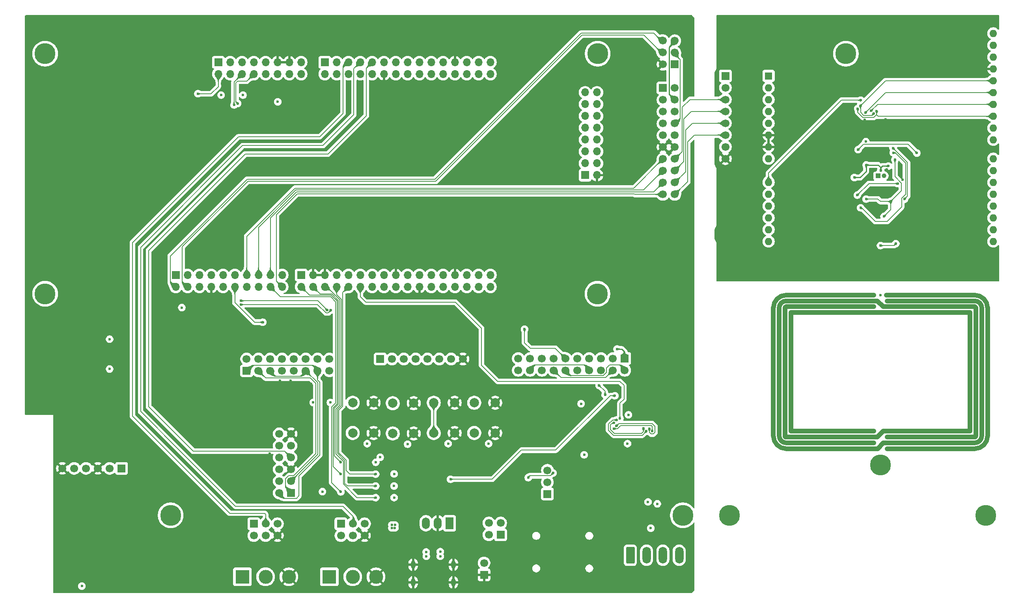
<source format=gbl>
%TF.GenerationSoftware,KiCad,Pcbnew,9.0.1*%
%TF.CreationDate,2025-04-25T11:11:08+02:00*%
%TF.ProjectId,voicemail-box,766f6963-656d-4616-996c-2d626f782e6b,rev?*%
%TF.SameCoordinates,PX5f5e100PY5f5e100*%
%TF.FileFunction,Copper,L4,Bot*%
%TF.FilePolarity,Positive*%
%FSLAX45Y45*%
G04 Gerber Fmt 4.5, Leading zero omitted, Abs format (unit mm)*
G04 Created by KiCad (PCBNEW 9.0.1) date 2025-04-25 11:11:08*
%MOMM*%
%LPD*%
G01*
G04 APERTURE LIST*
G04 Aperture macros list*
%AMRoundRect*
0 Rectangle with rounded corners*
0 $1 Rounding radius*
0 $2 $3 $4 $5 $6 $7 $8 $9 X,Y pos of 4 corners*
0 Add a 4 corners polygon primitive as box body*
4,1,4,$2,$3,$4,$5,$6,$7,$8,$9,$2,$3,0*
0 Add four circle primitives for the rounded corners*
1,1,$1+$1,$2,$3*
1,1,$1+$1,$4,$5*
1,1,$1+$1,$6,$7*
1,1,$1+$1,$8,$9*
0 Add four rect primitives between the rounded corners*
20,1,$1+$1,$2,$3,$4,$5,0*
20,1,$1+$1,$4,$5,$6,$7,0*
20,1,$1+$1,$6,$7,$8,$9,0*
20,1,$1+$1,$8,$9,$2,$3,0*%
G04 Aperture macros list end*
%TA.AperFunction,Conductor*%
%ADD10C,0.500000*%
%TD*%
%TA.AperFunction,ComponentPad*%
%ADD11C,2.000000*%
%TD*%
%TA.AperFunction,ComponentPad*%
%ADD12R,1.700000X1.700000*%
%TD*%
%TA.AperFunction,ComponentPad*%
%ADD13C,1.700000*%
%TD*%
%TA.AperFunction,ComponentPad*%
%ADD14R,3.000000X3.000000*%
%TD*%
%TA.AperFunction,ComponentPad*%
%ADD15C,3.000000*%
%TD*%
%TA.AperFunction,ComponentPad*%
%ADD16O,1.700000X1.700000*%
%TD*%
%TA.AperFunction,HeatsinkPad*%
%ADD17O,1.000000X1.700000*%
%TD*%
%TA.AperFunction,ComponentPad*%
%ADD18R,1.700000X2.500000*%
%TD*%
%TA.AperFunction,ComponentPad*%
%ADD19O,1.700000X2.500000*%
%TD*%
%TA.AperFunction,ComponentPad*%
%ADD20RoundRect,0.250000X-0.650000X-1.550000X0.650000X-1.550000X0.650000X1.550000X-0.650000X1.550000X0*%
%TD*%
%TA.AperFunction,ComponentPad*%
%ADD21O,1.800000X3.600000*%
%TD*%
%TA.AperFunction,HeatsinkPad*%
%ADD22C,0.600000*%
%TD*%
%TA.AperFunction,ComponentPad*%
%ADD23R,1.000000X1.000000*%
%TD*%
%TA.AperFunction,ComponentPad*%
%ADD24C,1.000000*%
%TD*%
%TA.AperFunction,ComponentPad*%
%ADD25R,1.600000X1.600000*%
%TD*%
%TA.AperFunction,ComponentPad*%
%ADD26O,1.600000X1.600000*%
%TD*%
%TA.AperFunction,ViaPad*%
%ADD27C,0.600000*%
%TD*%
%TA.AperFunction,ViaPad*%
%ADD28C,4.500000*%
%TD*%
%TA.AperFunction,Conductor*%
%ADD29C,0.150000*%
%TD*%
%TA.AperFunction,Conductor*%
%ADD30C,0.200000*%
%TD*%
%TA.AperFunction,Conductor*%
%ADD31C,0.250000*%
%TD*%
%TA.AperFunction,Conductor*%
%ADD32C,1.000000*%
%TD*%
G04 APERTURE END LIST*
%TO.N,GND*%
D10*
X11911000Y-1068500D02*
G75*
G02*
X11861000Y-1068500I-25000J0D01*
G01*
X11861000Y-1068500D02*
G75*
G02*
X11911000Y-1068500I25000J0D01*
G01*
X11621450Y-692350D02*
G75*
G02*
X11571450Y-692350I-25000J0D01*
G01*
X11571450Y-692350D02*
G75*
G02*
X11621450Y-692350I25000J0D01*
G01*
X11621900Y-944400D02*
G75*
G02*
X11571900Y-944400I-25000J0D01*
G01*
X11571900Y-944400D02*
G75*
G02*
X11621900Y-944400I25000J0D01*
G01*
X11910550Y-816450D02*
G75*
G02*
X11860550Y-816450I-25000J0D01*
G01*
X11860550Y-816450D02*
G75*
G02*
X11910550Y-816450I25000J0D01*
G01*
%TD*%
D11*
%TO.P,SW802,1*%
%TO.N,/User Interface/ext_BTN1*%
X1270000Y-740000D03*
X1270000Y-90000D03*
%TO.P,SW802,2*%
%TO.N,GND*%
X1720000Y-740000D03*
X1720000Y-90000D03*
%TD*%
D12*
%TO.P,J104,1,Pin_1*%
%TO.N,/Pinout CPU/I2S2_BCLK*%
X6250000Y870000D03*
D13*
%TO.P,J104,2,Pin_2*%
%TO.N,/Audio/CODEC_I2S_BCLK*%
X6250000Y616000D03*
%TO.P,J104,3,Pin_3*%
%TO.N,/Pinout CPU/I2S2_WCLK*%
X5996000Y870000D03*
%TO.P,J104,4,Pin_4*%
%TO.N,/Audio/CODEC_I2S_WCLK*%
X5996000Y616000D03*
%TO.P,J104,5,Pin_5*%
%TO.N,/Pinout CPU/I2S2_MCLK*%
X5742000Y870000D03*
%TO.P,J104,6,Pin_6*%
%TO.N,/Audio/CODEC_I2S_MCLK*%
X5742000Y616000D03*
%TO.P,J104,7,Pin_7*%
%TO.N,/Pinout CPU/I2S2_SDA*%
X5488000Y870000D03*
%TO.P,J104,8,Pin_8*%
%TO.N,/Audio/CODEC_I2S_DIN*%
X5488000Y616000D03*
%TO.P,J104,9,Pin_9*%
%TO.N,/Pinout CPU/I2S2_SDA_ext*%
X5234000Y870000D03*
%TO.P,J104,10,Pin_10*%
%TO.N,/Audio/CODEC_I2S_DOUT*%
X5234000Y616000D03*
%TO.P,J104,11,Pin_11*%
%TO.N,/Pinout CPU/I2S_BCLK*%
X4980000Y870000D03*
%TO.P,J104,12,Pin_12*%
%TO.N,/Audio/CODEC_I2S_BCLK*%
X4980000Y616000D03*
%TO.P,J104,13,Pin_13*%
%TO.N,/Pinout CPU/I2S_WCLK*%
X4726000Y870000D03*
%TO.P,J104,14,Pin_14*%
%TO.N,/Audio/CODEC_I2S_WCLK*%
X4726000Y616000D03*
%TO.P,J104,15,Pin_15*%
%TO.N,/Pinout CPU/I2S_MCLK*%
X4472000Y870000D03*
%TO.P,J104,16,Pin_16*%
%TO.N,/Audio/CODEC_I2S_MCLK*%
X4472000Y616000D03*
%TO.P,J104,17,Pin_17*%
%TO.N,/Pinout CPU/I2S_SDA*%
X4218000Y870000D03*
%TO.P,J104,18,Pin_18*%
%TO.N,/Audio/CODEC_I2S_DIN*%
X4218000Y616000D03*
%TO.P,J104,19,Pin_19*%
%TO.N,/Pinout CPU/I2S_SDA_ext*%
X3964000Y870000D03*
%TO.P,J104,20,Pin_20*%
%TO.N,/Audio/CODEC_I2S_DOUT*%
X3964000Y616000D03*
%TD*%
D12*
%TO.P,J801,1,Pin_1*%
%TO.N,+5V*%
X1000000Y860000D03*
D13*
%TO.P,J801,2,Pin_2*%
%TO.N,/User Interface/ext_LED0*%
X1254000Y860000D03*
%TO.P,J801,3,Pin_3*%
%TO.N,/User Interface/ext_LED1*%
X1508000Y860000D03*
%TO.P,J801,4,Pin_4*%
%TO.N,/User Interface/ext_BTN0*%
X1762000Y860000D03*
%TO.P,J801,5,Pin_5*%
%TO.N,/User Interface/ext_BTN1*%
X2016000Y860000D03*
%TO.P,J801,6,Pin_6*%
%TO.N,/User Interface/ext_BTN2*%
X2270000Y860000D03*
%TO.P,J801,7,Pin_7*%
%TO.N,/User Interface/ext_BTN3*%
X2524000Y860000D03*
%TO.P,J801,8,Pin_8*%
%TO.N,GND*%
X2778000Y860000D03*
%TD*%
D12*
%TO.P,J601,1,Pin_1*%
%TO.N,Net-(J601-Pin_1)*%
X3587500Y-2917500D03*
D13*
%TO.P,J601,2,Pin_2*%
%TO.N,Net-(J601-Pin_2)*%
X3333500Y-2917500D03*
%TO.P,J601,3,Pin_3*%
%TO.N,Net-(J601-Pin_3)*%
X3587500Y-2663500D03*
%TO.P,J601,4,Pin_4*%
%TO.N,Net-(J601-Pin_2)*%
X3333500Y-2663500D03*
%TD*%
D14*
%TO.P,RV801,1*%
%TO.N,+3V3*%
X-90000Y-3820000D03*
D15*
%TO.P,RV801,2*%
%TO.N,Net-(J802-Pin_1)*%
X410000Y-3820000D03*
%TO.P,RV801,3*%
%TO.N,GND*%
X910000Y-3820000D03*
%TD*%
D11*
%TO.P,SW803,1*%
%TO.N,/User Interface/ext_BTN2*%
X2150000Y-730000D03*
X2150000Y-80000D03*
%TO.P,SW803,2*%
%TO.N,GND*%
X2600000Y-730000D03*
X2600000Y-80000D03*
%TD*%
D12*
%TO.P,CN205,1,AVDD*%
%TO.N,unconnected-(CN205-AVDD-Pad1)*%
X-697401Y2664250D03*
D16*
%TO.P,CN205,2,D7*%
%TO.N,/Pinout CPU/LED1*%
X-697401Y2410250D03*
%TO.P,CN205,3,AGND*%
%TO.N,GND*%
X-443401Y2664250D03*
%TO.P,CN205,4,D6*%
%TO.N,/Pinout CPU/LED0*%
X-443401Y2410250D03*
%TO.P,CN205,5,GND*%
%TO.N,GND*%
X-189401Y2664250D03*
%TO.P,CN205,6,D5*%
%TO.N,/Pinout CPU/BTN1*%
X-189401Y2410250D03*
%TO.P,CN205,7,A6*%
%TO.N,unconnected-(CN205-A6-Pad7)*%
X64599Y2664250D03*
%TO.P,CN205,8,D4*%
%TO.N,/Pinout CPU/BTN2*%
X64599Y2410250D03*
%TO.P,CN205,9,A7*%
%TO.N,unconnected-(CN205-A7-Pad9)*%
X318599Y2664250D03*
%TO.P,CN205,10,D3*%
%TO.N,/Pinout CPU/BTN3*%
X318599Y2410250D03*
%TO.P,CN205,11,A8*%
%TO.N,unconnected-(CN205-A8-Pad11)*%
X572599Y2664250D03*
%TO.P,CN205,12,D2*%
%TO.N,/Audio/CODEC_nRESET*%
X572599Y2410250D03*
%TO.P,CN205,13,D26*%
%TO.N,unconnected-(CN205-D26-Pad13)*%
X826599Y2664250D03*
%TO.P,CN205,14,D1*%
%TO.N,/Pinout CPU/TX*%
X826599Y2410250D03*
%TO.P,CN205,15,D27*%
%TO.N,unconnected-(CN205-D27-Pad15)*%
X1080599Y2664250D03*
%TO.P,CN205,16,D0*%
%TO.N,/Pinout CPU/RX*%
X1080599Y2410250D03*
%TO.P,CN205,17,GND*%
%TO.N,GND*%
X1334599Y2664250D03*
%TO.P,CN205,18,D42*%
%TO.N,unconnected-(CN205-D42-Pad18)*%
X1334599Y2410250D03*
%TO.P,CN205,19,D28*%
%TO.N,unconnected-(CN205-D28-Pad19)*%
X1588599Y2664250D03*
%TO.P,CN205,20,D41*%
%TO.N,unconnected-(CN205-D41-Pad20)*%
X1588599Y2410250D03*
%TO.P,CN205,21,D29*%
%TO.N,unconnected-(CN205-D29-Pad21)*%
X1842599Y2664250D03*
%TO.P,CN205,22,GND*%
%TO.N,GND*%
X1842599Y2410250D03*
%TO.P,CN205,23,D30*%
%TO.N,unconnected-(CN205-D30-Pad23)*%
X2096599Y2664250D03*
%TO.P,CN205,24,D40*%
%TO.N,unconnected-(CN205-D40-Pad24)*%
X2096599Y2410250D03*
%TO.P,CN205,25,D31*%
%TO.N,unconnected-(CN205-D31-Pad25)*%
X2350599Y2664250D03*
%TO.P,CN205,26,D39*%
%TO.N,unconnected-(CN205-D39-Pad26)*%
X2350599Y2410250D03*
%TO.P,CN205,27,GND*%
%TO.N,GND*%
X2604599Y2664250D03*
%TO.P,CN205,28,D38*%
%TO.N,unconnected-(CN205-D38-Pad28)*%
X2604599Y2410250D03*
%TO.P,CN205,29,D32*%
%TO.N,unconnected-(CN205-D32-Pad29)*%
X2858599Y2664250D03*
%TO.P,CN205,30,D37*%
%TO.N,unconnected-(CN205-D37-Pad30)*%
X2858599Y2410250D03*
%TO.P,CN205,31,D33*%
%TO.N,unconnected-(CN205-D33-Pad31)*%
X3112599Y2664250D03*
%TO.P,CN205,32,D36*%
%TO.N,unconnected-(CN205-D36-Pad32)*%
X3112599Y2410250D03*
%TO.P,CN205,33,D34*%
%TO.N,unconnected-(CN205-D34-Pad33)*%
X3366599Y2664250D03*
%TO.P,CN205,34,D35*%
%TO.N,unconnected-(CN205-D35-Pad34)*%
X3366599Y2410250D03*
%TD*%
D12*
%TO.P,MK601,1,-*%
%TO.N,GND*%
X3229994Y-3777000D03*
D13*
%TO.P,MK601,2,+*%
%TO.N,Net-(J601-Pin_2)*%
X3229994Y-3523000D03*
%TD*%
D12*
%TO.P,CN201,1,Pin_1*%
%TO.N,+3V3*%
X5400000Y4810000D03*
D16*
%TO.P,CN201,2,Pin_2*%
%TO.N,GND*%
X5654000Y4810000D03*
%TO.P,CN201,3,Pin_3*%
%TO.N,unconnected-(CN201-Pin_3-Pad3)*%
X5400000Y5064000D03*
%TO.P,CN201,4,Pin_4*%
%TO.N,/Pinout CPU/nRST*%
X5654000Y5064000D03*
%TO.P,CN201,5,Pin_5*%
%TO.N,/Pinout CPU/SPI1_MISO*%
X5400000Y5318000D03*
%TO.P,CN201,6,Pin_6*%
%TO.N,/Pinout CPU/I2S2_MCLK*%
X5654000Y5318000D03*
%TO.P,CN201,7,Pin_7*%
%TO.N,/Pinout CPU/SPI1_SCK*%
X5400000Y5572000D03*
%TO.P,CN201,8,Pin_8*%
%TO.N,unconnected-(CN201-Pin_8-Pad8)*%
X5654000Y5572000D03*
%TO.P,CN201,9,Pin_9*%
%TO.N,/Pinout CPU/SPI1_MOSI*%
X5400000Y5826000D03*
%TO.P,CN201,10,Pin_10*%
%TO.N,/Pinout CPU/I2S2_BCLK*%
X5654000Y5826000D03*
%TO.P,CN201,11,Pin_11*%
%TO.N,/Pinout CPU/SPI1_NSS*%
X5400000Y6080000D03*
%TO.P,CN201,12,Pin_12*%
%TO.N,/Pinout CPU/I2S2_WCLK*%
X5654000Y6080000D03*
%TO.P,CN201,13,Pin_13*%
%TO.N,unconnected-(CN201-Pin_13-Pad13)*%
X5400000Y6334000D03*
%TO.P,CN201,14,Pin_14*%
%TO.N,/Pinout CPU/I2S2_SDA*%
X5654000Y6334000D03*
%TO.P,CN201,15,Pin_15*%
%TO.N,unconnected-(CN201-Pin_15-Pad15)*%
X5400000Y6588000D03*
%TO.P,CN201,16,Pin_16*%
%TO.N,unconnected-(CN201-Pin_16-Pad16)*%
X5654000Y6588000D03*
%TD*%
D14*
%TO.P,RV802,1*%
%TO.N,+3V3*%
X-1960000Y-3820000D03*
D15*
%TO.P,RV802,2*%
%TO.N,Net-(J803-Pin_1)*%
X-1460000Y-3820000D03*
%TO.P,RV802,3*%
%TO.N,GND*%
X-960000Y-3820000D03*
%TD*%
D12*
%TO.P,J102,1,Pin_1*%
%TO.N,/NFC Breakaway/I2C_Enable*%
X7326000Y7190000D03*
D13*
%TO.P,J102,2,Pin_2*%
%TO.N,GND*%
X7072000Y7190000D03*
%TO.P,J102,3,Pin_3*%
%TO.N,/NFC Breakaway/NFC_MISO*%
X7326000Y7444000D03*
%TO.P,J102,4,Pin_4*%
%TO.N,/Audio/CODEC_I2C_SDA*%
X7072000Y7444000D03*
%TO.P,J102,5,Pin_5*%
%TO.N,/NFC Breakaway/NFC_SCK*%
X7326000Y7698000D03*
%TO.P,J102,6,Pin_6*%
%TO.N,/Audio/CODEC_I2C_SCL*%
X7072000Y7698000D03*
%TD*%
D17*
%TO.P,J701,S1,SHIELD*%
%TO.N,GND*%
X1708000Y-3560000D03*
X1708000Y-3940000D03*
X2572000Y-3560000D03*
X2572000Y-3940000D03*
%TD*%
D12*
%TO.P,J802,1,Pin_1*%
%TO.N,Net-(J802-Pin_1)*%
X156000Y-2681000D03*
D13*
%TO.P,J802,2,Pin_2*%
%TO.N,+3V3*%
X156000Y-2935000D03*
%TO.P,J802,3,Pin_3*%
%TO.N,/Pinout CPU/POT0*%
X410000Y-2681000D03*
%TO.P,J802,4,Pin_4*%
%TO.N,/User Interface/ext_Poti0*%
X410000Y-2935000D03*
%TO.P,J802,5,Pin_5*%
X664000Y-2681000D03*
%TO.P,J802,6,Pin_6*%
%TO.N,GND*%
X664000Y-2935000D03*
%TD*%
D12*
%TO.P,J103,1,Pin_1*%
%TO.N,/Wireless Connectivity/MOSI*%
X-1868000Y606000D03*
D13*
%TO.P,J103,2,Pin_2*%
%TO.N,Net-(J103-Pin_2)*%
X-1868000Y860000D03*
%TO.P,J103,3,Pin_3*%
%TO.N,/Wireless Connectivity/NSS*%
X-1614000Y606000D03*
%TO.P,J103,4,Pin_4*%
%TO.N,Net-(J103-Pin_4)*%
X-1614000Y860000D03*
%TO.P,J103,5,Pin_5*%
%TO.N,/Wireless Connectivity/MISO*%
X-1360000Y606000D03*
%TO.P,J103,6,Pin_6*%
%TO.N,Net-(J103-Pin_6)*%
X-1360000Y860000D03*
%TO.P,J103,7,Pin_7*%
%TO.N,/Wireless Connectivity/CTS{slash}SCK*%
X-1106000Y606000D03*
%TO.P,J103,8,Pin_8*%
%TO.N,Net-(J103-Pin_8)*%
X-1106000Y860000D03*
%TO.P,J103,9,Pin_9*%
%TO.N,unconnected-(J103-Pin_9-Pad9)*%
X-852000Y606000D03*
%TO.P,J103,10,Pin_10*%
%TO.N,unconnected-(J103-Pin_10-Pad10)*%
X-852000Y860000D03*
%TO.P,J103,11,Pin_11*%
%TO.N,/Wireless Connectivity/MISO*%
X-598000Y606000D03*
%TO.P,J103,12,Pin_12*%
%TO.N,Net-(J103-Pin_12)*%
X-598000Y860000D03*
%TO.P,J103,13,Pin_13*%
%TO.N,/Wireless Connectivity/MOSI*%
X-344000Y606000D03*
%TO.P,J103,14,Pin_14*%
%TO.N,Net-(J103-Pin_14)*%
X-344000Y860000D03*
%TO.P,J103,15,Pin_15*%
%TO.N,/Wireless Connectivity/SELECT*%
X-90000Y606000D03*
%TO.P,J103,16,Pin_16*%
%TO.N,+3V3*%
X-90000Y860000D03*
%TD*%
D11*
%TO.P,SW804,1*%
%TO.N,/User Interface/ext_BTN3*%
X3020000Y-730000D03*
X3020000Y-80000D03*
%TO.P,SW804,2*%
%TO.N,GND*%
X3470000Y-730000D03*
X3470000Y-80000D03*
%TD*%
D12*
%TO.P,J105,1,Pin_1*%
%TO.N,/NFC Breakaway/I2C_Enable*%
X8413000Y6942000D03*
D13*
%TO.P,J105,2,Pin_2*%
%TO.N,/NFC Breakaway/NFC_INT*%
X8413000Y6688000D03*
%TO.P,J105,3,Pin_3*%
%TO.N,/NFC Breakaway/NFC_MOSI*%
X8413000Y6434000D03*
%TO.P,J105,4,Pin_4*%
%TO.N,/NFC Breakaway/NFC_SCK*%
X8413000Y6180000D03*
%TO.P,J105,5,Pin_5*%
%TO.N,/NFC Breakaway/NFC_NSS*%
X8413000Y5926000D03*
%TO.P,J105,6,Pin_6*%
%TO.N,/NFC Breakaway/NFC_MISO*%
X8413000Y5672000D03*
%TO.P,J105,7,Pin_7*%
%TO.N,+3V3*%
X8413000Y5418000D03*
%TO.P,J105,8,Pin_8*%
%TO.N,GND*%
X8413000Y5164000D03*
%TD*%
D18*
%TO.P,U701,1,IN*%
%TO.N,Net-(U701-IN)*%
X2490000Y-2669750D03*
D19*
%TO.P,U701,2,GND*%
%TO.N,GND*%
X2236000Y-2669750D03*
%TO.P,U701,3,OUT*%
%TO.N,+3V3*%
X1982000Y-2669750D03*
%TD*%
D20*
%TO.P,J603,1,Pin_1*%
%TO.N,Net-(J603-Pin_1)*%
X6370500Y-3356750D03*
D21*
%TO.P,J603,2,Pin_2*%
%TO.N,Net-(J603-Pin_2)*%
X6720500Y-3356750D03*
%TO.P,J603,3,Pin_3*%
%TO.N,Net-(J603-Pin_3)*%
X7070500Y-3356750D03*
%TO.P,J603,4,Pin_4*%
%TO.N,Net-(J603-Pin_4)*%
X7420500Y-3356750D03*
%TD*%
D11*
%TO.P,SW801,1*%
%TO.N,/User Interface/ext_BTN0*%
X410000Y-730000D03*
X410000Y-80000D03*
%TO.P,SW801,2*%
%TO.N,GND*%
X860000Y-730000D03*
X860000Y-80000D03*
%TD*%
D12*
%TO.P,CN203,1,A0*%
%TO.N,/NFC Breakaway/NFC_INT*%
X-189401Y7236250D03*
D16*
%TO.P,CN203,2,D51*%
%TO.N,unconnected-(CN203-D51-Pad2)*%
X-189401Y6982250D03*
%TO.P,CN203,3,A1*%
%TO.N,/Pinout CPU/I2S2_SDA_ext*%
X64599Y7236250D03*
%TO.P,CN203,4,D52*%
%TO.N,unconnected-(CN203-D52-Pad4)*%
X64599Y6982250D03*
%TO.P,CN203,5,A2*%
%TO.N,/Pinout CPU/POT1*%
X318599Y7236250D03*
%TO.P,CN203,6,D53*%
%TO.N,unconnected-(CN203-D53-Pad6)*%
X318599Y6982250D03*
%TO.P,CN203,7,A3*%
%TO.N,/Pinout CPU/POT0*%
X572599Y7236250D03*
%TO.P,CN203,8,D54*%
%TO.N,unconnected-(CN203-D54-Pad8)*%
X572599Y6982250D03*
%TO.P,CN203,9,A4*%
%TO.N,/Wireless Connectivity/INT*%
X826599Y7236250D03*
%TO.P,CN203,10,D55*%
%TO.N,unconnected-(CN203-D55-Pad10)*%
X826599Y6982250D03*
%TO.P,CN203,11,A5*%
%TO.N,unconnected-(CN203-A5-Pad11)*%
X1080599Y7236250D03*
%TO.P,CN203,12,GND*%
%TO.N,GND*%
X1080599Y6982250D03*
%TO.P,CN203,13,nc*%
%TO.N,unconnected-(CN203-nc-Pad13)*%
X1334599Y7236250D03*
%TO.P,CN203,14,D56*%
%TO.N,unconnected-(CN203-D56-Pad14)*%
X1334599Y6982250D03*
%TO.P,CN203,15,D71*%
%TO.N,unconnected-(CN203-D71-Pad15)*%
X1588599Y7236250D03*
%TO.P,CN203,16,D57*%
%TO.N,unconnected-(CN203-D57-Pad16)*%
X1588599Y6982250D03*
%TO.P,CN203,17,nc*%
%TO.N,unconnected-(CN203-nc-Pad17)*%
X1842599Y7236250D03*
%TO.P,CN203,18,D58*%
%TO.N,unconnected-(CN203-D58-Pad18)*%
X1842599Y6982250D03*
%TO.P,CN203,19,D69*%
%TO.N,unconnected-(CN203-D69-Pad19)*%
X2096599Y7236250D03*
%TO.P,CN203,20,D59*%
%TO.N,unconnected-(CN203-D59-Pad20)*%
X2096599Y6982250D03*
%TO.P,CN203,21,D68*%
%TO.N,unconnected-(CN203-D68-Pad21)*%
X2350599Y7236250D03*
%TO.P,CN203,22,D60*%
%TO.N,unconnected-(CN203-D60-Pad22)*%
X2350599Y6982250D03*
%TO.P,CN203,23,GND*%
%TO.N,GND*%
X2604599Y7236250D03*
%TO.P,CN203,24,D61*%
%TO.N,unconnected-(CN203-D61-Pad24)*%
X2604599Y6982250D03*
%TO.P,CN203,25,D67*%
%TO.N,unconnected-(CN203-D67-Pad25)*%
X2858599Y7236250D03*
%TO.P,CN203,26,D62*%
%TO.N,unconnected-(CN203-D62-Pad26)*%
X2858599Y6982250D03*
%TO.P,CN203,27,D66*%
%TO.N,unconnected-(CN203-D66-Pad27)*%
X3112599Y7236250D03*
%TO.P,CN203,28,D63*%
%TO.N,unconnected-(CN203-D63-Pad28)*%
X3112599Y6982250D03*
%TO.P,CN203,29,D65*%
%TO.N,unconnected-(CN203-D65-Pad29)*%
X3366599Y7236250D03*
%TO.P,CN203,30,nc*%
%TO.N,unconnected-(CN203-nc-Pad30)*%
X3366599Y6982250D03*
%TD*%
D12*
%TO.P,J301,1,Pin_1*%
%TO.N,/Wireless Connectivity/NSS*%
X-914900Y-2018388D03*
D13*
%TO.P,J301,2,Pin_2*%
%TO.N,/Wireless Connectivity/MOSI*%
X-1168900Y-2018388D03*
%TO.P,J301,3,Pin_3*%
%TO.N,/Wireless Connectivity/MISO*%
X-914900Y-1764388D03*
%TO.P,J301,4,Pin_4*%
%TO.N,/Wireless Connectivity/CTS{slash}SCK*%
X-1168900Y-1764388D03*
%TO.P,J301,5,Pin_5*%
%TO.N,GND*%
X-914900Y-1510388D03*
%TO.P,J301,6,Pin_6*%
%TO.N,+3V3*%
X-1168900Y-1510388D03*
%TO.P,J301,7,Pin_7*%
%TO.N,/Wireless Connectivity/INT*%
X-914900Y-1256388D03*
%TO.P,J301,8,Pin_8*%
%TO.N,/Wireless Connectivity/EN*%
X-1168900Y-1256388D03*
%TO.P,J301,9,Pin_9*%
%TO.N,/Wireless Connectivity/SELECT*%
X-914900Y-1002388D03*
%TO.P,J301,10,Pin_10*%
%TO.N,/Wireless Connectivity/GPIO*%
X-1168900Y-1002388D03*
%TO.P,J301,11,Pin_11*%
%TO.N,GND*%
X-914900Y-748388D03*
%TO.P,J301,12,Pin_12*%
%TO.N,+3V3*%
X-1168900Y-748388D03*
%TD*%
D22*
%TO.P,U301,39,GND*%
%TO.N,GND*%
X-5205750Y-2960500D03*
X-5053250Y-2960500D03*
X-5282000Y-2884250D03*
X-5129500Y-2884250D03*
X-4977000Y-2884250D03*
X-5205750Y-2808000D03*
X-5053250Y-2808000D03*
X-5282000Y-2731750D03*
X-5129500Y-2731750D03*
X-4977000Y-2731750D03*
X-5205750Y-2655500D03*
X-5053250Y-2655500D03*
%TD*%
D12*
%TO.P,J303,1,Pin_1*%
%TO.N,+3V3*%
X-4554000Y-1490000D03*
D13*
%TO.P,J303,2,Pin_2*%
%TO.N,/Wireless Connectivity/IO0*%
X-4808000Y-1490000D03*
%TO.P,J303,3,Pin_3*%
%TO.N,GND*%
X-5062000Y-1490000D03*
%TO.P,J303,4,Pin_4*%
%TO.N,/Wireless Connectivity/RXD0*%
X-5316000Y-1490000D03*
%TO.P,J303,5,Pin_5*%
%TO.N,/Wireless Connectivity/TXD0*%
X-5570000Y-1490000D03*
%TO.P,J303,6,Pin_6*%
%TO.N,GND*%
X-5824000Y-1490000D03*
%TD*%
D12*
%TO.P,CN202,1,NC*%
%TO.N,unconnected-(CN202-NC-Pad1)*%
X-2475401Y7236250D03*
D16*
%TO.P,CN202,2,D43*%
%TO.N,/Pinout CPU/SD_DAT0*%
X-2475401Y6982250D03*
%TO.P,CN202,3,IOREF*%
%TO.N,+3V3*%
X-2221401Y7236250D03*
%TO.P,CN202,4,D44*%
%TO.N,/Pinout CPU/SD_DAT1*%
X-2221401Y6982250D03*
%TO.P,CN202,5,NRST*%
%TO.N,/Pinout CPU/~{RESET}*%
X-1967401Y7236250D03*
%TO.P,CN202,6,D45*%
%TO.N,/Pinout CPU/SD_DAT2*%
X-1967401Y6982250D03*
%TO.P,CN202,7,+3V3*%
%TO.N,+3V3*%
X-1713401Y7236250D03*
%TO.P,CN202,8,D46*%
%TO.N,/Pinout CPU/SD_DAT3*%
X-1713401Y6982250D03*
%TO.P,CN202,9,+5V*%
%TO.N,+5V*%
X-1459401Y7236250D03*
%TO.P,CN202,10,D47*%
%TO.N,/Pinout CPU/SD_CLK*%
X-1459401Y6982250D03*
%TO.P,CN202,11,GND*%
%TO.N,GND*%
X-1205401Y7236250D03*
%TO.P,CN202,12,D48*%
%TO.N,/Pinout CPU/SD_CMD*%
X-1205401Y6982250D03*
%TO.P,CN202,13,GND*%
%TO.N,GND*%
X-951401Y7236250D03*
%TO.P,CN202,14,D49*%
%TO.N,/Pinout CPU/SD_DET*%
X-951401Y6982250D03*
%TO.P,CN202,15,VCC*%
%TO.N,unconnected-(CN202-VCC-Pad15)*%
X-697401Y7236250D03*
%TO.P,CN202,16,D50*%
%TO.N,unconnected-(CN202-D50-Pad16)*%
X-697401Y6982250D03*
%TD*%
D23*
%TO.P,J501,1,Pin_1*%
%TO.N,/NFC Breakaway/RFIO1*%
X11690000Y4796000D03*
D24*
%TO.P,J501,2,Pin_2*%
%TO.N,/NFC Breakaway/RFIO2*%
X11817000Y4796000D03*
%TD*%
D12*
%TO.P,CN204,1,D16*%
%TO.N,/Pinout CPU/I2S_MCLK*%
X-3389801Y2664250D03*
D16*
%TO.P,CN204,2,D15*%
%TO.N,/Audio/CODEC_I2C_SCL*%
X-3389801Y2410250D03*
%TO.P,CN204,3,D17*%
%TO.N,/Pinout CPU/I2S_SDA*%
X-3135801Y2664250D03*
%TO.P,CN204,4,D14*%
%TO.N,/Audio/CODEC_I2C_SDA*%
X-3135801Y2410250D03*
%TO.P,CN204,5,D18*%
%TO.N,/Pinout CPU/I2S_BCLK*%
X-2881801Y2664250D03*
%TO.P,CN204,6,VREFP*%
%TO.N,/Pinout CPU/AREF*%
X-2881801Y2410250D03*
%TO.P,CN204,7,D19*%
%TO.N,/Pinout CPU/I2S_WCLK*%
X-2627801Y2664250D03*
%TO.P,CN204,8,GND*%
%TO.N,GND*%
X-2627801Y2410250D03*
%TO.P,CN204,9,D20*%
%TO.N,unconnected-(CN204-D20-Pad9)*%
X-2373801Y2664250D03*
%TO.P,CN204,10,D13*%
%TO.N,/Pinout CPU/SCK*%
X-2373801Y2410250D03*
%TO.P,CN204,11,D21*%
%TO.N,unconnected-(CN204-D21-Pad11)*%
X-2119801Y2664250D03*
%TO.P,CN204,12,D12*%
%TO.N,/Pinout CPU/MISO*%
X-2119801Y2410250D03*
%TO.P,CN204,13,D22*%
%TO.N,/Pinout CPU/SPI2_MOSI*%
X-1865801Y2664250D03*
%TO.P,CN204,14,D11*%
%TO.N,/Pinout CPU/MOSI*%
X-1865801Y2410250D03*
%TO.P,CN204,15,D23*%
%TO.N,/Pinout CPU/SPI2_SCK*%
X-1611801Y2664250D03*
%TO.P,CN204,16,D10*%
%TO.N,/Pinout CPU/NSS*%
X-1611801Y2410250D03*
%TO.P,CN204,17,D24*%
%TO.N,/Pinout CPU/SPI2_NSS*%
X-1357801Y2664250D03*
%TO.P,CN204,18,D9*%
%TO.N,/Pinout CPU/BTN0*%
X-1357801Y2410250D03*
%TO.P,CN204,19,D25*%
%TO.N,/Pinout CPU/I2S_SDA_ext*%
X-1103801Y2664250D03*
%TO.P,CN204,20,D8*%
%TO.N,/Pinout CPU/SPI2_MISO*%
X-1103801Y2410250D03*
%TD*%
D12*
%TO.P,J803,1,Pin_1*%
%TO.N,Net-(J803-Pin_1)*%
X-1714000Y-2681000D03*
D13*
%TO.P,J803,2,Pin_2*%
%TO.N,+3V3*%
X-1714000Y-2935000D03*
%TO.P,J803,3,Pin_3*%
%TO.N,/Pinout CPU/POT1*%
X-1460000Y-2681000D03*
%TO.P,J803,4,Pin_4*%
%TO.N,/User Interface/ext_Poti1*%
X-1460000Y-2935000D03*
%TO.P,J803,5,Pin_5*%
X-1206000Y-2681000D03*
%TO.P,J803,6,Pin_6*%
%TO.N,GND*%
X-1206000Y-2935000D03*
%TD*%
D12*
%TO.P,J604,1,Pin_1*%
%TO.N,+3V3*%
X4590000Y-2040000D03*
D13*
%TO.P,J604,2,Pin_2*%
%TO.N,Net-(J604-Pin_2)*%
X4590000Y-1786000D03*
%TO.P,J604,3,Pin_3*%
%TO.N,/Audio/micbias*%
X4590000Y-1532000D03*
%TD*%
D12*
%TO.P,J106,1,Pin_1*%
%TO.N,/Pinout CPU/SPI1_MOSI*%
X7072000Y6682000D03*
D13*
%TO.P,J106,2,Pin_2*%
%TO.N,/NFC Breakaway/NFC_MOSI*%
X7326000Y6682000D03*
%TO.P,J106,3,Pin_3*%
%TO.N,/Pinout CPU/SPI1_SCK*%
X7072000Y6428000D03*
%TO.P,J106,4,Pin_4*%
%TO.N,/NFC Breakaway/NFC_SCK*%
X7326000Y6428000D03*
%TO.P,J106,5,Pin_5*%
%TO.N,/Pinout CPU/SPI1_NSS*%
X7072000Y6174000D03*
%TO.P,J106,6,Pin_6*%
%TO.N,/NFC Breakaway/NFC_NSS*%
X7326000Y6174000D03*
%TO.P,J106,7,Pin_7*%
%TO.N,/Pinout CPU/SPI1_MISO*%
X7072000Y5920000D03*
%TO.P,J106,8,Pin_8*%
%TO.N,/NFC Breakaway/NFC_MISO*%
X7326000Y5920000D03*
%TO.P,J106,9,Pin_9*%
%TO.N,+3V3*%
X7072000Y5666000D03*
%TO.P,J106,10,Pin_10*%
X7326000Y5666000D03*
%TO.P,J106,11,Pin_11*%
%TO.N,GND*%
X7072000Y5412000D03*
%TO.P,J106,12,Pin_12*%
X7326000Y5412000D03*
%TO.P,J106,13,Pin_13*%
%TO.N,/Pinout CPU/SPI2_MOSI*%
X7072000Y5158000D03*
%TO.P,J106,14,Pin_14*%
%TO.N,/NFC Breakaway/NFC_MOSI*%
X7326000Y5158000D03*
%TO.P,J106,15,Pin_15*%
%TO.N,/Pinout CPU/SPI2_SCK*%
X7072000Y4904000D03*
%TO.P,J106,16,Pin_16*%
%TO.N,/NFC Breakaway/NFC_SCK*%
X7326000Y4904000D03*
%TO.P,J106,17,Pin_17*%
%TO.N,/Pinout CPU/SPI2_NSS*%
X7072000Y4650000D03*
%TO.P,J106,18,Pin_18*%
%TO.N,/NFC Breakaway/NFC_NSS*%
X7326000Y4650000D03*
%TO.P,J106,19,Pin_19*%
%TO.N,/Pinout CPU/SPI2_MISO*%
X7072000Y4396000D03*
%TO.P,J106,20,Pin_20*%
%TO.N,/NFC Breakaway/NFC_MISO*%
X7326000Y4396000D03*
%TD*%
D25*
%TO.P,A101,1,NC*%
%TO.N,unconnected-(A101-NC-Pad1)*%
X9340000Y6942000D03*
D26*
%TO.P,A101,2,IOREF*%
%TO.N,unconnected-(A101-IOREF-Pad2)*%
X9340000Y6688000D03*
%TO.P,A101,3,~{RESET}*%
%TO.N,unconnected-(A101-~{RESET}-Pad3)*%
X9340000Y6434000D03*
%TO.P,A101,4,3V3*%
%TO.N,+3V3*%
X9340000Y6180000D03*
%TO.P,A101,5,+5V*%
%TO.N,unconnected-(A101-+5V-Pad5)*%
X9340000Y5926000D03*
%TO.P,A101,6,GND*%
%TO.N,GND*%
X9340000Y5672000D03*
%TO.P,A101,7,GND*%
X9340000Y5418000D03*
%TO.P,A101,8,VIN*%
%TO.N,unconnected-(A101-VIN-Pad8)*%
X9340000Y5164000D03*
%TO.P,A101,9,A0*%
%TO.N,/NFC Breakaway/NFC_INT*%
X9340000Y4656000D03*
%TO.P,A101,10,A1*%
%TO.N,unconnected-(A101-A1-Pad10)*%
X9340000Y4402000D03*
%TO.P,A101,11,A2*%
%TO.N,unconnected-(A101-A2-Pad11)*%
X9340000Y4148000D03*
%TO.P,A101,12,A3*%
%TO.N,unconnected-(A101-A3-Pad12)*%
X9340000Y3894000D03*
%TO.P,A101,13,SDA/A4*%
%TO.N,unconnected-(A101-SDA{slash}A4-Pad13)*%
X9340000Y3640000D03*
%TO.P,A101,14,SCL/A5*%
%TO.N,unconnected-(A101-SCL{slash}A5-Pad14)*%
X9340000Y3386000D03*
%TO.P,A101,15,D0/RX*%
%TO.N,unconnected-(A101-D0{slash}RX-Pad15)*%
X14166000Y3386000D03*
%TO.P,A101,16,D1/TX*%
%TO.N,unconnected-(A101-D1{slash}TX-Pad16)*%
X14166000Y3640000D03*
%TO.P,A101,17,D2*%
%TO.N,unconnected-(A101-D2-Pad17)*%
X14166000Y3894000D03*
%TO.P,A101,18,D3*%
%TO.N,unconnected-(A101-D3-Pad18)*%
X14166000Y4148000D03*
%TO.P,A101,19,D4*%
%TO.N,unconnected-(A101-D4-Pad19)*%
X14166000Y4402000D03*
%TO.P,A101,20,D5*%
%TO.N,unconnected-(A101-D5-Pad20)*%
X14166000Y4656000D03*
%TO.P,A101,21,D6*%
%TO.N,unconnected-(A101-D6-Pad21)*%
X14166000Y4910000D03*
%TO.P,A101,22,D7*%
%TO.N,unconnected-(A101-D7-Pad22)*%
X14166000Y5164000D03*
%TO.P,A101,23,D8*%
%TO.N,unconnected-(A101-D8-Pad23)*%
X14166000Y5570000D03*
%TO.P,A101,24,D9*%
%TO.N,unconnected-(A101-D9-Pad24)*%
X14166000Y5824000D03*
%TO.P,A101,25,D10*%
%TO.N,/NFC Breakaway/NFC_NSS*%
X14166000Y6078000D03*
%TO.P,A101,26,D11*%
%TO.N,/NFC Breakaway/NFC_MOSI*%
X14166000Y6332000D03*
%TO.P,A101,27,D12*%
%TO.N,/NFC Breakaway/NFC_MISO*%
X14166000Y6586000D03*
%TO.P,A101,28,D13*%
%TO.N,/NFC Breakaway/NFC_SCK*%
X14166000Y6840000D03*
%TO.P,A101,29,GND*%
%TO.N,GND*%
X14166000Y7094000D03*
%TO.P,A101,30,AREF*%
%TO.N,unconnected-(A101-AREF-Pad30)*%
X14166000Y7348000D03*
%TO.P,A101,31,SDA/A4*%
%TO.N,unconnected-(A101-SDA{slash}A4-Pad31)*%
X14166000Y7602000D03*
%TO.P,A101,32,SCL/A5*%
%TO.N,unconnected-(A101-SCL{slash}A5-Pad32)*%
X14166000Y7856000D03*
%TD*%
D27*
%TO.N,GND*%
X-1150000Y395800D03*
X-1240000Y-590000D03*
X-1280000Y-875000D03*
X-1375000Y-1175000D03*
X-925000Y395000D03*
X-485000Y330000D03*
X-465000Y55000D03*
X295000Y415000D03*
X660000Y320000D03*
X300000Y-550000D03*
X1490000Y-1605000D03*
X2055000Y-1215000D03*
X275000Y-1145000D03*
X-1590000Y6870000D03*
X-2610000Y6865000D03*
X-2400000Y6775000D03*
X-1915000Y6640000D03*
X-2770000Y6720000D03*
X7695000Y-2765000D03*
X7695000Y-2245000D03*
X7710000Y5045000D03*
X7710000Y5290000D03*
X11530000Y3510000D03*
X9295000Y4945000D03*
X11400000Y5997400D03*
X12595000Y5375000D03*
X12005000Y5675000D03*
X11865000Y5645000D03*
X12575000Y5970000D03*
X11855000Y6010000D03*
X12445000Y5655000D03*
X10920000Y4411250D03*
X11550000Y3750000D03*
X11740000Y3555000D03*
X11950000Y3735000D03*
X12215000Y4710000D03*
X11190000Y4650000D03*
X11420000Y4690000D03*
X14245000Y8205000D03*
X14240000Y8025000D03*
X14225000Y5370000D03*
X14245000Y3235000D03*
X14235000Y2575000D03*
X8275000Y2585000D03*
X8230000Y3540000D03*
X8565000Y5015000D03*
X8275000Y5020000D03*
X8240000Y5275000D03*
X8260000Y7090000D03*
X8275000Y8190000D03*
X7685000Y8190000D03*
X-2430000Y-4120000D03*
X-525000Y-4105000D03*
X1410000Y-4125000D03*
X2950000Y-4125000D03*
X3535000Y-4120000D03*
X4670000Y-4130000D03*
X-6565000Y8185000D03*
X-6565000Y1315000D03*
X-6560000Y1020000D03*
X-6535000Y240000D03*
X-6350000Y-300000D03*
X-5905000Y-4120000D03*
X5035000Y-4130000D03*
X7620000Y-4115000D03*
X570000Y6805000D03*
X315000Y6805000D03*
%TO.N,/Audio/CODEC_nRESET*%
X6148536Y-419539D03*
%TO.N,/Pinout CPU/BTN1*%
X905000Y-2120000D03*
%TO.N,/Pinout CPU/BTN2*%
X905000Y-1870000D03*
%TO.N,/Pinout CPU/BTN3*%
X905000Y-1615000D03*
%TO.N,+5V*%
X905000Y-1360000D03*
%TO.N,/Pinout CPU/LED0*%
X155000Y-1360000D03*
%TO.N,/Pinout CPU/LED1*%
X155000Y-1615000D03*
%TO.N,/Pinout CPU/BTN0*%
X155000Y-1995000D03*
%TO.N,+3V3*%
X1299375Y-2120000D03*
X1250000Y-2770000D03*
X1250000Y-2705000D03*
%TO.N,GND*%
X10917658Y4655793D03*
X11738000Y2649000D03*
X11738000Y2560000D03*
X4012000Y-3013000D03*
X5677000Y-2132000D03*
X7245000Y-3160000D03*
X7246000Y-3474000D03*
X6581000Y-2871000D03*
X6371000Y-3084000D03*
X6218000Y-2797000D03*
X6052000Y-3240000D03*
X-1042000Y-1384000D03*
X-5922000Y1160000D03*
X-6220000Y1165000D03*
X-4560000Y783000D03*
X-5863000Y-3443000D03*
X-4940000Y-1619000D03*
D28*
%TO.N,*%
X5665000Y2260000D03*
X14000000Y-2500000D03*
X7500000Y-2500000D03*
X-3500000Y-2500000D03*
X-6195000Y2260000D03*
X11000000Y7420000D03*
X11741000Y-1414400D03*
X8500000Y-2500000D03*
X-6195000Y7420000D03*
X5670000Y7420000D03*
D27*
%TO.N,GND*%
X11623400Y4910047D03*
X1299375Y-1360000D03*
X11300147Y5181500D03*
X-239375Y-1610000D03*
X1589375Y-1120000D03*
X5415625Y-820000D03*
X1700000Y-3274375D03*
X-239375Y-1360000D03*
X6105625Y-2040000D03*
X3329375Y-1110000D03*
X719375Y-1110000D03*
X6324375Y-120000D03*
X2459375Y-1110000D03*
X4035625Y-1530000D03*
X-5920000Y-3957875D03*
X11243500Y4500000D03*
X6984375Y-2480000D03*
X5477250Y129875D03*
X11879486Y4931337D03*
X2140000Y-2885625D03*
X3915625Y-1990000D03*
X5201000Y-1211000D03*
X6050000Y-1234375D03*
X7444375Y-2043825D03*
X11755000Y4387500D03*
X-4600000Y644375D03*
X-3955625Y-3319500D03*
X5285625Y-2130000D03*
X11169629Y5240982D03*
X12611000Y4320000D03*
X12495573Y4813074D03*
X2494375Y-1900000D03*
X-4074000Y-1240625D03*
X11681000Y3922500D03*
X6810000Y-2955625D03*
X2874375Y-3200000D03*
X6635625Y-2487500D03*
%TO.N,+5V*%
X1990000Y-3380000D03*
X1000000Y-1251250D03*
X2459375Y-960000D03*
X1988127Y-3288243D03*
X2290000Y-3280000D03*
X-440000Y-75625D03*
X6950539Y-2252172D03*
X2290000Y-3380000D03*
X-70000Y-75625D03*
X719375Y-960000D03*
X6810000Y-2776250D03*
X1589375Y-970000D03*
X3329375Y-960000D03*
%TO.N,+3V3*%
X1298125Y-1870000D03*
X5380000Y-1200000D03*
X1299375Y-1610000D03*
X1317000Y-2705000D03*
X-2414375Y6530000D03*
X-4810000Y644375D03*
X-3260000Y1964375D03*
X5315614Y-101761D03*
X11429250Y5532500D03*
X-1945625Y6530000D03*
X6310000Y-960000D03*
X-1200000Y6385625D03*
X-239375Y-1990000D03*
X6330000Y-340000D03*
X-5405625Y-4020000D03*
X-4810000Y1284375D03*
X1315000Y-2770000D03*
%TO.N,/NFC Breakaway/VDD_D*%
X11261000Y5357500D03*
X12523500Y5285000D03*
%TO.N,/Pinout CPU/I2S2_BCLK*%
X6086000Y1074000D03*
%TO.N,/NFC Breakaway/NFC_MISO*%
X11420700Y6152500D03*
%TO.N,/NFC Breakaway/NFC_NSS*%
X11255000Y6240000D03*
X11660900Y6189680D03*
%TO.N,/Pinout CPU/SD_DAT3*%
X-2060000Y6350000D03*
%TO.N,/Pinout CPU/SD_DAT2*%
X-2137455Y6319800D03*
%TO.N,/NFC Breakaway/NFC_INT*%
X11320679Y6420200D03*
%TO.N,/Pinout CPU/MISO*%
X-1520000Y1650000D03*
%TO.N,/Pinout CPU/I2S_BCLK*%
X4100000Y1500000D03*
%TO.N,+1V8*%
X2510000Y-1723750D03*
X6040000Y70000D03*
%TO.N,/Audio/CODEC_I2C_SCL*%
X-1993305Y2030068D03*
X-60000Y1910000D03*
%TO.N,/Audio/CODEC_I2C_SDA*%
X-140000Y1910000D03*
X-1990000Y2110000D03*
%TO.N,/Audio/CODEC_I2S_MCLK*%
X5830000Y90000D03*
X5698281Y293282D03*
%TO.N,/NFC Breakaway/NFC_SCK*%
X11598916Y6135702D03*
X11309978Y6298116D03*
%TO.N,/NFC Breakaway/NFC_MOSI*%
X11540800Y6190680D03*
%TO.N,Net-(U601B-MIC2R)*%
X4180000Y-1690000D03*
X4711906Y-1590000D03*
%TO.N,Net-(U601A-LLOP)*%
X6840206Y-692681D03*
X6019819Y-637706D03*
%TO.N,Net-(U601A-LLOM)*%
X6780000Y-640000D03*
X6072500Y-577500D03*
%TO.N,Net-(U601A-RLOP)*%
X6652500Y-632500D03*
X6020000Y-510000D03*
%TO.N,Net-(U501B-VDD_DR)*%
X11911448Y5004675D03*
X11435347Y5029000D03*
X11748500Y4910000D03*
X11181000Y4760000D03*
%TO.N,Net-(U601A-RLOM)*%
X6712500Y-692500D03*
X6080000Y-450000D03*
%TO.N,/NFC Breakaway/RFI1*%
X12018379Y5291637D03*
X11316000Y4110000D03*
%TO.N,/NFC Breakaway/RFI2*%
X12256625Y4293608D03*
X12013500Y5391500D03*
%TO.N,Net-(D502-K)*%
X12072500Y3340000D03*
X11742500Y3297500D03*
%TO.N,GND*%
X11886000Y-1068500D03*
X11742600Y1857400D03*
X11741000Y2231500D03*
X11595300Y1982400D03*
X11889000Y-815000D03*
X11596450Y-692600D03*
X11873510Y2232400D03*
X11596900Y-944400D03*
X11595990Y2232400D03*
X11885800Y2107400D03*
%TO.N,/NFC Breakaway/AAT_ser*%
X11243500Y4380000D03*
X12113426Y4629744D03*
%TO.N,/NFC Breakaway/AAT_par*%
X11818500Y3922500D03*
X11960912Y4242400D03*
X11433809Y4296587D03*
X12053426Y5144927D03*
%TO.N,/Pinout CPU/SD_DAT0*%
X-2914432Y6560000D03*
%TO.N,+5V*%
X6750000Y-2213000D03*
%TD*%
D29*
%TO.N,/Pinout CPU/POT1*%
X318599Y7236250D02*
X200000Y7117651D01*
X-300000Y5635000D02*
X-2045000Y5635000D01*
X200000Y7117651D02*
X200000Y6135000D01*
X200000Y6135000D02*
X-300000Y5635000D01*
X-2045000Y5635000D02*
X-4320000Y3360000D01*
X-1480000Y-2455000D02*
X-1460000Y-2475000D01*
X-4320000Y3360000D02*
X-4320000Y-365000D01*
X-4320000Y-365000D02*
X-2230000Y-2455000D01*
X-2230000Y-2455000D02*
X-1480000Y-2455000D01*
X-1460000Y-2475000D02*
X-1460000Y-2681000D01*
D30*
%TO.N,/Wireless Connectivity/INT*%
X-914900Y-1256388D02*
X-1051288Y-1120000D01*
X-1051288Y-1120000D02*
X-3015000Y-1120000D01*
X-3015000Y-1120000D02*
X-3970000Y-165000D01*
X-3970000Y-165000D02*
X-3970000Y3190000D01*
X-1895000Y5265000D02*
X-120000Y5265000D01*
X-3970000Y3190000D02*
X-1895000Y5265000D01*
X-120000Y5265000D02*
X700000Y6085000D01*
X700000Y6085000D02*
X700000Y7109651D01*
X700000Y7109651D02*
X826599Y7236250D01*
D29*
%TO.N,/Pinout CPU/POT0*%
X-4145000Y200000D02*
X-4145000Y3255000D01*
X-4145000Y3255000D02*
X-1955000Y5445000D01*
X-1955000Y5445000D02*
X-230000Y5445000D01*
X-230000Y5445000D02*
X435000Y6110000D01*
X435000Y6110000D02*
X435000Y7098651D01*
X435000Y7098651D02*
X572599Y7236250D01*
X-4145000Y-270000D02*
X-4145000Y200000D01*
X200000Y-2305000D02*
X-1140000Y-2305000D01*
X340000Y-2445000D02*
X200000Y-2305000D01*
X-2110000Y-2305000D02*
X-3260000Y-1155000D01*
X-3260000Y-1155000D02*
X-4145000Y-270000D01*
X410000Y-2681000D02*
X410000Y-2515000D01*
X-1140000Y-2305000D02*
X-2110000Y-2305000D01*
X410000Y-2515000D02*
X340000Y-2445000D01*
%TO.N,/Audio/CODEC_nRESET*%
X6148536Y-419539D02*
X6148536Y-86464D01*
X6148536Y-86464D02*
X6235000Y0D01*
X6235000Y0D02*
X6235000Y290000D01*
X6235000Y290000D02*
X6145000Y380000D01*
X6145000Y380000D02*
X3520000Y380000D01*
X3520000Y380000D02*
X3175000Y725000D01*
X3175000Y725000D02*
X3175000Y1520000D01*
X3175000Y1520000D02*
X2615000Y2080000D01*
X2615000Y2080000D02*
X690000Y2080000D01*
X690000Y2080000D02*
X572599Y2197401D01*
X572599Y2197401D02*
X572599Y2410250D01*
D30*
%TO.N,/Audio/CODEC_I2S_MCLK*%
X5698281Y293282D02*
X5830000Y161563D01*
X5830000Y161563D02*
X5830000Y90000D01*
D29*
%TO.N,/Pinout CPU/BTN3*%
X905000Y-1615000D02*
X345000Y-1615000D01*
X345000Y-1615000D02*
X267800Y-1537800D01*
X267800Y-1537800D02*
X267800Y-1312664D01*
X267800Y-1312664D02*
X110500Y-1155364D01*
X110500Y-1155364D02*
X110500Y-237203D01*
X110500Y-237203D02*
X195400Y-152303D01*
X195400Y-152303D02*
X195400Y2287051D01*
X195400Y2287051D02*
X318599Y2410250D01*
%TO.N,/Pinout CPU/BTN2*%
X64599Y2410250D02*
X64599Y2240672D01*
X80400Y-224736D02*
X80400Y-1167832D01*
X64599Y2240672D02*
X165300Y2139971D01*
X237700Y-1815132D02*
X292568Y-1870000D01*
X165300Y2139971D02*
X165300Y-139836D01*
X165300Y-139836D02*
X80400Y-224736D01*
X80400Y-1167832D02*
X237700Y-1325132D01*
X237700Y-1325132D02*
X237700Y-1815132D01*
X292568Y-1870000D02*
X905000Y-1870000D01*
%TO.N,/Pinout CPU/BTN1*%
X905000Y-2120000D02*
X500000Y-2120000D01*
X500000Y-2120000D02*
X207600Y-1827600D01*
X207600Y-1827600D02*
X207600Y-1337600D01*
X207600Y-1337600D02*
X50300Y-1180300D01*
X50300Y-1180300D02*
X50300Y-212268D01*
X50300Y-212268D02*
X135200Y-127368D01*
X135200Y-127368D02*
X135200Y2127503D01*
X135200Y2127503D02*
X-147547Y2410250D01*
X-147547Y2410250D02*
X-189401Y2410250D01*
%TO.N,/Pinout CPU/LED1*%
X-9900Y-187332D02*
X-9900Y-1450100D01*
X75000Y2102568D02*
X75000Y-102432D01*
X-50232Y2227800D02*
X75000Y2102568D01*
%TO.N,/Pinout CPU/BTN0*%
X-62700Y2197700D02*
X44900Y2090100D01*
%TO.N,/Pinout CPU/LED1*%
X-514950Y2227800D02*
X-50232Y2227800D01*
%TO.N,/Pinout CPU/BTN0*%
X-1145251Y2197700D02*
X-62700Y2197700D01*
%TO.N,/Pinout CPU/LED1*%
X-697401Y2410250D02*
X-514950Y2227800D01*
%TO.N,/Pinout CPU/BTN0*%
X-40000Y-1800000D02*
X155000Y-1995000D01*
X-40000Y-174864D02*
X-40000Y-1800000D01*
X44900Y-89964D02*
X-40000Y-174864D01*
X44900Y2090100D02*
X44900Y-89964D01*
%TO.N,/Pinout CPU/LED1*%
X75000Y-102432D02*
X-9900Y-187332D01*
%TO.N,/Pinout CPU/BTN0*%
X-1357801Y2410250D02*
X-1145251Y2197700D01*
%TO.N,/Pinout CPU/LED0*%
X-37764Y2257900D02*
X105100Y2115036D01*
%TO.N,/Pinout CPU/LED1*%
X-9900Y-1450100D02*
X155000Y-1615000D01*
%TO.N,/Pinout CPU/LED0*%
X-443401Y2410250D02*
X-291051Y2257900D01*
X-291051Y2257900D02*
X-37764Y2257900D01*
X105100Y2115036D02*
X105100Y-114900D01*
X105100Y-114900D02*
X20200Y-199800D01*
X20200Y-199800D02*
X20200Y-1225200D01*
X20200Y-1225200D02*
X155000Y-1360000D01*
D30*
%TO.N,/NFC Breakaway/RFI1*%
X11316000Y4110000D02*
X11336200Y4110000D01*
X12196525Y4318503D02*
X12281000Y4402978D01*
X12055790Y5292500D02*
X12019242Y5292500D01*
X11336200Y4110000D02*
X11633700Y3812500D01*
X11633700Y3812500D02*
X11883500Y3812500D01*
X12281000Y4402978D02*
X12281000Y5067290D01*
X11883500Y3812500D02*
X12196525Y4125525D01*
X12196525Y4125525D02*
X12196525Y4318503D01*
X12281000Y5067290D02*
X12055790Y5292500D01*
X12019242Y5292500D02*
X12018379Y5291637D01*
%TO.N,GND*%
X11240666Y5240982D02*
X11300147Y5181500D01*
X11169629Y5240982D02*
X11240666Y5240982D01*
%TO.N,/NFC Breakaway/VDD_D*%
X12336000Y5472500D02*
X11376000Y5472500D01*
X12523500Y5285000D02*
X12336000Y5472500D01*
X11376000Y5472500D02*
X11261000Y5357500D01*
%TO.N,/User Interface/ext_BTN2*%
X2150000Y-730000D02*
X2150000Y-80000D01*
D31*
%TO.N,/Pinout CPU/I2S2_BCLK*%
X6187000Y1074000D02*
X6086000Y1074000D01*
X6250000Y1011000D02*
X6187000Y1074000D01*
X6250000Y870000D02*
X6250000Y1011000D01*
D30*
%TO.N,/NFC Breakaway/NFC_MISO*%
X7441100Y6035100D02*
X7441100Y7293900D01*
X11420700Y6155574D02*
X11420700Y6152500D01*
X7326000Y5920000D02*
X7441100Y6035100D01*
X7601500Y5524500D02*
X7601500Y4671500D01*
X7325000Y7410000D02*
X7441100Y7293900D01*
X14224500Y6586000D02*
X11851126Y6586000D01*
X11851126Y6586000D02*
X11420700Y6155574D01*
X8413000Y5672000D02*
X7749000Y5672000D01*
X7749000Y5672000D02*
X7601500Y5524500D01*
X7601500Y4671500D02*
X7326000Y4396000D01*
%TO.N,/NFC Breakaway/NFC_NSS*%
X11695020Y6072957D02*
X11659815Y6108163D01*
X11600608Y6052400D02*
X11659815Y6111607D01*
X11659815Y6188595D02*
X11659815Y6111607D01*
X7561400Y4885400D02*
X7326000Y4650000D01*
X8413000Y5926000D02*
X7708000Y5926000D01*
X11255000Y6240000D02*
X11255000Y6161790D01*
X11659815Y6108163D02*
X11659815Y6111607D01*
X11660900Y6189680D02*
X11659815Y6188595D01*
X11255000Y6161790D02*
X11364390Y6052400D01*
X11364390Y6052400D02*
X11600608Y6052400D01*
X7561400Y5779400D02*
X7561400Y4885400D01*
X14219457Y6072957D02*
X11695020Y6072957D01*
X7708000Y5926000D02*
X7561400Y5779400D01*
%TO.N,/Pinout CPU/SD_DAT3*%
X-2097355Y6795586D02*
X-2061470Y6831471D01*
X-2061470Y6831471D02*
X-1864180Y6831471D01*
X-1864180Y6831471D02*
X-1713401Y6982250D01*
X-2097355Y6387355D02*
X-2097355Y6795586D01*
X-2060000Y6350000D02*
X-2097355Y6387355D01*
%TO.N,/Pinout CPU/SD_DAT2*%
X-2137455Y6812196D02*
X-1967401Y6982250D01*
X-2137455Y6319800D02*
X-2137455Y6812196D01*
%TO.N,/Wireless Connectivity/MOSI*%
X-1868000Y606000D02*
X-1752900Y721100D01*
X-1053800Y-2133488D02*
X-1168900Y-2018388D01*
X-344000Y408710D02*
X-299800Y364510D01*
X-344000Y606000D02*
X-344000Y408710D01*
X-299800Y-1205998D02*
X-748156Y-1654354D01*
X-748156Y-1654354D02*
X-748156Y-2081844D01*
X-299800Y364510D02*
X-299800Y-1205998D01*
X-459100Y721100D02*
X-344000Y606000D01*
X-799800Y-2133488D02*
X-1053800Y-2133488D01*
X-1752900Y721100D02*
X-459100Y721100D01*
X-748156Y-2081844D02*
X-799800Y-2133488D01*
%TO.N,/Wireless Connectivity/MISO*%
X-598000Y606000D02*
X-713100Y490900D01*
X-1244900Y490900D02*
X-713100Y490900D01*
X-598000Y606000D02*
X-339900Y347900D01*
X-339900Y-1189388D02*
X-914900Y-1764388D01*
X-339900Y347900D02*
X-339900Y-1189388D01*
X-1244900Y490900D02*
X-1360000Y606000D01*
%TO.N,/Wireless Connectivity/NSS*%
X-380000Y331290D02*
X-499510Y450800D01*
X-1030000Y-1716712D02*
X-962576Y-1649288D01*
X-1458800Y450800D02*
X-1614000Y606000D01*
X-914900Y-2018388D02*
X-1030000Y-1903288D01*
X-380000Y-1172778D02*
X-380000Y331290D01*
X-856510Y-1649288D02*
X-380000Y-1172778D01*
X-962576Y-1649288D02*
X-856510Y-1649288D01*
X-499510Y450800D02*
X-1458800Y450800D01*
X-1030000Y-1903288D02*
X-1030000Y-1716712D01*
%TO.N,/NFC Breakaway/NFC_INT*%
X10903700Y6420200D02*
X11320679Y6420200D01*
X9340000Y4856500D02*
X10903700Y6420200D01*
X9340000Y4656000D02*
X9340000Y4856500D01*
%TO.N,/Pinout CPU/SPI2_SCK*%
X7072000Y4904000D02*
X6657900Y4489900D01*
X6657900Y4489900D02*
X-813390Y4489900D01*
X-1611801Y3691489D02*
X-813390Y4489900D01*
X-1611801Y2664250D02*
X-1611801Y3691489D01*
%TO.N,/Pinout CPU/SPI2_NSS*%
X6871800Y4449800D02*
X7072000Y4650000D01*
X-796780Y4449800D02*
X6871800Y4449800D01*
X-1357801Y3888779D02*
X-796780Y4449800D01*
X-1357801Y2664250D02*
X-1357801Y3888779D01*
%TO.N,/Pinout CPU/MISO*%
X-1520000Y1650000D02*
X-1698231Y1650000D01*
X-1698231Y1650000D02*
X-2119801Y2071570D01*
X-2119801Y2071570D02*
X-2119801Y2410250D01*
%TO.N,/Pinout CPU/I2S_BCLK*%
X4760000Y1090000D02*
X4220000Y1090000D01*
X4100000Y1210000D02*
X4100000Y1500000D01*
X4980000Y870000D02*
X4760000Y1090000D01*
X4220000Y1090000D02*
X4100000Y1210000D01*
%TO.N,/Pinout CPU/SPI2_MOSI*%
X-1865801Y3494199D02*
X-830000Y4530000D01*
X-830000Y4530000D02*
X6444000Y4530000D01*
X7072000Y5158000D02*
X6444000Y4530000D01*
X-1865801Y2664250D02*
X-1865801Y3494199D01*
%TO.N,+1V8*%
X5940000Y70000D02*
X6040000Y70000D01*
X3406250Y-1723750D02*
X4030000Y-1100000D01*
X2510000Y-1723750D02*
X3406250Y-1723750D01*
X4770000Y-1100000D02*
X5940000Y70000D01*
X4030000Y-1100000D02*
X4770000Y-1100000D01*
%TO.N,/Audio/CODEC_I2C_SCL*%
X-164894Y1849900D02*
X-345062Y2030068D01*
X6875000Y7860000D02*
X5313290Y7860000D01*
X7071000Y7664000D02*
X6875000Y7860000D01*
X-345062Y2030068D02*
X-1993305Y2030068D01*
X-3504901Y2525350D02*
X-3389801Y2410250D01*
X-60000Y1910000D02*
X-60000Y1905006D01*
X-1856610Y4720100D02*
X-3504901Y3071809D01*
X5313290Y7860000D02*
X2173390Y4720100D01*
X2173390Y4720100D02*
X-1856610Y4720100D01*
X-3504901Y3071809D02*
X-3504901Y2525350D01*
X-115106Y1849900D02*
X-164894Y1849900D01*
X-60000Y1905006D02*
X-115106Y1849900D01*
%TO.N,/Audio/CODEC_I2C_SDA*%
X2190000Y4680000D02*
X-1840000Y4680000D01*
X5329900Y7819900D02*
X6661100Y7819900D01*
X5329900Y7819900D02*
X2190000Y4680000D01*
X-340000Y2110000D02*
X-1990000Y2110000D01*
X-140000Y1910000D02*
X-340000Y2110000D01*
X-1840000Y4680000D02*
X-3250901Y3269099D01*
X7071000Y7410000D02*
X6661100Y7819900D01*
X-3250901Y2525350D02*
X-3135801Y2410250D01*
X-3250901Y3269099D02*
X-3250901Y2525350D01*
%TO.N,/Audio/CODEC_I2S_WCLK*%
X4726000Y616000D02*
X4881200Y460800D01*
X4881200Y460800D02*
X5840800Y460800D01*
X5840800Y460800D02*
X5996000Y616000D01*
%TO.N,/Audio/CODEC_I2S_BCLK*%
X6250000Y616000D02*
X6134900Y731100D01*
X5857100Y663676D02*
X5857100Y568324D01*
X5789676Y500900D02*
X5095100Y500900D01*
X6134900Y731100D02*
X5924524Y731100D01*
X5857100Y568324D02*
X5789676Y500900D01*
X5095100Y500900D02*
X4980000Y616000D01*
X5924524Y731100D02*
X5857100Y663676D01*
%TO.N,/Audio/CODEC_I2S_DIN*%
X4333100Y731100D02*
X5372900Y731100D01*
X4218000Y616000D02*
X4333100Y731100D01*
X5372900Y731100D02*
X5488000Y616000D01*
%TO.N,/NFC Breakaway/NFC_SCK*%
X7521300Y6019842D02*
X7521300Y5099300D01*
X11555714Y6092500D02*
X11598916Y6135702D01*
X7681458Y6180000D02*
X7521300Y6019842D01*
X14224500Y6840000D02*
X11851862Y6840000D01*
D31*
X7204400Y6549600D02*
X7326000Y6428000D01*
D30*
X11851862Y6840000D02*
X11309978Y6298116D01*
D31*
X7322000Y7678000D02*
X7204400Y7560400D01*
X7204400Y7560400D02*
X7204400Y6549600D01*
D30*
X8413000Y6180000D02*
X7681458Y6180000D01*
X11315100Y6158400D02*
X11381000Y6092500D01*
X11309978Y6298116D02*
X11315100Y6292994D01*
X7521300Y5099300D02*
X7326000Y4904000D01*
X11381000Y6092500D02*
X11555714Y6092500D01*
X11315100Y6292994D02*
X11315100Y6158400D01*
%TO.N,/NFC Breakaway/NFC_MOSI*%
X8413000Y6434000D02*
X7649000Y6434000D01*
X14224500Y6332000D02*
X11682120Y6332000D01*
X7481200Y5313200D02*
X7326000Y5158000D01*
X7481200Y6266200D02*
X7481200Y5313200D01*
X7649000Y6434000D02*
X7481200Y6266200D01*
X11682120Y6332000D02*
X11540800Y6190680D01*
%TO.N,/Pinout CPU/SPI2_MISO*%
X6463700Y4396000D02*
X6450000Y4409700D01*
X-780170Y4409700D02*
X-360000Y4409700D01*
X-360000Y4409700D02*
X6450000Y4409700D01*
X-1103801Y2410250D02*
X-1230000Y2536450D01*
X-1230000Y3959870D02*
X-780170Y4409700D01*
X-1230000Y2536450D02*
X-1230000Y3959870D01*
X7072000Y4396000D02*
X6463700Y4396000D01*
%TO.N,Net-(U601B-MIC2R)*%
X4180000Y-1690000D02*
X4220000Y-1650000D01*
X4220000Y-1650000D02*
X4651906Y-1650000D01*
X4651906Y-1650000D02*
X4711906Y-1590000D01*
%TO.N,Net-(U601A-LLOP)*%
X6164894Y-570100D02*
X6097288Y-637706D01*
X6840206Y-692681D02*
X6840206Y-586916D01*
X6097288Y-637706D02*
X6019819Y-637706D01*
X6840206Y-586916D02*
X6823390Y-570100D01*
X6823390Y-570100D02*
X6164894Y-570100D01*
%TO.N,Net-(U601A-LLOM)*%
X6865101Y-752781D02*
X6900306Y-717575D01*
X6840000Y-530000D02*
X6120000Y-530000D01*
X6815312Y-752781D02*
X6865101Y-752781D01*
X6120000Y-530000D02*
X6072500Y-577500D01*
X6780000Y-640000D02*
X6780000Y-717468D01*
X6900306Y-717575D02*
X6900306Y-590306D01*
X6780000Y-717468D02*
X6815312Y-752781D01*
X6900306Y-590306D02*
X6840000Y-530000D01*
%TO.N,Net-(U601A-RLOP)*%
X6608390Y-739900D02*
X6652500Y-695790D01*
X5991716Y-510000D02*
X5944819Y-556896D01*
X5944819Y-556896D02*
X5944819Y-654819D01*
X6029900Y-739900D02*
X6608390Y-739900D01*
X6652500Y-695790D02*
X6652500Y-632500D01*
X6020000Y-510000D02*
X5991716Y-510000D01*
X5944819Y-654819D02*
X6029900Y-739900D01*
D31*
%TO.N,Net-(U501B-VDD_DR)*%
X11306000Y4760000D02*
X11435347Y4889347D01*
X11435347Y4889347D02*
X11435347Y5029000D01*
X11181000Y4760000D02*
X11306000Y4760000D01*
X11748500Y4972500D02*
X11780675Y5004675D01*
X11780675Y5004675D02*
X11911448Y5004675D01*
X11748500Y4972500D02*
X11692000Y5029000D01*
X11692000Y5029000D02*
X11435347Y5029000D01*
X11748500Y4910000D02*
X11748500Y4972500D01*
D30*
%TO.N,Net-(U601A-RLOM)*%
X6625000Y-780000D02*
X6013290Y-780000D01*
X6044894Y-449900D02*
X6044994Y-450000D01*
X6044994Y-450000D02*
X6080000Y-450000D01*
X6712500Y-692500D02*
X6625000Y-780000D01*
X5904719Y-671429D02*
X5904719Y-540286D01*
X5904719Y-540286D02*
X5995106Y-449900D01*
X6013290Y-780000D02*
X5904719Y-671429D01*
X5995106Y-449900D02*
X6044894Y-449900D01*
%TO.N,/NFC Breakaway/RFI2*%
X12321100Y4358083D02*
X12321100Y5083900D01*
X12256625Y4293608D02*
X12321100Y4358083D01*
X12321100Y5083900D02*
X12013500Y5391500D01*
%TO.N,Net-(D502-K)*%
X12030000Y3297500D02*
X11742500Y3297500D01*
X12072500Y3340000D02*
X12030000Y3297500D01*
D32*
%TO.N,GND*%
X11885550Y-816700D02*
X13767600Y-816700D01*
X11885800Y2107400D02*
X13767600Y2107400D01*
X9717600Y2232400D02*
X11595990Y2232400D01*
X9817600Y-692600D02*
X11596450Y-692600D01*
X13667600Y1857400D02*
X13667600Y-692600D01*
X11803500Y-942600D02*
X13767600Y-942600D01*
X14042600Y1957400D02*
X14042600Y-792600D01*
X9567600Y1957400D02*
X9567600Y-792600D01*
X9717600Y1982400D02*
X11595300Y1982400D01*
X13792600Y1957400D02*
X13792600Y-792600D01*
X9442600Y1957400D02*
X9442600Y-792600D01*
X9817600Y1857400D02*
X9817600Y-692600D01*
X11886000Y-1067600D02*
X13767600Y-1067600D01*
X9717600Y-1067600D02*
X11679400Y-1067600D01*
X9817600Y1857400D02*
X13667600Y1857400D01*
X13917600Y1957400D02*
X13917600Y-792600D01*
X11678950Y2108550D02*
X11803050Y1984450D01*
X9706000Y-817600D02*
X11678950Y-817600D01*
X11803050Y-693500D02*
X13666700Y-693500D01*
X9692600Y1957400D02*
X9692600Y-804200D01*
X11803050Y1984450D02*
X13765550Y1984450D01*
X9719400Y-944400D02*
X11596900Y-944400D01*
X9692600Y-804200D02*
X9706000Y-817600D01*
X9717600Y2107400D02*
X11678950Y2107400D01*
X11803500Y-943500D02*
X11679400Y-1067600D01*
X11873510Y2232400D02*
X13767600Y2232400D01*
X11803050Y-691450D02*
X11678950Y-815550D01*
X9567600Y-792600D02*
G75*
G03*
X9717600Y-942600I150000J0D01*
G01*
X9717600Y2232400D02*
G75*
G03*
X9442600Y1957400I0J-275000D01*
G01*
X9717600Y2107400D02*
G75*
G03*
X9567600Y1957400I0J-150000D01*
G01*
X13767600Y-817600D02*
G75*
G03*
X13792600Y-792600I0J25000D01*
G01*
X13767600Y-942600D02*
G75*
G03*
X13917600Y-792600I0J150000D01*
G01*
X9442600Y-792600D02*
G75*
G03*
X9717600Y-1067600I275000J0D01*
G01*
X9692600Y-792600D02*
G75*
G03*
X9717600Y-817600I25000J0D01*
G01*
X14042600Y1957400D02*
G75*
G03*
X13767600Y2232400I-275000J0D01*
G01*
X9717600Y1982400D02*
G75*
G03*
X9692600Y1957400I0J-25000D01*
G01*
X13792600Y1957400D02*
G75*
G03*
X13767600Y1982400I-25000J0D01*
G01*
X13767600Y-1067600D02*
G75*
G03*
X14042600Y-792600I0J275000D01*
G01*
X13917600Y1957400D02*
G75*
G03*
X13767600Y2107400I-150000J0D01*
G01*
D30*
%TO.N,/NFC Breakaway/AAT_ser*%
X12113426Y4629744D02*
X11493244Y4629744D01*
X11493244Y4629744D02*
X11243500Y4380000D01*
%TO.N,/NFC Breakaway/AAT_par*%
X11818500Y3922500D02*
X11960912Y4064912D01*
X12053426Y5144927D02*
X12053426Y4777574D01*
X12053426Y4777574D02*
X12191000Y4640000D01*
X11684413Y4296587D02*
X11433809Y4296587D01*
X11960912Y4064912D02*
X11960912Y4242400D01*
X12191000Y4640000D02*
X12191000Y4472488D01*
X12191000Y4472488D02*
X11960912Y4242400D01*
X11738600Y4242400D02*
X11684413Y4296587D01*
X11960912Y4242400D02*
X11738600Y4242400D01*
%TO.N,/Pinout CPU/SD_DAT0*%
X-2475401Y6714599D02*
X-2475401Y6982250D01*
X-2630000Y6560000D02*
X-2475401Y6714599D01*
X-2914432Y6560000D02*
X-2630000Y6560000D01*
%TD*%
%TA.AperFunction,Conductor*%
%TO.N,GND*%
G36*
X11984510Y4953146D02*
G01*
X11990103Y4948959D01*
X11992545Y4942413D01*
X11992576Y4941528D01*
X11992576Y4785585D01*
X11992576Y4769563D01*
X11993005Y4767963D01*
X11996723Y4754086D01*
X12000105Y4748230D01*
X12004734Y4740211D01*
X12004734Y4740211D01*
X12033183Y4711762D01*
X12036531Y4705630D01*
X12036033Y4698661D01*
X12031846Y4693067D01*
X12025299Y4690626D01*
X12024415Y4690594D01*
X11881651Y4690594D01*
X11874947Y4692563D01*
X11870372Y4697843D01*
X11869377Y4704759D01*
X11872280Y4711114D01*
X11874762Y4713304D01*
X11878141Y4715562D01*
X11881288Y4717665D01*
X11895335Y4731712D01*
X11906372Y4748230D01*
X11913974Y4766583D01*
X11917850Y4786067D01*
X11917850Y4805933D01*
X11913974Y4825417D01*
X11906372Y4843770D01*
X11906372Y4843771D01*
X11906372Y4843771D01*
X11895335Y4860288D01*
X11895335Y4860289D01*
X11881288Y4874335D01*
X11881288Y4874335D01*
X11864771Y4885372D01*
X11864770Y4885372D01*
X11846417Y4892974D01*
X11846416Y4892975D01*
X11839331Y4894384D01*
X11836974Y4895617D01*
X11834468Y4896509D01*
X11833926Y4897211D01*
X11833140Y4897623D01*
X11831823Y4899934D01*
X11830198Y4902039D01*
X11829987Y4903158D01*
X11829682Y4903694D01*
X11829396Y4905476D01*
X11829350Y4906010D01*
X11829350Y4917963D01*
X11827517Y4927176D01*
X11827459Y4927855D01*
X11828020Y4930638D01*
X11828273Y4933465D01*
X11828703Y4934018D01*
X11828841Y4934704D01*
X11830818Y4936741D01*
X11832560Y4938983D01*
X11833220Y4939216D01*
X11833707Y4939718D01*
X11836472Y4940363D01*
X11839149Y4941307D01*
X11839812Y4941325D01*
X11846765Y4941325D01*
X11849169Y4941090D01*
X11850446Y4940837D01*
X11851676Y4940773D01*
X11856946Y4939286D01*
X11857162Y4939169D01*
X11857203Y4939147D01*
X11858023Y4938722D01*
X11867687Y4933826D01*
X11871898Y4931926D01*
X11871898Y4931926D01*
X11871899Y4931926D01*
X11872093Y4931849D01*
X11872093Y4931848D01*
X11876481Y4930327D01*
X11887093Y4927179D01*
X11887093Y4927179D01*
X11887449Y4927073D01*
X11887715Y4926994D01*
X11887865Y4926932D01*
X11888045Y4926896D01*
X11889762Y4926387D01*
X11891962Y4925787D01*
X11892062Y4925762D01*
X11892063Y4925762D01*
X11892063Y4925761D01*
X11895139Y4925239D01*
X11899730Y4924459D01*
X11899730Y4924459D01*
X11899811Y4924446D01*
X11901371Y4924245D01*
X11902937Y4923934D01*
X11903485Y4923825D01*
X11903485Y4923825D01*
X11919411Y4923825D01*
X11919411Y4923825D01*
X11935031Y4926932D01*
X11949745Y4933027D01*
X11962987Y4941875D01*
X11966083Y4944971D01*
X11971408Y4950296D01*
X11977541Y4953645D01*
X11984510Y4953146D01*
G37*
%TD.AperFunction*%
%TA.AperFunction,Conductor*%
G36*
X12145438Y5116196D02*
G01*
X12148015Y5114220D01*
X12216518Y5045717D01*
X12219867Y5039585D01*
X12220150Y5036949D01*
X12220150Y4726841D01*
X12218181Y4720137D01*
X12212901Y4715562D01*
X12205985Y4714567D01*
X12199630Y4717470D01*
X12198982Y4718073D01*
X12117908Y4799147D01*
X12114560Y4805279D01*
X12114276Y4807915D01*
X12114276Y5080089D01*
X12114522Y5082544D01*
X12114679Y5083321D01*
X12114757Y5083707D01*
X12114757Y5083707D01*
X12114831Y5084076D01*
X12116384Y5088051D01*
X12116434Y5088135D01*
X12120746Y5095420D01*
X12122191Y5097861D01*
X12124076Y5101347D01*
X12124156Y5101509D01*
X12125768Y5105134D01*
X12127731Y5110050D01*
X12132046Y5115546D01*
X12138646Y5117837D01*
X12145438Y5116196D01*
G37*
%TD.AperFunction*%
%TA.AperFunction,Conductor*%
G36*
X9365000Y5461301D02*
G01*
X9359299Y5464593D01*
X9346583Y5468000D01*
X9333417Y5468000D01*
X9320701Y5464593D01*
X9315000Y5461301D01*
X9315000Y5628699D01*
X9320701Y5625407D01*
X9333417Y5622000D01*
X9346583Y5622000D01*
X9359299Y5625407D01*
X9365000Y5628699D01*
X9365000Y5461301D01*
G37*
%TD.AperFunction*%
%TA.AperFunction,Conductor*%
G36*
X14284254Y8247981D02*
G01*
X14288829Y8242701D01*
X14289950Y8237550D01*
X14289950Y7946176D01*
X14287981Y7939472D01*
X14282701Y7934897D01*
X14275785Y7933902D01*
X14269430Y7936805D01*
X14267518Y7938888D01*
X14265807Y7941242D01*
X14265807Y7941243D01*
X14251243Y7955807D01*
X14251242Y7955807D01*
X14234581Y7967913D01*
X14234580Y7967913D01*
X14234580Y7967913D01*
X14228850Y7970833D01*
X14216229Y7977263D01*
X14196641Y7983628D01*
X14179079Y7986409D01*
X14176298Y7986850D01*
X14155702Y7986850D01*
X14153255Y7986462D01*
X14135359Y7983628D01*
X14115770Y7977263D01*
X14097419Y7967913D01*
X14080758Y7955807D01*
X14080757Y7955807D01*
X14066193Y7941243D01*
X14066193Y7941242D01*
X14054087Y7924581D01*
X14044737Y7906229D01*
X14038372Y7886641D01*
X14035150Y7866298D01*
X14035150Y7845702D01*
X14038372Y7825359D01*
X14044737Y7805771D01*
X14054087Y7787419D01*
X14066193Y7770758D01*
X14066193Y7770757D01*
X14080757Y7756193D01*
X14080758Y7756193D01*
X14097419Y7744087D01*
X14105346Y7740048D01*
X14110425Y7735251D01*
X14112105Y7728469D01*
X14109851Y7721855D01*
X14105346Y7717952D01*
X14097419Y7713913D01*
X14080758Y7701807D01*
X14080757Y7701807D01*
X14066193Y7687243D01*
X14066193Y7687242D01*
X14054087Y7670581D01*
X14044737Y7652229D01*
X14038372Y7632641D01*
X14035150Y7612298D01*
X14035150Y7591702D01*
X14038372Y7571359D01*
X14044737Y7551771D01*
X14054087Y7533419D01*
X14066193Y7516758D01*
X14066193Y7516757D01*
X14080757Y7502193D01*
X14080758Y7502193D01*
X14097419Y7490087D01*
X14105346Y7486048D01*
X14110425Y7481251D01*
X14112105Y7474469D01*
X14109851Y7467855D01*
X14105346Y7463952D01*
X14097419Y7459913D01*
X14080758Y7447807D01*
X14080757Y7447807D01*
X14066193Y7433243D01*
X14066193Y7433242D01*
X14054087Y7416581D01*
X14044737Y7398229D01*
X14038372Y7378641D01*
X14035150Y7358298D01*
X14035150Y7337702D01*
X14038372Y7317359D01*
X14044737Y7297771D01*
X14054087Y7279419D01*
X14066193Y7262758D01*
X14066193Y7262757D01*
X14080757Y7248193D01*
X14080758Y7248193D01*
X14095291Y7237634D01*
X14097420Y7236087D01*
X14106282Y7231572D01*
X14111361Y7226774D01*
X14113041Y7219992D01*
X14110787Y7213379D01*
X14106282Y7209475D01*
X14097865Y7205186D01*
X14081310Y7193158D01*
X14081310Y7193158D01*
X14066842Y7178690D01*
X14066842Y7178689D01*
X14054814Y7162135D01*
X14045524Y7143903D01*
X14039201Y7124441D01*
X14038339Y7119000D01*
X14122699Y7119000D01*
X14119407Y7113299D01*
X14116000Y7100583D01*
X14116000Y7087417D01*
X14119407Y7074701D01*
X14122699Y7069000D01*
X14038339Y7069000D01*
X14039201Y7063559D01*
X14045524Y7044097D01*
X14054814Y7025865D01*
X14066842Y7009311D01*
X14066842Y7009310D01*
X14081310Y6994842D01*
X14097865Y6982814D01*
X14106282Y6978525D01*
X14106950Y6977895D01*
X14107819Y6977596D01*
X14109450Y6975533D01*
X14111361Y6973728D01*
X14111582Y6972836D01*
X14112152Y6972115D01*
X14112409Y6969498D01*
X14113041Y6966946D01*
X14112745Y6966076D01*
X14112834Y6965162D01*
X14111635Y6962822D01*
X14110787Y6960332D01*
X14109983Y6959596D01*
X14109649Y6958943D01*
X14107597Y6957411D01*
X14106880Y6956754D01*
X14106584Y6956583D01*
X14097420Y6951913D01*
X14092937Y6948656D01*
X14092389Y6948338D01*
X14092329Y6948323D01*
X14092058Y6948152D01*
X14089968Y6947022D01*
X14066283Y6929446D01*
X14065012Y6928472D01*
X14064956Y6928427D01*
X14063740Y6927434D01*
X14052936Y6918329D01*
X14052791Y6918209D01*
X14040601Y6908250D01*
X14039625Y6907529D01*
X14037851Y6906348D01*
X14036631Y6905634D01*
X14035596Y6905104D01*
X14034105Y6904460D01*
X14032737Y6903973D01*
X14031242Y6903544D01*
X14027760Y6902778D01*
X14026479Y6902566D01*
X14019623Y6901797D01*
X14018632Y6901726D01*
X14007053Y6901360D01*
X14007048Y6901360D01*
X14001791Y6900953D01*
X14001790Y6900965D01*
X14000452Y6900850D01*
X11843851Y6900850D01*
X11828375Y6896703D01*
X11828374Y6896703D01*
X11820011Y6891874D01*
X11814499Y6888692D01*
X11814499Y6888692D01*
X11399280Y6473474D01*
X11393148Y6470125D01*
X11386179Y6470623D01*
X11381744Y6473474D01*
X11372218Y6483000D01*
X11372217Y6483000D01*
X11358975Y6491848D01*
X11344262Y6497943D01*
X11344261Y6497943D01*
X11328642Y6501050D01*
X11328642Y6501050D01*
X11312716Y6501050D01*
X11305432Y6499601D01*
X11304353Y6499436D01*
X11300875Y6499058D01*
X11300875Y6499058D01*
X11294046Y6497306D01*
X11291060Y6496443D01*
X11290930Y6496401D01*
X11288014Y6495364D01*
X11281780Y6492933D01*
X11278069Y6491314D01*
X11277907Y6491236D01*
X11274314Y6489318D01*
X11264069Y6483315D01*
X11263886Y6483205D01*
X11262839Y6482855D01*
X11262258Y6482386D01*
X11258839Y6481514D01*
X11255182Y6481121D01*
X11253857Y6481050D01*
X10895689Y6481050D01*
X10880213Y6476903D01*
X10875336Y6474087D01*
X10871268Y6471739D01*
X10866338Y6468892D01*
X10866337Y6468892D01*
X9291308Y4893863D01*
X9291308Y4893862D01*
X9283297Y4879987D01*
X9283297Y4879987D01*
X9282371Y4876532D01*
X9282371Y4876532D01*
X9279150Y4864511D01*
X9279150Y4818948D01*
X9279130Y4818237D01*
X9279088Y4817509D01*
X9278640Y4814974D01*
X9278259Y4803089D01*
X9278251Y4802934D01*
X9278239Y4802903D01*
X9278191Y4802239D01*
X9277383Y4795157D01*
X9277180Y4793932D01*
X9276568Y4791114D01*
X9275345Y4787824D01*
X9273054Y4783608D01*
X9271842Y4781783D01*
X9267099Y4775855D01*
X9261725Y4769138D01*
X9261546Y4768915D01*
X9261393Y4768727D01*
X9248955Y4753788D01*
X9247971Y4752569D01*
X9247925Y4752510D01*
X9246876Y4751120D01*
X9232704Y4731678D01*
X9232012Y4730705D01*
X9231987Y4730668D01*
X9229620Y4726764D01*
X9229048Y4725903D01*
X9228087Y4724581D01*
X9228087Y4724581D01*
X9218737Y4706230D01*
X9212372Y4686641D01*
X9209150Y4666298D01*
X9209150Y4645702D01*
X9212372Y4625359D01*
X9218737Y4605771D01*
X9228087Y4587419D01*
X9240193Y4570758D01*
X9240193Y4570757D01*
X9254757Y4556193D01*
X9254758Y4556193D01*
X9271420Y4544087D01*
X9279346Y4540048D01*
X9284425Y4535251D01*
X9286105Y4528469D01*
X9283851Y4521855D01*
X9279346Y4517952D01*
X9271420Y4513913D01*
X9254758Y4501807D01*
X9254757Y4501807D01*
X9240193Y4487243D01*
X9240193Y4487242D01*
X9228087Y4470581D01*
X9218737Y4452230D01*
X9212372Y4432641D01*
X9209150Y4412298D01*
X9209150Y4391702D01*
X9212372Y4371359D01*
X9218737Y4351771D01*
X9222540Y4344307D01*
X9227488Y4334596D01*
X9228087Y4333419D01*
X9240193Y4316758D01*
X9240193Y4316757D01*
X9254757Y4302193D01*
X9254758Y4302193D01*
X9271420Y4290087D01*
X9279346Y4286048D01*
X9284425Y4281251D01*
X9286105Y4274469D01*
X9283851Y4267855D01*
X9279346Y4263952D01*
X9271420Y4259913D01*
X9254758Y4247807D01*
X9254757Y4247807D01*
X9240193Y4233243D01*
X9240193Y4233242D01*
X9228087Y4216581D01*
X9218737Y4198230D01*
X9212372Y4178641D01*
X9209150Y4158298D01*
X9209150Y4137702D01*
X9212372Y4117359D01*
X9218737Y4097771D01*
X9228087Y4079419D01*
X9240193Y4062758D01*
X9240193Y4062757D01*
X9254757Y4048193D01*
X9254758Y4048193D01*
X9271420Y4036087D01*
X9279346Y4032048D01*
X9284425Y4027251D01*
X9286105Y4020469D01*
X9283851Y4013855D01*
X9279346Y4009952D01*
X9271420Y4005913D01*
X9254758Y3993807D01*
X9254757Y3993807D01*
X9240193Y3979243D01*
X9240193Y3979242D01*
X9228087Y3962581D01*
X9218737Y3944229D01*
X9212372Y3924641D01*
X9209150Y3904298D01*
X9209150Y3883702D01*
X9212372Y3863359D01*
X9218737Y3843771D01*
X9228087Y3825419D01*
X9240193Y3808758D01*
X9240193Y3808757D01*
X9254757Y3794193D01*
X9254758Y3794193D01*
X9271420Y3782087D01*
X9279346Y3778048D01*
X9284425Y3773251D01*
X9286105Y3766469D01*
X9283851Y3759855D01*
X9279346Y3755952D01*
X9271420Y3751913D01*
X9254758Y3739807D01*
X9254757Y3739807D01*
X9240193Y3725243D01*
X9240193Y3725242D01*
X9228087Y3708581D01*
X9218737Y3690229D01*
X9212372Y3670641D01*
X9209150Y3650298D01*
X9209150Y3629702D01*
X9212372Y3609359D01*
X9218737Y3589771D01*
X9228087Y3571419D01*
X9240193Y3554758D01*
X9240193Y3554757D01*
X9254757Y3540193D01*
X9254758Y3540193D01*
X9271420Y3528087D01*
X9279346Y3524048D01*
X9284425Y3519251D01*
X9286105Y3512469D01*
X9283851Y3505855D01*
X9279346Y3501952D01*
X9271420Y3497913D01*
X9254758Y3485807D01*
X9254757Y3485807D01*
X9240193Y3471243D01*
X9240193Y3471242D01*
X9228087Y3454581D01*
X9218737Y3436229D01*
X9212372Y3416641D01*
X9210180Y3402800D01*
X9209150Y3396298D01*
X9209150Y3375702D01*
X9209573Y3373031D01*
X9212372Y3355359D01*
X9218737Y3335771D01*
X9224086Y3325273D01*
X9226220Y3321083D01*
X9228087Y3317419D01*
X9240193Y3300758D01*
X9240193Y3300757D01*
X9254757Y3286193D01*
X9254758Y3286193D01*
X9268548Y3276174D01*
X9271420Y3274087D01*
X9283113Y3268129D01*
X9289771Y3264737D01*
X9289771Y3264737D01*
X9289771Y3264737D01*
X9293775Y3263436D01*
X9309359Y3258372D01*
X9319531Y3256761D01*
X9329702Y3255150D01*
X9329702Y3255150D01*
X9350298Y3255150D01*
X9350298Y3255150D01*
X9370641Y3258372D01*
X9390229Y3264737D01*
X9408580Y3274087D01*
X9425243Y3286193D01*
X9439807Y3300757D01*
X9443226Y3305463D01*
X11661650Y3305463D01*
X11661650Y3289537D01*
X11664757Y3273918D01*
X11664757Y3273917D01*
X11670852Y3259203D01*
X11679699Y3245961D01*
X11679700Y3245961D01*
X11690960Y3234700D01*
X11690961Y3234700D01*
X11704203Y3225852D01*
X11704203Y3225852D01*
X11704203Y3225852D01*
X11718917Y3219757D01*
X11734536Y3216650D01*
X11734537Y3216650D01*
X11734537Y3216650D01*
X11750463Y3216650D01*
X11751689Y3216894D01*
X11757749Y3218099D01*
X11758824Y3218264D01*
X11762303Y3218642D01*
X11769129Y3220393D01*
X11772118Y3221257D01*
X11772252Y3221300D01*
X11775165Y3222336D01*
X11781399Y3224768D01*
X11785103Y3226383D01*
X11785269Y3226464D01*
X11788865Y3228383D01*
X11799100Y3234380D01*
X11799285Y3234491D01*
X11800336Y3234843D01*
X11800920Y3235314D01*
X11804340Y3236186D01*
X11804491Y3236203D01*
X11804495Y3236203D01*
X11807998Y3236579D01*
X11809321Y3236650D01*
X12038011Y3236650D01*
X12038011Y3236650D01*
X12038011Y3236650D01*
X12050763Y3240067D01*
X12053487Y3240797D01*
X12067363Y3248808D01*
X12069681Y3251126D01*
X12071590Y3252688D01*
X12072578Y3253344D01*
X12072578Y3253344D01*
X12072893Y3253553D01*
X12076787Y3255262D01*
X12076896Y3255289D01*
X12087843Y3258096D01*
X12091643Y3259228D01*
X12091814Y3259287D01*
X12095516Y3260709D01*
X12101870Y3263436D01*
X12104801Y3264806D01*
X12104932Y3264872D01*
X12107786Y3266432D01*
X12114143Y3270172D01*
X12115355Y3270908D01*
X12115408Y3270941D01*
X12120953Y3274951D01*
X12120954Y3274953D01*
X12121113Y3275095D01*
X12122502Y3276173D01*
X12124039Y3277200D01*
X12135300Y3288461D01*
X12144148Y3301703D01*
X12150243Y3316417D01*
X12153350Y3332037D01*
X12153350Y3347963D01*
X12150243Y3363583D01*
X12144148Y3378297D01*
X12141836Y3381757D01*
X12135300Y3391539D01*
X12135300Y3391539D01*
X12124039Y3402800D01*
X12124039Y3402800D01*
X12110797Y3411648D01*
X12096083Y3417743D01*
X12096082Y3417743D01*
X12080463Y3420850D01*
X12080463Y3420850D01*
X12064537Y3420850D01*
X12064536Y3420850D01*
X12048918Y3417743D01*
X12048917Y3417743D01*
X12034203Y3411648D01*
X12020961Y3402800D01*
X12020960Y3402800D01*
X12009700Y3391540D01*
X12009700Y3391539D01*
X12005819Y3385732D01*
X12005818Y3385730D01*
X12005271Y3384910D01*
X12002736Y3381757D01*
X11999148Y3375693D01*
X11997677Y3373031D01*
X11997613Y3372906D01*
X11996255Y3370053D01*
X11994114Y3365175D01*
X11993794Y3364614D01*
X11991727Y3362619D01*
X11989877Y3360419D01*
X11989244Y3360223D01*
X11988767Y3359762D01*
X11985947Y3359202D01*
X11983203Y3358351D01*
X11983019Y3358350D01*
X11807339Y3358350D01*
X11804883Y3358596D01*
X11804647Y3358643D01*
X11803350Y3358905D01*
X11799388Y3360449D01*
X11799298Y3360504D01*
X11789566Y3366264D01*
X11788733Y3366714D01*
X11786080Y3368150D01*
X11786078Y3368150D01*
X11786077Y3368151D01*
X11785918Y3368229D01*
X11782292Y3369842D01*
X11775871Y3372406D01*
X11775870Y3372407D01*
X11774149Y3373031D01*
X11772810Y3373518D01*
X11772734Y3373542D01*
X11772672Y3373563D01*
X11772671Y3373563D01*
X11769571Y3374471D01*
X11764822Y3375702D01*
X11762426Y3376323D01*
X11761105Y3376646D01*
X11761086Y3376651D01*
X11761045Y3376660D01*
X11754226Y3377759D01*
X11754012Y3377771D01*
X11752272Y3377990D01*
X11750463Y3378350D01*
X11750463Y3378350D01*
X11734537Y3378350D01*
X11734536Y3378350D01*
X11718918Y3375243D01*
X11718917Y3375243D01*
X11704203Y3369148D01*
X11690961Y3360300D01*
X11690960Y3360300D01*
X11679700Y3349039D01*
X11679699Y3349039D01*
X11670852Y3335797D01*
X11664757Y3321083D01*
X11664757Y3321082D01*
X11661650Y3305463D01*
X9443226Y3305463D01*
X9448964Y3313361D01*
X9451185Y3316418D01*
X9451913Y3317420D01*
X9461263Y3335771D01*
X9467628Y3355359D01*
X9470850Y3375702D01*
X9470850Y3396298D01*
X9469054Y3407639D01*
X9467628Y3416641D01*
X9463950Y3427961D01*
X9461263Y3436229D01*
X9461263Y3436229D01*
X9461263Y3436229D01*
X9454235Y3450022D01*
X9451913Y3454580D01*
X9445140Y3463902D01*
X9439807Y3471242D01*
X9439807Y3471243D01*
X9425243Y3485807D01*
X9425242Y3485807D01*
X9408581Y3497913D01*
X9408581Y3497913D01*
X9408580Y3497913D01*
X9400654Y3501952D01*
X9395575Y3506749D01*
X9393895Y3513531D01*
X9396149Y3520145D01*
X9400654Y3524048D01*
X9408580Y3528087D01*
X9425243Y3540193D01*
X9439807Y3554757D01*
X9451913Y3571420D01*
X9461263Y3589771D01*
X9467628Y3609359D01*
X9470850Y3629702D01*
X9470850Y3650298D01*
X9467628Y3670641D01*
X9461263Y3690229D01*
X9461263Y3690229D01*
X9461263Y3690229D01*
X9455670Y3701207D01*
X9451913Y3708580D01*
X9445140Y3717902D01*
X9439807Y3725242D01*
X9439807Y3725243D01*
X9425243Y3739807D01*
X9425242Y3739807D01*
X9408581Y3751913D01*
X9408581Y3751913D01*
X9408580Y3751913D01*
X9400654Y3755952D01*
X9395575Y3760749D01*
X9393895Y3767531D01*
X9396149Y3774145D01*
X9400654Y3778048D01*
X9408580Y3782087D01*
X9425243Y3794193D01*
X9439807Y3808757D01*
X9451913Y3825420D01*
X9461263Y3843771D01*
X9467628Y3863359D01*
X9470850Y3883702D01*
X9470850Y3904298D01*
X9468567Y3918714D01*
X9467628Y3924641D01*
X9461263Y3944229D01*
X9452822Y3960797D01*
X9451913Y3962580D01*
X9445140Y3971902D01*
X9439807Y3979242D01*
X9439807Y3979243D01*
X9425243Y3993807D01*
X9425242Y3993807D01*
X9408581Y4005913D01*
X9408581Y4005913D01*
X9408580Y4005913D01*
X9400654Y4009952D01*
X9395575Y4014749D01*
X9393895Y4021531D01*
X9396149Y4028145D01*
X9400654Y4032048D01*
X9401244Y4032349D01*
X9408580Y4036087D01*
X9425243Y4048193D01*
X9439807Y4062757D01*
X9451913Y4079420D01*
X9461263Y4097771D01*
X9467628Y4117359D01*
X9470850Y4137702D01*
X9470850Y4158298D01*
X9468553Y4172800D01*
X9467628Y4178641D01*
X9462732Y4193708D01*
X9461263Y4198229D01*
X9461263Y4198229D01*
X9461263Y4198230D01*
X9455761Y4209029D01*
X9451913Y4216580D01*
X9449147Y4220388D01*
X9439807Y4233242D01*
X9439807Y4233243D01*
X9425243Y4247807D01*
X9425242Y4247807D01*
X9408581Y4259913D01*
X9408581Y4259913D01*
X9408580Y4259913D01*
X9400654Y4263952D01*
X9395575Y4268749D01*
X9393895Y4275531D01*
X9396149Y4282145D01*
X9400654Y4286049D01*
X9408580Y4290087D01*
X9425243Y4302193D01*
X9439807Y4316757D01*
X9451913Y4333420D01*
X9461263Y4351771D01*
X9467628Y4371359D01*
X9470850Y4391702D01*
X9470850Y4412298D01*
X9469900Y4418297D01*
X9467628Y4432641D01*
X9462300Y4449038D01*
X9461263Y4452229D01*
X9461263Y4452229D01*
X9461263Y4452230D01*
X9457665Y4459291D01*
X9451913Y4470580D01*
X9445140Y4479902D01*
X9439807Y4487242D01*
X9439807Y4487243D01*
X9425243Y4501807D01*
X9425242Y4501807D01*
X9408581Y4513913D01*
X9408581Y4513913D01*
X9408580Y4513913D01*
X9400654Y4517952D01*
X9395575Y4522749D01*
X9393895Y4529531D01*
X9396149Y4536145D01*
X9400654Y4540049D01*
X9401390Y4540423D01*
X9408580Y4544087D01*
X9425243Y4556193D01*
X9439807Y4570757D01*
X9451913Y4587420D01*
X9461263Y4605771D01*
X9467628Y4625359D01*
X9470850Y4645702D01*
X9470850Y4666298D01*
X9468928Y4678436D01*
X9467628Y4686641D01*
X9463585Y4699085D01*
X9461263Y4706229D01*
X9461263Y4706229D01*
X9461263Y4706230D01*
X9455436Y4717665D01*
X9451913Y4724580D01*
X9450270Y4726841D01*
X9449027Y4728552D01*
X9448152Y4729943D01*
X9447022Y4732032D01*
X9447022Y4732033D01*
X9447021Y4732033D01*
X9447021Y4732034D01*
X9429451Y4755710D01*
X9429450Y4755711D01*
X9429448Y4755714D01*
X9428496Y4756957D01*
X9428451Y4757013D01*
X9427433Y4758260D01*
X9427432Y4758262D01*
X9425478Y4760581D01*
X9425477Y4760581D01*
X9419256Y4767964D01*
X11100150Y4767964D01*
X11100150Y4752037D01*
X11103257Y4736418D01*
X11103257Y4736417D01*
X11109352Y4721703D01*
X11118200Y4708461D01*
X11118200Y4708461D01*
X11129461Y4697200D01*
X11129461Y4697200D01*
X11142703Y4688352D01*
X11142703Y4688352D01*
X11142703Y4688352D01*
X11157417Y4682257D01*
X11173037Y4679150D01*
X11173037Y4679150D01*
X11173037Y4679150D01*
X11188963Y4679150D01*
X11188963Y4679150D01*
X11200313Y4681408D01*
X11203039Y4681827D01*
X11204200Y4682181D01*
X11204583Y4682257D01*
X11204778Y4682316D01*
X11205527Y4682585D01*
X11217222Y4686145D01*
X11221575Y4687687D01*
X11221770Y4687766D01*
X11225962Y4689690D01*
X11225964Y4689691D01*
X11225965Y4689692D01*
X11230665Y4692111D01*
X11233661Y4693653D01*
X11234080Y4693859D01*
X11236394Y4694940D01*
X11240890Y4696083D01*
X11242449Y4696178D01*
X11243070Y4696240D01*
X11246577Y4696589D01*
X11247805Y4696650D01*
X11312239Y4696650D01*
X11312240Y4696650D01*
X11324478Y4699085D01*
X11336007Y4703860D01*
X11346383Y4710793D01*
X11484554Y4848964D01*
X11491487Y4859340D01*
X11496263Y4870869D01*
X11498697Y4883108D01*
X11498697Y4895587D01*
X11498697Y4953250D01*
X11500666Y4959954D01*
X11505946Y4964529D01*
X11511097Y4965650D01*
X11660623Y4965650D01*
X11663567Y4964786D01*
X11666566Y4964133D01*
X11667068Y4963758D01*
X11667327Y4963682D01*
X11669391Y4962018D01*
X11671825Y4959585D01*
X11675173Y4953453D01*
X11674772Y4946754D01*
X11674154Y4944971D01*
X11674152Y4944968D01*
X11674152Y4944967D01*
X11673132Y4941528D01*
X11671002Y4934351D01*
X11671002Y4934351D01*
X11670818Y4933731D01*
X11670757Y4933583D01*
X11670721Y4933405D01*
X11670560Y4932860D01*
X11670559Y4932859D01*
X11670211Y4931683D01*
X11669608Y4929471D01*
X11669583Y4929373D01*
X11669583Y4929373D01*
X11668285Y4921725D01*
X11668285Y4921725D01*
X11668284Y4921718D01*
X11668285Y4921710D01*
X11668248Y4920969D01*
X11667650Y4917963D01*
X11667650Y4908942D01*
X11667635Y4908634D01*
X11666582Y4905615D01*
X11665681Y4902546D01*
X11665441Y4902338D01*
X11665336Y4902036D01*
X11662817Y4900064D01*
X11660401Y4897971D01*
X11660045Y4897893D01*
X11659835Y4897729D01*
X11658879Y4897640D01*
X11655250Y4896850D01*
X11635134Y4896850D01*
X11629080Y4896199D01*
X11629079Y4896199D01*
X11615379Y4891089D01*
X11603674Y4882326D01*
X11594911Y4870621D01*
X11589801Y4856921D01*
X11589801Y4856920D01*
X11589150Y4850866D01*
X11589150Y4741135D01*
X11589801Y4735080D01*
X11589801Y4735080D01*
X11593717Y4724581D01*
X11594911Y4721380D01*
X11602836Y4710793D01*
X11603112Y4710425D01*
X11605553Y4703879D01*
X11604068Y4697051D01*
X11599128Y4692111D01*
X11593185Y4690594D01*
X11485233Y4690594D01*
X11474678Y4687766D01*
X11474678Y4687766D01*
X11469757Y4686447D01*
X11469757Y4686447D01*
X11469756Y4686447D01*
X11455882Y4678437D01*
X11455881Y4678436D01*
X11246320Y4468875D01*
X11244411Y4467313D01*
X11243109Y4466449D01*
X11239214Y4464738D01*
X11239109Y4464712D01*
X11228158Y4461904D01*
X11224356Y4460772D01*
X11224184Y4460713D01*
X11220485Y4459291D01*
X11214128Y4456563D01*
X11211194Y4455192D01*
X11211067Y4455128D01*
X11208213Y4453568D01*
X11201854Y4449826D01*
X11200608Y4449069D01*
X11200558Y4449038D01*
X11200557Y4449037D01*
X11195046Y4445049D01*
X11194886Y4444904D01*
X11193497Y4443827D01*
X11191962Y4442801D01*
X11191961Y4442800D01*
X11180700Y4431540D01*
X11180700Y4431539D01*
X11171852Y4418297D01*
X11165757Y4403583D01*
X11165757Y4403582D01*
X11162650Y4387964D01*
X11162650Y4372037D01*
X11165757Y4356418D01*
X11165757Y4356417D01*
X11171852Y4341703D01*
X11180700Y4328461D01*
X11180700Y4328461D01*
X11191960Y4317200D01*
X11191961Y4317200D01*
X11205203Y4308352D01*
X11205203Y4308352D01*
X11205203Y4308352D01*
X11219917Y4302257D01*
X11235536Y4299150D01*
X11235537Y4299150D01*
X11235537Y4299150D01*
X11251463Y4299150D01*
X11251463Y4299150D01*
X11267083Y4302257D01*
X11281797Y4308352D01*
X11295039Y4317200D01*
X11306300Y4328461D01*
X11310427Y4334638D01*
X11311072Y4335516D01*
X11313264Y4338243D01*
X11316852Y4344307D01*
X11318338Y4346999D01*
X11318403Y4347125D01*
X11319745Y4349947D01*
X11322435Y4356076D01*
X11323925Y4359875D01*
X11323985Y4360049D01*
X11325159Y4363913D01*
X11325534Y4365351D01*
X11328155Y4375390D01*
X11328174Y4375464D01*
X11328213Y4375621D01*
X11328702Y4376602D01*
X11328782Y4377337D01*
X11330583Y4380372D01*
X11330678Y4380491D01*
X11330680Y4380493D01*
X11332891Y4383236D01*
X11333776Y4384221D01*
X11514817Y4565262D01*
X11520949Y4568611D01*
X11523585Y4568894D01*
X12048588Y4568894D01*
X12051043Y4568649D01*
X12052576Y4568339D01*
X12056548Y4566789D01*
X12056634Y4566737D01*
X12066361Y4560980D01*
X12069847Y4559094D01*
X12070009Y4559015D01*
X12073634Y4557402D01*
X12080056Y4554838D01*
X12083091Y4553735D01*
X12083231Y4553689D01*
X12086358Y4552772D01*
X12093498Y4550922D01*
X12094826Y4550597D01*
X12094887Y4550582D01*
X12101700Y4549485D01*
X12101702Y4549485D01*
X12101798Y4549480D01*
X12102678Y4549448D01*
X12105463Y4548894D01*
X12117975Y4548894D01*
X12118199Y4548886D01*
X12121310Y4547849D01*
X12124454Y4546926D01*
X12124606Y4546750D01*
X12124827Y4546676D01*
X12126884Y4544121D01*
X12129029Y4541645D01*
X12129086Y4541386D01*
X12129208Y4541234D01*
X12129295Y4540423D01*
X12130150Y4536494D01*
X12130150Y4502829D01*
X12128181Y4496125D01*
X12126518Y4494061D01*
X11963732Y4331275D01*
X11961823Y4329713D01*
X11960521Y4328849D01*
X11956626Y4327138D01*
X11956521Y4327112D01*
X11945569Y4324304D01*
X11941768Y4323172D01*
X11941596Y4323113D01*
X11937895Y4321691D01*
X11931542Y4318964D01*
X11930033Y4318259D01*
X11928943Y4317812D01*
X11928250Y4317565D01*
X11922013Y4315132D01*
X11918302Y4313514D01*
X11918140Y4313436D01*
X11914547Y4311518D01*
X11904302Y4305515D01*
X11904119Y4305405D01*
X11903073Y4305055D01*
X11902492Y4304587D01*
X11899072Y4303714D01*
X11895416Y4303321D01*
X11894091Y4303250D01*
X11768941Y4303250D01*
X11762237Y4305219D01*
X11760173Y4306882D01*
X11721776Y4345279D01*
X11721776Y4345279D01*
X11707900Y4353290D01*
X11697502Y4356076D01*
X11697502Y4356077D01*
X11697502Y4356077D01*
X11692424Y4357437D01*
X11692424Y4357437D01*
X11498648Y4357437D01*
X11496193Y4357683D01*
X11495957Y4357730D01*
X11494660Y4357992D01*
X11490698Y4359537D01*
X11490607Y4359591D01*
X11480876Y4365351D01*
X11479501Y4366094D01*
X11477389Y4367237D01*
X11477388Y4367237D01*
X11477387Y4367238D01*
X11477228Y4367316D01*
X11473601Y4368929D01*
X11467180Y4371494D01*
X11467179Y4371494D01*
X11465636Y4372054D01*
X11464119Y4372605D01*
X11464044Y4372630D01*
X11463981Y4372650D01*
X11463980Y4372650D01*
X11460880Y4373559D01*
X11457902Y4374330D01*
X11453736Y4375410D01*
X11452414Y4375734D01*
X11452395Y4375738D01*
X11452355Y4375747D01*
X11445535Y4376846D01*
X11445321Y4376858D01*
X11443581Y4377077D01*
X11441773Y4377437D01*
X11441772Y4377437D01*
X11425846Y4377437D01*
X11425846Y4377437D01*
X11410227Y4374330D01*
X11410226Y4374330D01*
X11395512Y4368235D01*
X11382271Y4359388D01*
X11382270Y4359387D01*
X11371010Y4348127D01*
X11371009Y4348126D01*
X11362161Y4334884D01*
X11356066Y4320170D01*
X11356066Y4320170D01*
X11352959Y4304551D01*
X11352959Y4288624D01*
X11356066Y4273005D01*
X11356066Y4273004D01*
X11362161Y4258290D01*
X11371009Y4245048D01*
X11371010Y4245048D01*
X11382270Y4233787D01*
X11382271Y4233787D01*
X11395512Y4224939D01*
X11395513Y4224939D01*
X11395513Y4224939D01*
X11410226Y4218844D01*
X11425202Y4215865D01*
X11425846Y4215737D01*
X11425846Y4215737D01*
X11425846Y4215737D01*
X11441773Y4215737D01*
X11442998Y4215981D01*
X11449058Y4217186D01*
X11450134Y4217352D01*
X11453613Y4217730D01*
X11460439Y4219480D01*
X11463428Y4220344D01*
X11463562Y4220388D01*
X11466474Y4221424D01*
X11472709Y4223855D01*
X11476412Y4225470D01*
X11476579Y4225551D01*
X11480175Y4227470D01*
X11490410Y4233467D01*
X11490595Y4233578D01*
X11491645Y4233930D01*
X11492230Y4234401D01*
X11495649Y4235273D01*
X11495801Y4235290D01*
X11495804Y4235290D01*
X11499307Y4235666D01*
X11500631Y4235737D01*
X11654072Y4235737D01*
X11660776Y4233769D01*
X11662840Y4232105D01*
X11701237Y4193708D01*
X11715113Y4185697D01*
X11720889Y4184149D01*
X11730589Y4181550D01*
X11730589Y4181550D01*
X11746611Y4181550D01*
X11887662Y4181550D01*
X11894366Y4179581D01*
X11898941Y4174301D01*
X11900062Y4169150D01*
X11900062Y4095253D01*
X11898093Y4088549D01*
X11896430Y4086485D01*
X11821320Y4011375D01*
X11819411Y4009813D01*
X11818109Y4008948D01*
X11814214Y4007238D01*
X11814109Y4007212D01*
X11803158Y4004404D01*
X11799356Y4003272D01*
X11799184Y4003213D01*
X11795485Y4001791D01*
X11789128Y3999063D01*
X11786194Y3997692D01*
X11786067Y3997628D01*
X11783213Y3996068D01*
X11776854Y3992326D01*
X11775608Y3991569D01*
X11775558Y3991538D01*
X11775557Y3991537D01*
X11770046Y3987548D01*
X11769886Y3987404D01*
X11768497Y3986327D01*
X11766962Y3985301D01*
X11766961Y3985300D01*
X11755700Y3974039D01*
X11755699Y3974039D01*
X11746852Y3960797D01*
X11740757Y3946083D01*
X11740757Y3946082D01*
X11737650Y3930463D01*
X11737650Y3914537D01*
X11740757Y3898918D01*
X11740757Y3898917D01*
X11744245Y3890495D01*
X11744992Y3883548D01*
X11741865Y3877300D01*
X11735856Y3873735D01*
X11732789Y3873350D01*
X11664041Y3873350D01*
X11657337Y3875318D01*
X11655273Y3876982D01*
X11411706Y4120549D01*
X11411321Y4120952D01*
X11410798Y4121524D01*
X11409208Y4123771D01*
X11396194Y4137503D01*
X11396118Y4137586D01*
X11396091Y4137642D01*
X11395137Y4138806D01*
X11387834Y4149162D01*
X11384818Y4153439D01*
X11384645Y4153691D01*
X11384293Y4154218D01*
X11381050Y4158558D01*
X11381050Y4158559D01*
X11380713Y4158928D01*
X11379565Y4160395D01*
X11378800Y4161539D01*
X11378800Y4161539D01*
X11367539Y4172800D01*
X11367539Y4172800D01*
X11354297Y4181648D01*
X11339583Y4187743D01*
X11339582Y4187743D01*
X11323963Y4190850D01*
X11323963Y4190850D01*
X11308037Y4190850D01*
X11308036Y4190850D01*
X11292418Y4187743D01*
X11292417Y4187743D01*
X11277703Y4181648D01*
X11264461Y4172800D01*
X11264460Y4172800D01*
X11253200Y4161539D01*
X11253199Y4161539D01*
X11244352Y4148297D01*
X11238257Y4133583D01*
X11238257Y4133582D01*
X11235150Y4117963D01*
X11235150Y4102037D01*
X11238257Y4086418D01*
X11238257Y4086417D01*
X11244352Y4071703D01*
X11253199Y4058461D01*
X11253200Y4058461D01*
X11264460Y4047200D01*
X11264461Y4047200D01*
X11277703Y4038352D01*
X11277703Y4038352D01*
X11277703Y4038352D01*
X11292417Y4032257D01*
X11308036Y4029150D01*
X11308037Y4029150D01*
X11308037Y4029150D01*
X11309000Y4029150D01*
X11309474Y4029141D01*
X11309672Y4029133D01*
X11319217Y4028463D01*
X11324519Y4028365D01*
X11324760Y4028373D01*
X11326242Y4028499D01*
X11327005Y4028469D01*
X11329622Y4027591D01*
X11332327Y4027040D01*
X11333215Y4026385D01*
X11333629Y4026246D01*
X11333956Y4025838D01*
X11335299Y4024846D01*
X11596337Y3763808D01*
X11610213Y3755797D01*
X11617951Y3753723D01*
X11625689Y3751650D01*
X11625689Y3751650D01*
X11625689Y3751650D01*
X11891511Y3751650D01*
X11891511Y3751650D01*
X11891511Y3751650D01*
X11899249Y3753723D01*
X11906987Y3755797D01*
X11920863Y3763808D01*
X12245217Y4088162D01*
X12253228Y4102037D01*
X12257375Y4117514D01*
X12257375Y4133536D01*
X12257375Y4201147D01*
X12259343Y4207851D01*
X12264624Y4212427D01*
X12267355Y4213309D01*
X12280208Y4215865D01*
X12294922Y4221960D01*
X12308164Y4230808D01*
X12319425Y4242069D01*
X12323552Y4248246D01*
X12324196Y4249124D01*
X12326389Y4251851D01*
X12329977Y4257915D01*
X12331463Y4260607D01*
X12331528Y4260733D01*
X12332870Y4263555D01*
X12335560Y4269685D01*
X12337050Y4273483D01*
X12337110Y4273657D01*
X12338283Y4277522D01*
X12341279Y4288995D01*
X12341338Y4289229D01*
X12341827Y4290210D01*
X12341906Y4290945D01*
X12343707Y4293980D01*
X12343803Y4294099D01*
X12343805Y4294101D01*
X12346016Y4296845D01*
X12346901Y4297829D01*
X12357442Y4308371D01*
X12357442Y4308371D01*
X12358463Y4309391D01*
X12358463Y4309391D01*
X12369792Y4320721D01*
X12375235Y4330147D01*
X12377803Y4334596D01*
X12381950Y4350072D01*
X12381950Y4366094D01*
X12381950Y5091911D01*
X12379295Y5101820D01*
X12377803Y5107387D01*
X12369792Y5121263D01*
X12102375Y5388680D01*
X12100813Y5390589D01*
X12099948Y5391892D01*
X12098237Y5395789D01*
X12098235Y5395797D01*
X12098211Y5395896D01*
X12098140Y5396172D01*
X12098189Y5397569D01*
X12097880Y5398566D01*
X12098272Y5399982D01*
X12098383Y5403155D01*
X12099667Y5405009D01*
X12099748Y5405299D01*
X12100064Y5405581D01*
X12102362Y5408898D01*
X12108815Y5411578D01*
X12110152Y5411650D01*
X12305659Y5411650D01*
X12312363Y5409682D01*
X12314427Y5408018D01*
X12434625Y5287820D01*
X12436188Y5285910D01*
X12437052Y5284608D01*
X12438761Y5280716D01*
X12438787Y5280610D01*
X12441596Y5269656D01*
X12442728Y5265857D01*
X12442786Y5265687D01*
X12444208Y5261986D01*
X12444209Y5261984D01*
X12444209Y5261984D01*
X12446937Y5255630D01*
X12446937Y5255629D01*
X12448299Y5252711D01*
X12448365Y5252582D01*
X12448987Y5251443D01*
X12449932Y5249714D01*
X12450209Y5249242D01*
X12453673Y5243355D01*
X12454404Y5242151D01*
X12454436Y5242099D01*
X12454437Y5242098D01*
X12458451Y5236547D01*
X12458451Y5236547D01*
X12458451Y5236547D01*
X12458597Y5236384D01*
X12459673Y5234997D01*
X12460699Y5233461D01*
X12460700Y5233461D01*
X12471960Y5222200D01*
X12471961Y5222200D01*
X12485203Y5213352D01*
X12485203Y5213352D01*
X12485203Y5213352D01*
X12499917Y5207257D01*
X12515536Y5204150D01*
X12515537Y5204150D01*
X12515537Y5204150D01*
X12531463Y5204150D01*
X12531463Y5204150D01*
X12547083Y5207257D01*
X12561797Y5213352D01*
X12575039Y5222200D01*
X12586300Y5233461D01*
X12595148Y5246703D01*
X12601243Y5261417D01*
X12604350Y5277037D01*
X12604350Y5292963D01*
X12601243Y5308583D01*
X12595148Y5323297D01*
X12594344Y5324500D01*
X12586300Y5336539D01*
X12586300Y5336540D01*
X12575039Y5347800D01*
X12568863Y5351927D01*
X12567984Y5352572D01*
X12565257Y5354764D01*
X12559193Y5358352D01*
X12556501Y5359838D01*
X12556467Y5359856D01*
X12556374Y5359903D01*
X12553553Y5361245D01*
X12547423Y5363936D01*
X12543636Y5365421D01*
X12543463Y5365482D01*
X12539587Y5366659D01*
X12528113Y5369655D01*
X12527876Y5369714D01*
X12526897Y5370203D01*
X12526163Y5370282D01*
X12523128Y5372083D01*
X12520266Y5374389D01*
X12519279Y5375276D01*
X12373363Y5521192D01*
X12373363Y5521192D01*
X12359487Y5529203D01*
X12351749Y5531277D01*
X12351749Y5531277D01*
X12346084Y5532795D01*
X12344011Y5533350D01*
X12344011Y5533350D01*
X11521691Y5533350D01*
X11514987Y5535319D01*
X11510412Y5540599D01*
X11509530Y5543331D01*
X11507171Y5555189D01*
X11506993Y5556083D01*
X11500898Y5570797D01*
X11497450Y5575957D01*
X11492050Y5584039D01*
X11492050Y5584040D01*
X11480789Y5595300D01*
X11480789Y5595300D01*
X11467547Y5604148D01*
X11452833Y5610243D01*
X11452832Y5610243D01*
X11437213Y5613350D01*
X11437213Y5613350D01*
X11421287Y5613350D01*
X11421286Y5613350D01*
X11405668Y5610243D01*
X11405667Y5610243D01*
X11390953Y5604148D01*
X11377711Y5595300D01*
X11377710Y5595300D01*
X11366450Y5584040D01*
X11366449Y5584039D01*
X11357602Y5570797D01*
X11351507Y5556083D01*
X11351507Y5556082D01*
X11348400Y5540464D01*
X11348400Y5533988D01*
X11346431Y5527284D01*
X11342200Y5523249D01*
X11338638Y5521193D01*
X11338637Y5521192D01*
X11263820Y5446375D01*
X11261911Y5444813D01*
X11260609Y5443949D01*
X11256714Y5442238D01*
X11256609Y5442212D01*
X11245658Y5439404D01*
X11241856Y5438272D01*
X11241684Y5438213D01*
X11237985Y5436791D01*
X11231628Y5434063D01*
X11228694Y5432692D01*
X11228567Y5432628D01*
X11225713Y5431068D01*
X11219354Y5427326D01*
X11218108Y5426569D01*
X11218058Y5426538D01*
X11218057Y5426537D01*
X11212546Y5422549D01*
X11212386Y5422404D01*
X11210997Y5421327D01*
X11209462Y5420301D01*
X11209461Y5420300D01*
X11198200Y5409040D01*
X11198199Y5409039D01*
X11189352Y5395797D01*
X11183257Y5381083D01*
X11183257Y5381082D01*
X11180150Y5365464D01*
X11180150Y5349537D01*
X11183257Y5333918D01*
X11183257Y5333917D01*
X11189352Y5319203D01*
X11198199Y5305961D01*
X11198200Y5305961D01*
X11209460Y5294700D01*
X11209461Y5294700D01*
X11222703Y5285852D01*
X11222703Y5285852D01*
X11222703Y5285852D01*
X11237417Y5279757D01*
X11251091Y5277037D01*
X11253036Y5276650D01*
X11253037Y5276650D01*
X11253037Y5276650D01*
X11268963Y5276650D01*
X11268963Y5276650D01*
X11284583Y5279757D01*
X11299297Y5285852D01*
X11312539Y5294700D01*
X11323800Y5305961D01*
X11327927Y5312138D01*
X11328572Y5313016D01*
X11330764Y5315743D01*
X11334352Y5321807D01*
X11335838Y5324499D01*
X11335903Y5324625D01*
X11337245Y5327447D01*
X11339935Y5333576D01*
X11341425Y5337375D01*
X11341485Y5337549D01*
X11342659Y5341413D01*
X11345654Y5352886D01*
X11345713Y5353121D01*
X11346202Y5354102D01*
X11346282Y5354837D01*
X11348083Y5357872D01*
X11348178Y5357991D01*
X11348180Y5357993D01*
X11350391Y5360736D01*
X11351276Y5361721D01*
X11397573Y5408018D01*
X11403705Y5411367D01*
X11406341Y5411650D01*
X11920250Y5411650D01*
X11926954Y5409682D01*
X11931529Y5404401D01*
X11932650Y5399250D01*
X11932650Y5383537D01*
X11935757Y5367918D01*
X11935757Y5367917D01*
X11941852Y5353203D01*
X11947462Y5344807D01*
X11949550Y5338139D01*
X11947701Y5331401D01*
X11947462Y5331029D01*
X11946730Y5329934D01*
X11940636Y5315220D01*
X11940636Y5315220D01*
X11937529Y5299601D01*
X11937529Y5283674D01*
X11940636Y5268055D01*
X11940636Y5268054D01*
X11946730Y5253340D01*
X11955578Y5240098D01*
X11955579Y5240098D01*
X11966839Y5228837D01*
X11966840Y5228837D01*
X11980082Y5219989D01*
X11980082Y5219989D01*
X11984228Y5218271D01*
X11987026Y5217113D01*
X11992466Y5212729D01*
X11994673Y5206099D01*
X11992945Y5199329D01*
X11991049Y5196889D01*
X11990627Y5196466D01*
X11990626Y5196465D01*
X11981778Y5183224D01*
X11975683Y5168510D01*
X11975683Y5168509D01*
X11972577Y5152890D01*
X11972576Y5152890D01*
X11972576Y5136964D01*
X11974025Y5129680D01*
X11974191Y5128601D01*
X11974569Y5125124D01*
X11976320Y5118296D01*
X11977192Y5115282D01*
X11977235Y5115150D01*
X11978261Y5112266D01*
X11979125Y5110050D01*
X11980511Y5106498D01*
X11980694Y5106028D01*
X11982309Y5102325D01*
X11982390Y5102157D01*
X11983622Y5099848D01*
X11984309Y5098561D01*
X11989375Y5089916D01*
X11990308Y5088323D01*
X11990421Y5088135D01*
X11990772Y5087088D01*
X11991240Y5086507D01*
X11992113Y5083087D01*
X11992505Y5079430D01*
X11992576Y5078105D01*
X11992576Y5067822D01*
X11990608Y5061118D01*
X11985328Y5056542D01*
X11978412Y5055548D01*
X11972056Y5058451D01*
X11971408Y5059054D01*
X11962987Y5067475D01*
X11962987Y5067475D01*
X11949745Y5076323D01*
X11935031Y5082418D01*
X11935030Y5082418D01*
X11919411Y5085525D01*
X11919411Y5085525D01*
X11903485Y5085525D01*
X11892402Y5083321D01*
X11892402Y5083321D01*
X11892135Y5083268D01*
X11889409Y5082848D01*
X11888246Y5082494D01*
X11887866Y5082418D01*
X11887865Y5082418D01*
X11887672Y5082359D01*
X11886923Y5082091D01*
X11875229Y5078531D01*
X11875225Y5078530D01*
X11874026Y5078105D01*
X11870864Y5076985D01*
X11870864Y5076985D01*
X11870864Y5076985D01*
X11870671Y5076906D01*
X11866488Y5074986D01*
X11858789Y5071024D01*
X11858365Y5070815D01*
X11856054Y5069735D01*
X11851558Y5068592D01*
X11849999Y5068497D01*
X11845871Y5068086D01*
X11844642Y5068025D01*
X11774435Y5068025D01*
X11762197Y5065591D01*
X11762196Y5065590D01*
X11757691Y5063724D01*
X11750744Y5062978D01*
X11744496Y5066105D01*
X11744181Y5066410D01*
X11732383Y5078207D01*
X11732383Y5078207D01*
X11732383Y5078207D01*
X11722008Y5085140D01*
X11722007Y5085140D01*
X11710478Y5089916D01*
X11710478Y5089916D01*
X11698240Y5092350D01*
X11698239Y5092350D01*
X11500030Y5092350D01*
X11498485Y5092447D01*
X11498054Y5092501D01*
X11496349Y5092838D01*
X11494669Y5092926D01*
X11494222Y5092982D01*
X11493095Y5093473D01*
X11489853Y5094387D01*
X11489600Y5094524D01*
X11489567Y5094541D01*
X11488772Y5094953D01*
X11479111Y5099847D01*
X11479109Y5099848D01*
X11475789Y5101347D01*
X11474913Y5101742D01*
X11474914Y5101742D01*
X11474913Y5101742D01*
X11474719Y5101820D01*
X11474718Y5101820D01*
X11470314Y5103348D01*
X11470313Y5103348D01*
X11470313Y5103348D01*
X11459698Y5106498D01*
X11459698Y5106498D01*
X11459079Y5106682D01*
X11458930Y5106743D01*
X11458752Y5106779D01*
X11458205Y5106941D01*
X11458205Y5106941D01*
X11457031Y5107289D01*
X11454807Y5107895D01*
X11454708Y5107920D01*
X11454706Y5107920D01*
X11454706Y5107920D01*
X11446985Y5109229D01*
X11445424Y5109430D01*
X11443310Y5109850D01*
X11443310Y5109850D01*
X11427384Y5109850D01*
X11427384Y5109850D01*
X11411765Y5106743D01*
X11411764Y5106743D01*
X11397050Y5100648D01*
X11383808Y5091801D01*
X11383808Y5091800D01*
X11372547Y5080540D01*
X11372547Y5080539D01*
X11363699Y5067297D01*
X11357604Y5052583D01*
X11357604Y5052582D01*
X11354497Y5036964D01*
X11354497Y5036963D01*
X11354497Y5021037D01*
X11356754Y5009688D01*
X11357174Y5006962D01*
X11357528Y5005798D01*
X11357604Y5005417D01*
X11357663Y5005222D01*
X11357931Y5004474D01*
X11361491Y4992779D01*
X11361492Y4992776D01*
X11363035Y4988423D01*
X11363113Y4988230D01*
X11363113Y4988229D01*
X11365037Y4984039D01*
X11365037Y4984038D01*
X11368999Y4976340D01*
X11369208Y4975915D01*
X11370287Y4973606D01*
X11371430Y4969111D01*
X11371525Y4967551D01*
X11371936Y4963423D01*
X11371997Y4962194D01*
X11371997Y4920724D01*
X11370029Y4914020D01*
X11368365Y4911956D01*
X11283391Y4826982D01*
X11277259Y4823633D01*
X11274623Y4823350D01*
X11245683Y4823350D01*
X11244138Y4823447D01*
X11243706Y4823501D01*
X11242002Y4823838D01*
X11240322Y4823926D01*
X11239875Y4823982D01*
X11238748Y4824473D01*
X11235506Y4825387D01*
X11235253Y4825524D01*
X11235220Y4825541D01*
X11234425Y4825953D01*
X11224763Y4830847D01*
X11224762Y4830848D01*
X11220567Y4832742D01*
X11220566Y4832742D01*
X11220372Y4832820D01*
X11220371Y4832820D01*
X11215967Y4834348D01*
X11215966Y4834348D01*
X11215966Y4834348D01*
X11205351Y4837498D01*
X11205351Y4837498D01*
X11204732Y4837682D01*
X11204583Y4837743D01*
X11204405Y4837779D01*
X11203858Y4837941D01*
X11203858Y4837941D01*
X11202684Y4838289D01*
X11200460Y4838895D01*
X11200361Y4838920D01*
X11200359Y4838920D01*
X11200359Y4838920D01*
X11192638Y4840229D01*
X11191076Y4840430D01*
X11188963Y4840850D01*
X11188963Y4840850D01*
X11173037Y4840850D01*
X11173037Y4840850D01*
X11157418Y4837743D01*
X11157417Y4837743D01*
X11142703Y4831648D01*
X11129461Y4822801D01*
X11129461Y4822800D01*
X11118200Y4811540D01*
X11118200Y4811539D01*
X11109352Y4798297D01*
X11103257Y4783583D01*
X11103257Y4783582D01*
X11100150Y4767964D01*
X9419256Y4767964D01*
X9418612Y4768727D01*
X9418321Y4769073D01*
X9418203Y4769216D01*
X9412048Y4776749D01*
X9408251Y4781398D01*
X9407530Y4782373D01*
X9406348Y4784150D01*
X9405634Y4785369D01*
X9405104Y4786404D01*
X9404460Y4787894D01*
X9403972Y4789264D01*
X9403544Y4790758D01*
X9402779Y4794238D01*
X9402566Y4795520D01*
X9402278Y4798087D01*
X9401797Y4802379D01*
X9401726Y4803367D01*
X9401360Y4814949D01*
X9400999Y4819624D01*
X9400999Y4819624D01*
X9400954Y4820206D01*
X9400965Y4820207D01*
X9400850Y4821547D01*
X9400850Y4826159D01*
X9402819Y4832863D01*
X9404482Y4834927D01*
X10925273Y6355718D01*
X10931405Y6359067D01*
X10934041Y6359350D01*
X11230457Y6359350D01*
X11237161Y6357381D01*
X11241736Y6352101D01*
X11242731Y6345185D01*
X11240767Y6340061D01*
X11238329Y6336413D01*
X11232392Y6322078D01*
X11228007Y6316638D01*
X11225681Y6315367D01*
X11216703Y6311648D01*
X11203461Y6302800D01*
X11203460Y6302800D01*
X11192200Y6291539D01*
X11192199Y6291539D01*
X11183352Y6278297D01*
X11177257Y6263583D01*
X11177257Y6263582D01*
X11174150Y6247963D01*
X11174150Y6232037D01*
X11175599Y6224753D01*
X11175764Y6223675D01*
X11176142Y6220198D01*
X11177893Y6213369D01*
X11178765Y6210356D01*
X11178808Y6210223D01*
X11179835Y6207340D01*
X11182268Y6201101D01*
X11183882Y6197399D01*
X11183964Y6197230D01*
X11185882Y6193635D01*
X11185883Y6193635D01*
X11190142Y6186364D01*
X11191881Y6183396D01*
X11191994Y6183208D01*
X11192345Y6182161D01*
X11192813Y6181580D01*
X11193686Y6178160D01*
X11194079Y6174503D01*
X11194150Y6173179D01*
X11194150Y6153779D01*
X11195334Y6149359D01*
X11198297Y6138303D01*
X11206308Y6124427D01*
X11206308Y6124427D01*
X11206308Y6124427D01*
X11315264Y6015471D01*
X11315265Y6015470D01*
X11315698Y6015037D01*
X11315698Y6015037D01*
X11327027Y6003708D01*
X11333965Y5999702D01*
X11340903Y5995697D01*
X11344022Y5994861D01*
X11356379Y5991550D01*
X11356379Y5991550D01*
X11356379Y5991550D01*
X11608619Y5991550D01*
X11608619Y5991550D01*
X11608619Y5991550D01*
X11620976Y5994861D01*
X11624095Y5995697D01*
X11637971Y6003708D01*
X11651482Y6017219D01*
X11657614Y6020567D01*
X11664583Y6020069D01*
X11666449Y6019189D01*
X11671533Y6016254D01*
X11687009Y6012107D01*
X11687009Y6012107D01*
X11703031Y6012107D01*
X14003148Y6012107D01*
X14003805Y6012090D01*
X14004545Y6012051D01*
X14007155Y6011596D01*
X14020617Y6011198D01*
X14020760Y6011191D01*
X14020789Y6011181D01*
X14021444Y6011135D01*
X14029684Y6010239D01*
X14030897Y6010046D01*
X14034265Y6009338D01*
X14035578Y6008985D01*
X14035777Y6008920D01*
X14037680Y6008114D01*
X14043456Y6005076D01*
X14045073Y6004059D01*
X14058640Y5993992D01*
X14058808Y5993865D01*
X14072390Y5983410D01*
X14073179Y5982815D01*
X14073217Y5982787D01*
X14073333Y5982703D01*
X14074099Y5982149D01*
X14082470Y5976229D01*
X14090925Y5970250D01*
X14091615Y5969770D01*
X14091640Y5969754D01*
X14095882Y5967204D01*
X14097420Y5966087D01*
X14105510Y5961965D01*
X14105675Y5961875D01*
X14108015Y5959527D01*
X14110425Y5957251D01*
X14110472Y5957064D01*
X14110608Y5956927D01*
X14111308Y5953687D01*
X14112105Y5950469D01*
X14112043Y5950286D01*
X14112083Y5950098D01*
X14110921Y5946994D01*
X14109851Y5943855D01*
X14109694Y5943719D01*
X14109632Y5943555D01*
X14108707Y5942864D01*
X14105346Y5939952D01*
X14097419Y5935913D01*
X14080758Y5923807D01*
X14080757Y5923807D01*
X14066193Y5909243D01*
X14066193Y5909242D01*
X14054087Y5892581D01*
X14044737Y5874229D01*
X14038372Y5854641D01*
X14035150Y5834298D01*
X14035150Y5813702D01*
X14038372Y5793359D01*
X14044737Y5773771D01*
X14054087Y5755419D01*
X14066193Y5738758D01*
X14066193Y5738757D01*
X14080757Y5724193D01*
X14080758Y5724193D01*
X14097419Y5712087D01*
X14105346Y5708048D01*
X14110425Y5703251D01*
X14112105Y5696469D01*
X14109851Y5689855D01*
X14105346Y5685952D01*
X14097419Y5681913D01*
X14080758Y5669807D01*
X14080757Y5669807D01*
X14066193Y5655243D01*
X14066193Y5655242D01*
X14054087Y5638581D01*
X14044737Y5620229D01*
X14038372Y5600641D01*
X14035150Y5580298D01*
X14035150Y5559702D01*
X14038372Y5539359D01*
X14044737Y5519771D01*
X14054087Y5501419D01*
X14066193Y5484758D01*
X14066193Y5484757D01*
X14080757Y5470193D01*
X14080758Y5470193D01*
X14088466Y5464593D01*
X14097420Y5458087D01*
X14109113Y5452129D01*
X14115770Y5448737D01*
X14115771Y5448737D01*
X14115771Y5448737D01*
X14125737Y5445499D01*
X14135359Y5442372D01*
X14145530Y5440761D01*
X14155702Y5439150D01*
X14155702Y5439150D01*
X14176298Y5439150D01*
X14176298Y5439150D01*
X14196641Y5442372D01*
X14216229Y5448737D01*
X14234580Y5458087D01*
X14251243Y5470193D01*
X14265807Y5484757D01*
X14267518Y5487112D01*
X14273051Y5491379D01*
X14280012Y5491977D01*
X14286192Y5488717D01*
X14289628Y5482633D01*
X14289950Y5479824D01*
X14289950Y5254176D01*
X14287981Y5247472D01*
X14282701Y5242897D01*
X14275785Y5241902D01*
X14269430Y5244805D01*
X14267518Y5246888D01*
X14265807Y5249242D01*
X14265807Y5249243D01*
X14251243Y5263807D01*
X14251242Y5263807D01*
X14234581Y5275913D01*
X14234580Y5275913D01*
X14234580Y5275913D01*
X14228850Y5278833D01*
X14216229Y5285263D01*
X14196641Y5291628D01*
X14179079Y5294410D01*
X14176298Y5294850D01*
X14155702Y5294850D01*
X14153255Y5294463D01*
X14135359Y5291628D01*
X14115770Y5285263D01*
X14097419Y5275913D01*
X14080758Y5263807D01*
X14080757Y5263807D01*
X14066193Y5249243D01*
X14066193Y5249242D01*
X14054087Y5232581D01*
X14044737Y5214230D01*
X14038372Y5194641D01*
X14035150Y5174298D01*
X14035150Y5153702D01*
X14038372Y5133359D01*
X14044737Y5113771D01*
X14054087Y5095419D01*
X14066193Y5078758D01*
X14066193Y5078757D01*
X14080757Y5064193D01*
X14080758Y5064193D01*
X14097419Y5052087D01*
X14105346Y5048048D01*
X14110425Y5043251D01*
X14112105Y5036469D01*
X14109851Y5029855D01*
X14105346Y5025952D01*
X14097419Y5021913D01*
X14080758Y5009807D01*
X14080757Y5009807D01*
X14066193Y4995243D01*
X14066193Y4995242D01*
X14054087Y4978581D01*
X14044737Y4960230D01*
X14038372Y4940641D01*
X14035709Y4923825D01*
X14035150Y4920298D01*
X14035150Y4899702D01*
X14035544Y4897211D01*
X14038372Y4879359D01*
X14044737Y4859771D01*
X14054087Y4841419D01*
X14066193Y4824758D01*
X14066193Y4824757D01*
X14080757Y4810193D01*
X14080758Y4810193D01*
X14097419Y4798087D01*
X14105346Y4794048D01*
X14110425Y4789251D01*
X14112105Y4782469D01*
X14109851Y4775855D01*
X14105346Y4771952D01*
X14097419Y4767913D01*
X14080758Y4755807D01*
X14080757Y4755807D01*
X14066193Y4741243D01*
X14066193Y4741242D01*
X14054087Y4724581D01*
X14044737Y4706230D01*
X14038372Y4686641D01*
X14035150Y4666298D01*
X14035150Y4645702D01*
X14038372Y4625359D01*
X14044737Y4605771D01*
X14054087Y4587419D01*
X14066193Y4570758D01*
X14066193Y4570757D01*
X14080757Y4556193D01*
X14080758Y4556193D01*
X14097419Y4544087D01*
X14105346Y4540048D01*
X14110425Y4535251D01*
X14112105Y4528469D01*
X14109851Y4521855D01*
X14105346Y4517952D01*
X14097419Y4513913D01*
X14080758Y4501807D01*
X14080757Y4501807D01*
X14066193Y4487243D01*
X14066193Y4487242D01*
X14054087Y4470581D01*
X14044737Y4452230D01*
X14038372Y4432641D01*
X14035150Y4412298D01*
X14035150Y4391702D01*
X14038372Y4371359D01*
X14044737Y4351771D01*
X14048540Y4344307D01*
X14053488Y4334596D01*
X14054087Y4333419D01*
X14066193Y4316758D01*
X14066193Y4316757D01*
X14080757Y4302193D01*
X14080758Y4302193D01*
X14097419Y4290087D01*
X14105346Y4286048D01*
X14110425Y4281251D01*
X14112105Y4274469D01*
X14109851Y4267855D01*
X14105346Y4263952D01*
X14097419Y4259913D01*
X14080758Y4247807D01*
X14080757Y4247807D01*
X14066193Y4233243D01*
X14066193Y4233242D01*
X14054087Y4216581D01*
X14044737Y4198230D01*
X14038372Y4178641D01*
X14035150Y4158298D01*
X14035150Y4137702D01*
X14038372Y4117359D01*
X14044737Y4097771D01*
X14054087Y4079419D01*
X14066193Y4062758D01*
X14066193Y4062757D01*
X14080757Y4048193D01*
X14080758Y4048193D01*
X14097419Y4036087D01*
X14105346Y4032048D01*
X14110425Y4027251D01*
X14112105Y4020469D01*
X14109851Y4013855D01*
X14105346Y4009952D01*
X14097419Y4005913D01*
X14080758Y3993807D01*
X14080757Y3993807D01*
X14066193Y3979243D01*
X14066193Y3979242D01*
X14054087Y3962581D01*
X14044737Y3944229D01*
X14038372Y3924641D01*
X14035150Y3904298D01*
X14035150Y3883702D01*
X14038372Y3863359D01*
X14044737Y3843771D01*
X14054087Y3825419D01*
X14066193Y3808758D01*
X14066193Y3808757D01*
X14080757Y3794193D01*
X14080758Y3794193D01*
X14097419Y3782087D01*
X14105346Y3778048D01*
X14110425Y3773251D01*
X14112105Y3766469D01*
X14109851Y3759855D01*
X14105346Y3755952D01*
X14097419Y3751913D01*
X14080758Y3739807D01*
X14080757Y3739807D01*
X14066193Y3725243D01*
X14066193Y3725242D01*
X14054087Y3708581D01*
X14044737Y3690229D01*
X14038372Y3670641D01*
X14035150Y3650298D01*
X14035150Y3629702D01*
X14038372Y3609359D01*
X14044737Y3589771D01*
X14054087Y3571419D01*
X14066193Y3554758D01*
X14066193Y3554757D01*
X14080757Y3540193D01*
X14080758Y3540193D01*
X14097419Y3528087D01*
X14105346Y3524048D01*
X14110425Y3519251D01*
X14112105Y3512469D01*
X14109851Y3505855D01*
X14105346Y3501952D01*
X14097419Y3497913D01*
X14080758Y3485807D01*
X14080757Y3485807D01*
X14066193Y3471243D01*
X14066193Y3471242D01*
X14054087Y3454581D01*
X14044737Y3436229D01*
X14038372Y3416641D01*
X14036180Y3402800D01*
X14035150Y3396298D01*
X14035150Y3375702D01*
X14035573Y3373031D01*
X14038372Y3355359D01*
X14044737Y3335771D01*
X14050086Y3325273D01*
X14052220Y3321083D01*
X14054087Y3317419D01*
X14066193Y3300758D01*
X14066193Y3300757D01*
X14080757Y3286193D01*
X14080758Y3286193D01*
X14094548Y3276174D01*
X14097420Y3274087D01*
X14109113Y3268129D01*
X14115770Y3264737D01*
X14115771Y3264737D01*
X14115771Y3264737D01*
X14119775Y3263436D01*
X14135359Y3258372D01*
X14145530Y3256761D01*
X14155702Y3255150D01*
X14155702Y3255150D01*
X14176298Y3255150D01*
X14176298Y3255150D01*
X14196641Y3258372D01*
X14216229Y3264737D01*
X14234580Y3274087D01*
X14251243Y3286193D01*
X14265807Y3300757D01*
X14267518Y3303112D01*
X14273051Y3307379D01*
X14280012Y3307977D01*
X14286192Y3304717D01*
X14289628Y3298633D01*
X14289950Y3295824D01*
X14289950Y2539400D01*
X14287981Y2532696D01*
X14282701Y2528121D01*
X14277550Y2527000D01*
X8232450Y2527000D01*
X8225746Y2528969D01*
X8221171Y2534249D01*
X8220050Y2539400D01*
X8220050Y3333000D01*
X8217993Y3347963D01*
X8216510Y3358757D01*
X8209495Y3383793D01*
X8206130Y3391539D01*
X8199137Y3407639D01*
X8185628Y3429854D01*
X8185627Y3429855D01*
X8183281Y3432739D01*
X8180577Y3439181D01*
X8180500Y3440564D01*
X8180500Y3644436D01*
X8182468Y3651140D01*
X8183281Y3652261D01*
X8185628Y3655146D01*
X8199137Y3677360D01*
X8199137Y3677361D01*
X8199137Y3677361D01*
X8209495Y3701207D01*
X8209495Y3701207D01*
X8216510Y3726243D01*
X8220050Y3752000D01*
X8220050Y3765000D01*
X8220050Y3770758D01*
X8220050Y4920273D01*
X8220050Y4928000D01*
X8219869Y4929313D01*
X8219521Y4931849D01*
X8216510Y4953757D01*
X8209495Y4978793D01*
X8207216Y4984039D01*
X8199137Y5002639D01*
X8197216Y5005798D01*
X8185628Y5024854D01*
X8184735Y5025952D01*
X8183281Y5027739D01*
X8182330Y5030004D01*
X8181002Y5032071D01*
X8180762Y5033741D01*
X8180577Y5034182D01*
X8180500Y5035564D01*
X8180500Y5598750D01*
X8182468Y5605454D01*
X8187749Y5610029D01*
X8192900Y5611150D01*
X8240178Y5611150D01*
X8240873Y5611130D01*
X8241605Y5611089D01*
X8244163Y5610640D01*
X8256498Y5610254D01*
X8256654Y5610245D01*
X8256683Y5610235D01*
X8257321Y5610190D01*
X8265019Y5609339D01*
X8266194Y5609152D01*
X8269839Y5608389D01*
X8271128Y5608046D01*
X8271419Y5607951D01*
X8273340Y5607143D01*
X8278073Y5604664D01*
X8279951Y5603453D01*
X8283553Y5600641D01*
X8290023Y5595589D01*
X8290495Y5595201D01*
X8293665Y5592464D01*
X8294183Y5592023D01*
X8303681Y5584040D01*
X8310699Y5578140D01*
X8311500Y5577490D01*
X8312019Y5577068D01*
X8312081Y5577020D01*
X8313482Y5575957D01*
X8317741Y5572842D01*
X8334473Y5560602D01*
X8334474Y5560601D01*
X8335316Y5559998D01*
X8335356Y5559970D01*
X8339373Y5557523D01*
X8339990Y5557121D01*
X8340102Y5557044D01*
X8341799Y5555811D01*
X8342101Y5555657D01*
X8342776Y5555189D01*
X8344757Y5552733D01*
X8346874Y5550393D01*
X8346934Y5550034D01*
X8347162Y5549750D01*
X8347501Y5546612D01*
X8348017Y5543500D01*
X8347873Y5543166D01*
X8347912Y5542803D01*
X8346500Y5539981D01*
X8345252Y5537084D01*
X8344899Y5536777D01*
X8344787Y5536554D01*
X8344324Y5536279D01*
X8342188Y5534428D01*
X8341799Y5534190D01*
X8324499Y5521620D01*
X8309380Y5506501D01*
X8296811Y5489201D01*
X8287103Y5470148D01*
X8287103Y5470148D01*
X8280495Y5449812D01*
X8278513Y5437299D01*
X8277150Y5428692D01*
X8277150Y5407308D01*
X8277468Y5405299D01*
X8280495Y5386188D01*
X8287103Y5365852D01*
X8287103Y5365852D01*
X8295248Y5349865D01*
X8296811Y5346799D01*
X8309379Y5329500D01*
X8324500Y5314379D01*
X8341799Y5301811D01*
X8342268Y5301572D01*
X8347348Y5296775D01*
X8349028Y5289993D01*
X8346774Y5283379D01*
X8342620Y5279779D01*
X8342659Y5279716D01*
X8342280Y5279484D01*
X8342270Y5279475D01*
X8342245Y5279463D01*
X8342244Y5279462D01*
X8336828Y5275527D01*
X8336828Y5275527D01*
X8400059Y5212296D01*
X8393701Y5210593D01*
X8382299Y5204010D01*
X8372990Y5194701D01*
X8366407Y5183299D01*
X8364704Y5176941D01*
X8301473Y5240172D01*
X8301473Y5240172D01*
X8297538Y5234756D01*
X8287890Y5215822D01*
X8281324Y5195613D01*
X8281324Y5195613D01*
X8278000Y5174625D01*
X8278000Y5153375D01*
X8281324Y5132387D01*
X8281324Y5132387D01*
X8287890Y5112178D01*
X8297537Y5093245D01*
X8301473Y5087828D01*
X8364704Y5151059D01*
X8366407Y5144701D01*
X8372990Y5133299D01*
X8382299Y5123990D01*
X8393701Y5117408D01*
X8400059Y5115704D01*
X8336828Y5052473D01*
X8336828Y5052473D01*
X8342245Y5048538D01*
X8361178Y5038891D01*
X8381387Y5032324D01*
X8402375Y5029000D01*
X8423625Y5029000D01*
X8444613Y5032324D01*
X8444613Y5032324D01*
X8464822Y5038891D01*
X8483755Y5048538D01*
X8489172Y5052473D01*
X8489172Y5052473D01*
X8425941Y5115704D01*
X8432299Y5117408D01*
X8443701Y5123990D01*
X8453010Y5133299D01*
X8459593Y5144701D01*
X8461296Y5151059D01*
X8524527Y5087828D01*
X8524527Y5087828D01*
X8528462Y5093245D01*
X8538110Y5112178D01*
X8544676Y5132387D01*
X8544676Y5132387D01*
X8548000Y5153375D01*
X8548000Y5174625D01*
X8544676Y5195613D01*
X8544676Y5195613D01*
X8538110Y5215822D01*
X8528462Y5234755D01*
X8524527Y5240172D01*
X8524527Y5240172D01*
X8461296Y5176941D01*
X8459593Y5183299D01*
X8453010Y5194701D01*
X8443701Y5204010D01*
X8432299Y5210593D01*
X8425941Y5212296D01*
X8489172Y5275527D01*
X8483755Y5279463D01*
X8483755Y5279463D01*
X8483731Y5279475D01*
X8483723Y5279482D01*
X8483340Y5279717D01*
X8483389Y5279798D01*
X8478652Y5284273D01*
X8476972Y5291055D01*
X8479227Y5297668D01*
X8483732Y5301572D01*
X8484201Y5301811D01*
X8501500Y5314379D01*
X8516621Y5329500D01*
X8529189Y5346799D01*
X8538897Y5365852D01*
X8545505Y5386188D01*
X8548850Y5407308D01*
X8548850Y5428692D01*
X8545505Y5449812D01*
X8540702Y5464593D01*
X8538897Y5470148D01*
X8538897Y5470148D01*
X8531453Y5484758D01*
X8529189Y5489201D01*
X8516621Y5506500D01*
X8501500Y5521621D01*
X8485356Y5533350D01*
X8484201Y5534190D01*
X8483813Y5534427D01*
X8479125Y5539608D01*
X8477983Y5546501D01*
X8480748Y5552917D01*
X8483813Y5555573D01*
X8484201Y5555810D01*
X8484200Y5555810D01*
X8484201Y5555811D01*
X8501500Y5568379D01*
X8516621Y5583500D01*
X8529189Y5600799D01*
X8538897Y5619852D01*
X8545505Y5640188D01*
X8548850Y5661308D01*
X8548850Y5682692D01*
X8545505Y5703812D01*
X8540020Y5720692D01*
X8538897Y5724148D01*
X8538897Y5724148D01*
X8533488Y5734764D01*
X8529189Y5743201D01*
X8516621Y5760500D01*
X8501500Y5775621D01*
X8484201Y5788189D01*
X8484201Y5788190D01*
X8483813Y5788427D01*
X8479125Y5793608D01*
X8477983Y5800501D01*
X8480748Y5806917D01*
X8483813Y5809573D01*
X8484201Y5809810D01*
X8484200Y5809810D01*
X8484201Y5809811D01*
X8501500Y5822379D01*
X8516621Y5837500D01*
X8529189Y5854799D01*
X8538897Y5873852D01*
X8545505Y5894188D01*
X8548850Y5915308D01*
X8548850Y5936692D01*
X8545505Y5957812D01*
X8539521Y5976229D01*
X8538897Y5978148D01*
X8538897Y5978148D01*
X8533488Y5988764D01*
X8529189Y5997201D01*
X8516621Y6014500D01*
X8501500Y6029621D01*
X8486734Y6040349D01*
X8484201Y6042190D01*
X8483813Y6042427D01*
X8479125Y6047608D01*
X8477983Y6054501D01*
X8480748Y6060917D01*
X8483813Y6063573D01*
X8484201Y6063810D01*
X8484200Y6063810D01*
X8484201Y6063811D01*
X8501500Y6076379D01*
X8516621Y6091500D01*
X8529189Y6108799D01*
X8538897Y6127852D01*
X8545505Y6148188D01*
X8548850Y6169308D01*
X8548850Y6190692D01*
X8545505Y6211812D01*
X8541465Y6224246D01*
X8538897Y6232148D01*
X8538897Y6232148D01*
X8533461Y6242818D01*
X8529189Y6251201D01*
X8516621Y6268500D01*
X8501500Y6283621D01*
X8485314Y6295381D01*
X8484201Y6296190D01*
X8483813Y6296427D01*
X8479125Y6301608D01*
X8477983Y6308501D01*
X8480748Y6314917D01*
X8483813Y6317573D01*
X8484201Y6317810D01*
X8484200Y6317810D01*
X8484201Y6317811D01*
X8501500Y6330379D01*
X8516621Y6345500D01*
X8529189Y6362799D01*
X8538897Y6381852D01*
X8545505Y6402188D01*
X8548850Y6423308D01*
X8548850Y6444692D01*
X8545505Y6465812D01*
X8541525Y6478060D01*
X8538897Y6486148D01*
X8538897Y6486148D01*
X8533488Y6496764D01*
X8529189Y6505201D01*
X8516621Y6522500D01*
X8501500Y6537621D01*
X8486734Y6548349D01*
X8484201Y6550190D01*
X8483813Y6550427D01*
X8479125Y6555608D01*
X8477983Y6562501D01*
X8480748Y6568917D01*
X8483813Y6571573D01*
X8484201Y6571810D01*
X8484200Y6571810D01*
X8484201Y6571811D01*
X8501500Y6584379D01*
X8516621Y6599500D01*
X8529189Y6616799D01*
X8538897Y6635852D01*
X8545505Y6656188D01*
X8548850Y6677308D01*
X8548850Y6698692D01*
X8545505Y6719812D01*
X8541525Y6732060D01*
X8538897Y6740148D01*
X8538897Y6740148D01*
X8531454Y6754757D01*
X8529189Y6759201D01*
X8516621Y6776500D01*
X8506103Y6787018D01*
X8502754Y6793150D01*
X8503253Y6800120D01*
X8507440Y6805713D01*
X8510537Y6807404D01*
X8522620Y6811911D01*
X8534326Y6820674D01*
X8543089Y6832380D01*
X8548199Y6846080D01*
X8548559Y6849431D01*
X8548850Y6852135D01*
X8548850Y6852136D01*
X8548850Y7026865D01*
X9209150Y7026865D01*
X9209150Y6857135D01*
X9209801Y6851080D01*
X9209801Y6851080D01*
X9211666Y6846080D01*
X9214911Y6837380D01*
X9223674Y6825674D01*
X9235380Y6816911D01*
X9243056Y6814048D01*
X9249080Y6811801D01*
X9249080Y6811801D01*
X9250789Y6811617D01*
X9257244Y6808943D01*
X9261229Y6803204D01*
X9261479Y6796222D01*
X9257913Y6790213D01*
X9256752Y6789257D01*
X9254757Y6787807D01*
X9240193Y6773243D01*
X9240193Y6773242D01*
X9228087Y6756581D01*
X9218737Y6738229D01*
X9212372Y6718641D01*
X9209150Y6698298D01*
X9209150Y6677702D01*
X9212372Y6657359D01*
X9218737Y6637771D01*
X9228087Y6619419D01*
X9240193Y6602758D01*
X9240193Y6602757D01*
X9254757Y6588193D01*
X9254758Y6588193D01*
X9271420Y6576087D01*
X9279346Y6572048D01*
X9284425Y6567251D01*
X9286105Y6560469D01*
X9283851Y6553855D01*
X9279346Y6549952D01*
X9271420Y6545913D01*
X9254758Y6533807D01*
X9254757Y6533807D01*
X9240193Y6519243D01*
X9240193Y6519242D01*
X9228087Y6502581D01*
X9218737Y6484229D01*
X9212372Y6464641D01*
X9209150Y6444298D01*
X9209150Y6423702D01*
X9212372Y6403359D01*
X9218737Y6383771D01*
X9224148Y6373150D01*
X9228070Y6365453D01*
X9228087Y6365419D01*
X9240193Y6348758D01*
X9240193Y6348757D01*
X9254757Y6334193D01*
X9254758Y6334193D01*
X9271420Y6322087D01*
X9279346Y6318048D01*
X9284425Y6313251D01*
X9286105Y6306469D01*
X9283851Y6299855D01*
X9279346Y6295952D01*
X9271420Y6291913D01*
X9254758Y6279807D01*
X9254757Y6279807D01*
X9240193Y6265243D01*
X9240193Y6265242D01*
X9228087Y6248581D01*
X9218737Y6230229D01*
X9212372Y6210641D01*
X9209150Y6190298D01*
X9209150Y6169702D01*
X9212372Y6149359D01*
X9218737Y6129771D01*
X9224148Y6119150D01*
X9228070Y6111453D01*
X9228087Y6111419D01*
X9240193Y6094758D01*
X9240193Y6094757D01*
X9254757Y6080193D01*
X9254758Y6080193D01*
X9271420Y6068087D01*
X9279346Y6064048D01*
X9284425Y6059251D01*
X9286105Y6052469D01*
X9283851Y6045855D01*
X9279346Y6041952D01*
X9271420Y6037913D01*
X9254758Y6025807D01*
X9254757Y6025807D01*
X9240193Y6011243D01*
X9240193Y6011242D01*
X9228087Y5994581D01*
X9218737Y5976229D01*
X9212372Y5956641D01*
X9209150Y5936298D01*
X9209150Y5915702D01*
X9212372Y5895359D01*
X9218737Y5875771D01*
X9224148Y5865150D01*
X9228070Y5857453D01*
X9228087Y5857419D01*
X9240193Y5840758D01*
X9240193Y5840757D01*
X9254757Y5826193D01*
X9254758Y5826193D01*
X9269291Y5815634D01*
X9271420Y5814087D01*
X9280282Y5809572D01*
X9285362Y5804774D01*
X9287041Y5797992D01*
X9284787Y5791379D01*
X9280282Y5787475D01*
X9271865Y5783186D01*
X9255311Y5771158D01*
X9255310Y5771158D01*
X9240842Y5756690D01*
X9240842Y5756689D01*
X9228814Y5740135D01*
X9219524Y5721903D01*
X9213201Y5702441D01*
X9212339Y5697000D01*
X9296699Y5697000D01*
X9293408Y5691299D01*
X9290000Y5678583D01*
X9290000Y5665417D01*
X9293408Y5652701D01*
X9296699Y5647000D01*
X9212339Y5647000D01*
X9213201Y5641559D01*
X9219524Y5622097D01*
X9228814Y5603865D01*
X9240842Y5587311D01*
X9240842Y5587311D01*
X9255310Y5572842D01*
X9271865Y5560814D01*
X9281218Y5556049D01*
X9286298Y5551251D01*
X9287977Y5544469D01*
X9285723Y5537855D01*
X9281218Y5533952D01*
X9271865Y5529186D01*
X9255311Y5517158D01*
X9255310Y5517158D01*
X9240842Y5502690D01*
X9240842Y5502690D01*
X9228814Y5486135D01*
X9219524Y5467903D01*
X9213201Y5448441D01*
X9212339Y5443000D01*
X9296699Y5443000D01*
X9293408Y5437299D01*
X9290000Y5424583D01*
X9290000Y5411417D01*
X9293408Y5398701D01*
X9296699Y5393000D01*
X9212339Y5393000D01*
X9213201Y5387559D01*
X9219524Y5368097D01*
X9228814Y5349865D01*
X9240842Y5333311D01*
X9240842Y5333311D01*
X9255310Y5318842D01*
X9271865Y5306814D01*
X9280282Y5302526D01*
X9285361Y5297728D01*
X9287041Y5290946D01*
X9284787Y5284333D01*
X9280282Y5280429D01*
X9271420Y5275913D01*
X9254758Y5263807D01*
X9254757Y5263807D01*
X9240193Y5249243D01*
X9240193Y5249242D01*
X9228087Y5232581D01*
X9218737Y5214230D01*
X9212372Y5194641D01*
X9209150Y5174298D01*
X9209150Y5153702D01*
X9212372Y5133359D01*
X9218737Y5113771D01*
X9228087Y5095419D01*
X9240193Y5078758D01*
X9240193Y5078757D01*
X9254757Y5064193D01*
X9254758Y5064193D01*
X9269291Y5053634D01*
X9271420Y5052087D01*
X9278386Y5048538D01*
X9289771Y5042737D01*
X9289771Y5042737D01*
X9289771Y5042737D01*
X9299472Y5039585D01*
X9309359Y5036372D01*
X9319531Y5034761D01*
X9329702Y5033150D01*
X9329702Y5033150D01*
X9350298Y5033150D01*
X9350298Y5033150D01*
X9370641Y5036372D01*
X9390229Y5042737D01*
X9408580Y5052087D01*
X9425243Y5064193D01*
X9439807Y5078757D01*
X9451913Y5095420D01*
X9461263Y5113771D01*
X9467628Y5133359D01*
X9470850Y5153702D01*
X9470850Y5174298D01*
X9467628Y5194641D01*
X9467609Y5194701D01*
X9463376Y5207727D01*
X9461263Y5214229D01*
X9461263Y5214229D01*
X9461263Y5214230D01*
X9457871Y5220887D01*
X9451913Y5232580D01*
X9444959Y5242151D01*
X9439807Y5249242D01*
X9439807Y5249243D01*
X9425243Y5263807D01*
X9425242Y5263807D01*
X9408581Y5275913D01*
X9408581Y5275913D01*
X9408580Y5275913D01*
X9399718Y5280429D01*
X9394638Y5285226D01*
X9392959Y5292008D01*
X9395213Y5298622D01*
X9399718Y5302526D01*
X9408135Y5306814D01*
X9424689Y5318842D01*
X9424690Y5318842D01*
X9439158Y5333311D01*
X9439158Y5333311D01*
X9451186Y5349865D01*
X9460476Y5368097D01*
X9466799Y5387559D01*
X9467661Y5393000D01*
X9383301Y5393000D01*
X9386593Y5398701D01*
X9390000Y5411417D01*
X9390000Y5424583D01*
X9386593Y5437299D01*
X9383301Y5443000D01*
X9467661Y5443000D01*
X9466799Y5448441D01*
X9460476Y5467903D01*
X9451186Y5486135D01*
X9439158Y5502690D01*
X9439158Y5502690D01*
X9424690Y5517158D01*
X9408135Y5529186D01*
X9398782Y5533952D01*
X9393702Y5538749D01*
X9392023Y5545531D01*
X9394277Y5552145D01*
X9398782Y5556049D01*
X9408135Y5560814D01*
X9424689Y5572842D01*
X9424690Y5572842D01*
X9439158Y5587311D01*
X9439158Y5587311D01*
X9451186Y5603865D01*
X9460476Y5622097D01*
X9466799Y5641559D01*
X9467661Y5647000D01*
X9383301Y5647000D01*
X9386593Y5652701D01*
X9390000Y5665417D01*
X9390000Y5678583D01*
X9386593Y5691299D01*
X9383301Y5697000D01*
X9467661Y5697000D01*
X9466799Y5702441D01*
X9460476Y5721903D01*
X9451186Y5740135D01*
X9439158Y5756689D01*
X9439158Y5756690D01*
X9424690Y5771158D01*
X9408135Y5783186D01*
X9399718Y5787475D01*
X9394638Y5792272D01*
X9392959Y5799054D01*
X9395213Y5805668D01*
X9399718Y5809572D01*
X9408580Y5814087D01*
X9425243Y5826193D01*
X9439807Y5840757D01*
X9451913Y5857420D01*
X9461263Y5875771D01*
X9467628Y5895359D01*
X9470850Y5915702D01*
X9470850Y5936298D01*
X9468635Y5950286D01*
X9467628Y5956641D01*
X9463368Y5969753D01*
X9461263Y5976229D01*
X9461263Y5976229D01*
X9461263Y5976229D01*
X9455800Y5986952D01*
X9451913Y5994580D01*
X9448192Y5999702D01*
X9439807Y6011242D01*
X9439807Y6011243D01*
X9425243Y6025807D01*
X9425242Y6025807D01*
X9408581Y6037913D01*
X9408581Y6037913D01*
X9408580Y6037913D01*
X9400654Y6041952D01*
X9395575Y6046749D01*
X9393895Y6053531D01*
X9396149Y6060145D01*
X9400654Y6064048D01*
X9408580Y6068087D01*
X9425243Y6080193D01*
X9439807Y6094757D01*
X9451913Y6111420D01*
X9461263Y6129771D01*
X9467628Y6149359D01*
X9470850Y6169702D01*
X9470850Y6190298D01*
X9468637Y6204268D01*
X9467628Y6210641D01*
X9463269Y6224058D01*
X9461263Y6230229D01*
X9461263Y6230229D01*
X9461263Y6230229D01*
X9456335Y6239902D01*
X9451913Y6248580D01*
X9447992Y6253977D01*
X9439807Y6265242D01*
X9439807Y6265243D01*
X9425243Y6279807D01*
X9425242Y6279807D01*
X9408581Y6291913D01*
X9408581Y6291913D01*
X9408580Y6291913D01*
X9400654Y6295952D01*
X9395575Y6300749D01*
X9393895Y6307531D01*
X9396149Y6314145D01*
X9400654Y6318048D01*
X9408580Y6322087D01*
X9425243Y6334193D01*
X9439807Y6348757D01*
X9451913Y6365420D01*
X9461263Y6383771D01*
X9467628Y6403359D01*
X9470850Y6423702D01*
X9470850Y6444298D01*
X9468637Y6458268D01*
X9467628Y6464641D01*
X9463269Y6478058D01*
X9461263Y6484229D01*
X9461263Y6484229D01*
X9461263Y6484229D01*
X9457653Y6491314D01*
X9451913Y6502580D01*
X9443578Y6514052D01*
X9439807Y6519242D01*
X9439807Y6519243D01*
X9425243Y6533807D01*
X9425242Y6533807D01*
X9408581Y6545913D01*
X9408581Y6545913D01*
X9408580Y6545913D01*
X9400654Y6549952D01*
X9395575Y6554749D01*
X9393895Y6561531D01*
X9396149Y6568145D01*
X9400654Y6572048D01*
X9408580Y6576087D01*
X9425243Y6588193D01*
X9439807Y6602757D01*
X9451913Y6619420D01*
X9461263Y6637771D01*
X9467628Y6657359D01*
X9470850Y6677702D01*
X9470850Y6698298D01*
X9468637Y6712268D01*
X9467628Y6718641D01*
X9463269Y6732058D01*
X9461263Y6738229D01*
X9461263Y6738229D01*
X9461263Y6738229D01*
X9456335Y6747902D01*
X9451913Y6756580D01*
X9447992Y6761977D01*
X9439807Y6773242D01*
X9439807Y6773243D01*
X9425243Y6787807D01*
X9423248Y6789256D01*
X9418981Y6794789D01*
X9418383Y6801751D01*
X9421644Y6807930D01*
X9427727Y6811366D01*
X9429209Y6811617D01*
X9430920Y6811801D01*
X9430921Y6811801D01*
X9430921Y6811801D01*
X9433554Y6812783D01*
X9444620Y6816911D01*
X9456326Y6825674D01*
X9465089Y6837380D01*
X9470199Y6851080D01*
X9470559Y6854431D01*
X9470850Y6857135D01*
X9470850Y6857136D01*
X9470850Y7026864D01*
X9470850Y7026865D01*
X9470457Y7030519D01*
X9470199Y7032920D01*
X9465089Y7046620D01*
X9456326Y7058326D01*
X9444620Y7067089D01*
X9430920Y7072199D01*
X9424865Y7072850D01*
X9424864Y7072850D01*
X9255136Y7072850D01*
X9255135Y7072850D01*
X9249080Y7072199D01*
X9249080Y7072199D01*
X9235380Y7067089D01*
X9223674Y7058326D01*
X9214911Y7046620D01*
X9209801Y7032920D01*
X9209801Y7032920D01*
X9209150Y7026865D01*
X8548850Y7026865D01*
X8548850Y7031864D01*
X8548850Y7031865D01*
X8548516Y7034973D01*
X8548199Y7037920D01*
X8543089Y7051620D01*
X8534326Y7063326D01*
X8522620Y7072089D01*
X8522326Y7072199D01*
X8508920Y7077199D01*
X8502865Y7077850D01*
X8502864Y7077850D01*
X8323136Y7077850D01*
X8323134Y7077850D01*
X8317080Y7077199D01*
X8317079Y7077199D01*
X8303379Y7072089D01*
X8291674Y7063326D01*
X8282911Y7051620D01*
X8277801Y7037920D01*
X8277801Y7037920D01*
X8277150Y7031865D01*
X8277150Y6852135D01*
X8277801Y6846080D01*
X8277801Y6846080D01*
X8282911Y6832380D01*
X8291674Y6820674D01*
X8303380Y6811911D01*
X8315463Y6807404D01*
X8321056Y6803217D01*
X8323497Y6796671D01*
X8322012Y6789844D01*
X8319897Y6787018D01*
X8309379Y6776500D01*
X8296811Y6759201D01*
X8287103Y6740148D01*
X8287103Y6740148D01*
X8280495Y6719812D01*
X8278118Y6704804D01*
X8277150Y6698692D01*
X8277150Y6677308D01*
X8277599Y6674472D01*
X8280495Y6656188D01*
X8287103Y6635852D01*
X8287103Y6635852D01*
X8287694Y6634692D01*
X8296811Y6616799D01*
X8309379Y6599500D01*
X8324500Y6584379D01*
X8335913Y6576087D01*
X8341799Y6571811D01*
X8342187Y6571573D01*
X8344434Y6569090D01*
X8346740Y6566662D01*
X8346769Y6566508D01*
X8346875Y6566391D01*
X8347422Y6563089D01*
X8348050Y6559799D01*
X8347991Y6559653D01*
X8348017Y6559498D01*
X8346691Y6556423D01*
X8345441Y6553317D01*
X8345297Y6553189D01*
X8345251Y6553082D01*
X8342883Y6550886D01*
X8342158Y6550372D01*
X8341799Y6550189D01*
X8337612Y6547147D01*
X8337543Y6547099D01*
X8337508Y6547086D01*
X8336263Y6546303D01*
X8334203Y6545190D01*
X8309908Y6527173D01*
X8308521Y6526107D01*
X8308463Y6526061D01*
X8307217Y6525037D01*
X8294332Y6514105D01*
X8294204Y6513998D01*
X8281186Y6503250D01*
X8280209Y6502521D01*
X8278030Y6501056D01*
X8276808Y6500333D01*
X8275332Y6499570D01*
X8273836Y6498917D01*
X8271970Y6498246D01*
X8270466Y6497810D01*
X8268722Y6497421D01*
X8266412Y6496907D01*
X8265119Y6496690D01*
X8257575Y6495832D01*
X8256571Y6495759D01*
X8244125Y6495360D01*
X8244121Y6495360D01*
X8243302Y6495296D01*
X8239455Y6494997D01*
X8239455Y6494997D01*
X8238873Y6494952D01*
X8238872Y6494965D01*
X8237540Y6494850D01*
X8192900Y6494850D01*
X8186196Y6496818D01*
X8181621Y6502099D01*
X8180500Y6507250D01*
X8180500Y7019436D01*
X8182468Y7026140D01*
X8183281Y7027261D01*
X8185628Y7030146D01*
X8199137Y7052360D01*
X8199137Y7052361D01*
X8199137Y7052361D01*
X8208037Y7072850D01*
X8209495Y7076207D01*
X8216510Y7101243D01*
X8220050Y7127000D01*
X8220050Y7140000D01*
X8220050Y7145758D01*
X8220050Y7435492D01*
X10724150Y7435492D01*
X10724150Y7404508D01*
X10727619Y7373722D01*
X10727619Y7373720D01*
X10734513Y7343515D01*
X10734514Y7343513D01*
X10744746Y7314271D01*
X10744747Y7314269D01*
X10758189Y7286356D01*
X10758189Y7286356D01*
X10774673Y7260122D01*
X10789085Y7242050D01*
X10793840Y7236087D01*
X10793991Y7235899D01*
X10815899Y7213991D01*
X10840122Y7194673D01*
X10865560Y7178690D01*
X10866356Y7178189D01*
X10894269Y7164747D01*
X10894270Y7164747D01*
X10894271Y7164746D01*
X10894271Y7164746D01*
X10923513Y7154514D01*
X10923515Y7154513D01*
X10953721Y7147619D01*
X10984508Y7144150D01*
X10984508Y7144150D01*
X10984509Y7144150D01*
X11015492Y7144150D01*
X11015492Y7144150D01*
X11046279Y7147619D01*
X11076485Y7154513D01*
X11105730Y7164746D01*
X11125025Y7174039D01*
X11133644Y7178189D01*
X11133644Y7178189D01*
X11133644Y7178189D01*
X11159878Y7194673D01*
X11184101Y7213991D01*
X11206009Y7235899D01*
X11225327Y7260122D01*
X11241811Y7286356D01*
X11255254Y7314270D01*
X11265487Y7343515D01*
X11272381Y7373721D01*
X11275850Y7404509D01*
X11275850Y7435491D01*
X11272381Y7466279D01*
X11265487Y7496485D01*
X11263489Y7502193D01*
X11255254Y7525729D01*
X11255253Y7525731D01*
X11241811Y7553644D01*
X11230680Y7571359D01*
X11225327Y7579878D01*
X11206009Y7604101D01*
X11184101Y7626009D01*
X11159878Y7645327D01*
X11133644Y7661811D01*
X11133644Y7661811D01*
X11133644Y7661811D01*
X11105731Y7675253D01*
X11105729Y7675254D01*
X11076487Y7685486D01*
X11076485Y7685487D01*
X11046280Y7692381D01*
X11046278Y7692381D01*
X11015492Y7695850D01*
X11015491Y7695850D01*
X10984509Y7695850D01*
X10984508Y7695850D01*
X10953722Y7692381D01*
X10953720Y7692381D01*
X10923515Y7685487D01*
X10923513Y7685486D01*
X10894271Y7675254D01*
X10894269Y7675253D01*
X10866356Y7661811D01*
X10840122Y7645327D01*
X10815899Y7626009D01*
X10793991Y7604101D01*
X10774673Y7579878D01*
X10758189Y7553644D01*
X10744747Y7525731D01*
X10744746Y7525729D01*
X10734514Y7496487D01*
X10734513Y7496485D01*
X10727619Y7466280D01*
X10727619Y7466278D01*
X10724150Y7435492D01*
X8220050Y7435492D01*
X8220050Y8237550D01*
X8222018Y8244254D01*
X8227299Y8248829D01*
X8232450Y8249950D01*
X14277550Y8249950D01*
X14284254Y8247981D01*
G37*
%TD.AperFunction*%
%TD*%
%TA.AperFunction,Conductor*%
%TO.N,GND*%
G36*
X-997993Y7255550D02*
G01*
X-1001401Y7242833D01*
X-1001401Y7229668D01*
X-997993Y7216951D01*
X-994702Y7211250D01*
X-1162100Y7211250D01*
X-1158808Y7216951D01*
X-1155401Y7229668D01*
X-1155401Y7242833D01*
X-1158808Y7255550D01*
X-1162100Y7261250D01*
X-994702Y7261250D01*
X-997993Y7255550D01*
G37*
%TD.AperFunction*%
%TA.AperFunction,Conductor*%
G36*
X7691618Y8247981D02*
G01*
X7693682Y8246318D01*
X7746368Y8193632D01*
X7749717Y8187500D01*
X7750000Y8184864D01*
X7750000Y6507250D01*
X7748031Y6500546D01*
X7742751Y6495971D01*
X7737600Y6494850D01*
X7640989Y6494850D01*
X7625512Y6490703D01*
X7611637Y6482692D01*
X7611637Y6482692D01*
X7523118Y6394173D01*
X7516986Y6390824D01*
X7510017Y6391323D01*
X7504423Y6395510D01*
X7501982Y6402056D01*
X7501950Y6402941D01*
X7501950Y7301911D01*
X7501950Y7301911D01*
X7497803Y7317387D01*
X7497803Y7317387D01*
X7497803Y7317387D01*
X7492828Y7326005D01*
X7489792Y7331263D01*
X7471567Y7349488D01*
X7470970Y7350128D01*
X7470516Y7350652D01*
X7469188Y7352580D01*
X7463471Y7358769D01*
X7463346Y7358912D01*
X7463327Y7358954D01*
X7462856Y7359514D01*
X7460338Y7362813D01*
X7457834Y7369336D01*
X7457795Y7370480D01*
X7457834Y7373840D01*
X7457958Y7375452D01*
X7459604Y7386941D01*
X7459613Y7387005D01*
X7461653Y7400427D01*
X7461858Y7401930D01*
X7461867Y7402001D01*
X7462036Y7403599D01*
X7463406Y7418787D01*
X7463467Y7419730D01*
X7463575Y7421423D01*
X7463580Y7421544D01*
X7463614Y7424148D01*
X7463614Y7424151D01*
X7463402Y7441330D01*
X7463268Y7444460D01*
X7463258Y7444603D01*
X7462929Y7447746D01*
X7460417Y7466256D01*
X7460177Y7467840D01*
X7460166Y7467910D01*
X7459059Y7472545D01*
X7458874Y7473481D01*
X7458505Y7475812D01*
X7458505Y7475812D01*
X7451897Y7496148D01*
X7451897Y7496148D01*
X7442189Y7515201D01*
X7429621Y7532500D01*
X7414500Y7547621D01*
X7397201Y7560189D01*
X7397200Y7560190D01*
X7396812Y7560428D01*
X7396727Y7560521D01*
X7396606Y7560557D01*
X7394389Y7563106D01*
X7392125Y7565609D01*
X7392104Y7565734D01*
X7392021Y7565829D01*
X7391535Y7569171D01*
X7390983Y7572502D01*
X7391033Y7572618D01*
X7391015Y7572743D01*
X7392412Y7575817D01*
X7393749Y7578918D01*
X7393871Y7579027D01*
X7393906Y7579104D01*
X7395135Y7580147D01*
X7396569Y7581420D01*
X7397078Y7581748D01*
X7397201Y7581811D01*
X7397405Y7581959D01*
X7397694Y7582145D01*
X7397730Y7582156D01*
X7398033Y7582357D01*
X7399260Y7583093D01*
X7399323Y7583132D01*
X7405090Y7587299D01*
X7405091Y7587299D01*
X7405580Y7587738D01*
X7405604Y7587711D01*
X7406779Y7588770D01*
X7414500Y7594379D01*
X7429621Y7609500D01*
X7442189Y7626799D01*
X7451897Y7645852D01*
X7458505Y7666188D01*
X7461850Y7687308D01*
X7461850Y7708692D01*
X7458505Y7729812D01*
X7451897Y7750148D01*
X7451897Y7750148D01*
X7442189Y7769201D01*
X7435810Y7777982D01*
X7429621Y7786500D01*
X7414500Y7801621D01*
X7397201Y7814189D01*
X7378148Y7823897D01*
X7378148Y7823897D01*
X7357812Y7830505D01*
X7347252Y7832177D01*
X7336692Y7833850D01*
X7315308Y7833850D01*
X7308268Y7832735D01*
X7294188Y7830505D01*
X7273852Y7823897D01*
X7273852Y7823897D01*
X7254799Y7814189D01*
X7237499Y7801620D01*
X7222380Y7786501D01*
X7209810Y7769201D01*
X7209573Y7768813D01*
X7204391Y7764125D01*
X7197498Y7762983D01*
X7191082Y7765749D01*
X7188427Y7768813D01*
X7188189Y7769201D01*
X7181810Y7777982D01*
X7175621Y7786500D01*
X7160500Y7801621D01*
X7143201Y7814189D01*
X7124148Y7823897D01*
X7124148Y7823897D01*
X7103812Y7830505D01*
X7097476Y7831508D01*
X7097476Y7831509D01*
X7096812Y7831614D01*
X7093594Y7832487D01*
X7083356Y7833745D01*
X7083140Y7833779D01*
X7082691Y7833850D01*
X7082427Y7833871D01*
X7081889Y7833925D01*
X7071221Y7835235D01*
X7069777Y7835357D01*
X7067312Y7835565D01*
X7067310Y7835565D01*
X7067310Y7835565D01*
X7067135Y7835573D01*
X7063273Y7835605D01*
X7041101Y7834953D01*
X7038332Y7834797D01*
X7038202Y7834786D01*
X7035827Y7834520D01*
X7035349Y7834467D01*
X7030201Y7833745D01*
X7015513Y7831685D01*
X7015436Y7831675D01*
X7000505Y7829676D01*
X6993599Y7830738D01*
X6991718Y7831830D01*
X6988819Y7833873D01*
X6987639Y7834817D01*
X6980198Y7841553D01*
X6976513Y7844622D01*
X6976544Y7844659D01*
X6975655Y7845400D01*
X6912363Y7908692D01*
X6912363Y7908692D01*
X6898487Y7916703D01*
X6890749Y7918777D01*
X6890749Y7918777D01*
X6885084Y7920294D01*
X6883011Y7920850D01*
X5305279Y7920850D01*
X5289803Y7916703D01*
X5289803Y7916703D01*
X5275928Y7908692D01*
X5275927Y7908692D01*
X2151817Y4784582D01*
X2145685Y4781233D01*
X2143049Y4780950D01*
X-1864621Y4780950D01*
X-1872359Y4778877D01*
X-1872359Y4778877D01*
X-1880097Y4776803D01*
X-1887035Y4772798D01*
X-1891898Y4769990D01*
X-1893973Y4768792D01*
X-1893973Y4768792D01*
X-3553593Y3109172D01*
X-3553593Y3109172D01*
X-3561604Y3095297D01*
X-3561604Y3095297D01*
X-3561604Y3095296D01*
X-3565751Y3079820D01*
X-3565751Y2532725D01*
X-3565828Y2531345D01*
X-3566188Y2528130D01*
X-3566188Y2528129D01*
X-3565746Y2514007D01*
X-3565654Y2512142D01*
X-3565649Y2512063D01*
X-3565487Y2510179D01*
X-3564131Y2497231D01*
X-3563860Y2495078D01*
X-3563847Y2494992D01*
X-3563845Y2494982D01*
X-3563486Y2492856D01*
X-3563485Y2492854D01*
X-3561418Y2482023D01*
X-3561111Y2480591D01*
X-3560935Y2479771D01*
X-3560911Y2479669D01*
X-3560911Y2479668D01*
X-3560322Y2477418D01*
X-3557639Y2468048D01*
X-3556637Y2464926D01*
X-3556585Y2464782D01*
X-3555648Y2462398D01*
X-3555387Y2461734D01*
X-3550447Y2450260D01*
X-3547771Y2444045D01*
X-3546950Y2442235D01*
X-3546909Y2442148D01*
X-3545960Y2440261D01*
X-3541558Y2431938D01*
X-3541534Y2431893D01*
X-3536371Y2422034D01*
X-3536058Y2421391D01*
X-3531926Y2412254D01*
X-3531515Y2411225D01*
X-3527722Y2400340D01*
X-3527387Y2399207D01*
X-3523312Y2382551D01*
X-3522747Y2380601D01*
X-3522408Y2379087D01*
X-3522306Y2378439D01*
X-3515698Y2358103D01*
X-3515698Y2358102D01*
X-3506409Y2339872D01*
X-3505990Y2339049D01*
X-3493421Y2321750D01*
X-3478301Y2306630D01*
X-3461002Y2294061D01*
X-3456141Y2291584D01*
X-3441949Y2284353D01*
X-3441949Y2284353D01*
X-3439627Y2283599D01*
X-3421612Y2277745D01*
X-3400492Y2274400D01*
X-3400492Y2274400D01*
X-3379109Y2274400D01*
X-3379109Y2274400D01*
X-3357989Y2277745D01*
X-3337652Y2284353D01*
X-3318600Y2294061D01*
X-3301300Y2306630D01*
X-3286180Y2321750D01*
X-3273611Y2339049D01*
X-3273611Y2339050D01*
X-3273374Y2339437D01*
X-3268193Y2344125D01*
X-3261300Y2345267D01*
X-3254883Y2342502D01*
X-3252228Y2339437D01*
X-3251990Y2339050D01*
X-3251990Y2339050D01*
X-3251990Y2339049D01*
X-3239421Y2321750D01*
X-3224301Y2306630D01*
X-3207002Y2294061D01*
X-3202141Y2291584D01*
X-3187949Y2284353D01*
X-3187949Y2284353D01*
X-3185627Y2283599D01*
X-3167612Y2277745D01*
X-3146492Y2274400D01*
X-3146492Y2274400D01*
X-3125109Y2274400D01*
X-3125109Y2274400D01*
X-3103989Y2277745D01*
X-3083652Y2284353D01*
X-3064600Y2294061D01*
X-3047300Y2306630D01*
X-3032180Y2321750D01*
X-3019611Y2339049D01*
X-3019611Y2339050D01*
X-3019374Y2339437D01*
X-3014193Y2344125D01*
X-3007300Y2345267D01*
X-3000883Y2342502D01*
X-2998228Y2339437D01*
X-2997990Y2339050D01*
X-2997990Y2339050D01*
X-2997990Y2339049D01*
X-2985421Y2321750D01*
X-2970301Y2306630D01*
X-2953002Y2294061D01*
X-2948141Y2291584D01*
X-2933949Y2284353D01*
X-2933949Y2284353D01*
X-2931627Y2283599D01*
X-2913612Y2277745D01*
X-2892492Y2274400D01*
X-2892492Y2274400D01*
X-2871109Y2274400D01*
X-2871109Y2274400D01*
X-2849989Y2277745D01*
X-2829652Y2284353D01*
X-2810600Y2294061D01*
X-2793300Y2306630D01*
X-2778180Y2321750D01*
X-2765611Y2339049D01*
X-2765373Y2339518D01*
X-2760575Y2344598D01*
X-2753793Y2346278D01*
X-2747180Y2344025D01*
X-2743581Y2339872D01*
X-2743518Y2339910D01*
X-2743284Y2339530D01*
X-2743276Y2339520D01*
X-2743263Y2339495D01*
X-2730774Y2322304D01*
X-2730773Y2322304D01*
X-2715747Y2307278D01*
X-2715747Y2307278D01*
X-2698557Y2294788D01*
X-2679623Y2285141D01*
X-2659414Y2278575D01*
X-2652801Y2277527D01*
X-2652801Y2366949D01*
X-2647100Y2363658D01*
X-2634383Y2360250D01*
X-2621218Y2360250D01*
X-2608502Y2363658D01*
X-2602801Y2366949D01*
X-2602801Y2277527D01*
X-2596188Y2278575D01*
X-2596188Y2278575D01*
X-2575979Y2285141D01*
X-2557045Y2294788D01*
X-2539855Y2307278D01*
X-2539854Y2307278D01*
X-2524829Y2322304D01*
X-2524828Y2322304D01*
X-2512339Y2339494D01*
X-2512327Y2339518D01*
X-2512320Y2339525D01*
X-2512084Y2339910D01*
X-2512003Y2339861D01*
X-2507530Y2344598D01*
X-2500748Y2346278D01*
X-2494135Y2344025D01*
X-2490230Y2339519D01*
X-2489990Y2339050D01*
X-2486496Y2334239D01*
X-2477421Y2321750D01*
X-2462301Y2306630D01*
X-2445002Y2294061D01*
X-2440141Y2291584D01*
X-2425949Y2284353D01*
X-2425949Y2284353D01*
X-2423627Y2283599D01*
X-2405612Y2277745D01*
X-2384492Y2274400D01*
X-2384492Y2274400D01*
X-2363109Y2274400D01*
X-2363109Y2274400D01*
X-2341989Y2277745D01*
X-2321653Y2284353D01*
X-2302600Y2294061D01*
X-2285300Y2306630D01*
X-2270180Y2321750D01*
X-2257611Y2339049D01*
X-2257611Y2339050D01*
X-2257374Y2339437D01*
X-2254892Y2341683D01*
X-2252463Y2343990D01*
X-2252309Y2344020D01*
X-2252193Y2344125D01*
X-2248890Y2344673D01*
X-2245600Y2345300D01*
X-2245455Y2345242D01*
X-2245300Y2345267D01*
X-2242226Y2343943D01*
X-2239118Y2342692D01*
X-2238990Y2342548D01*
X-2238884Y2342502D01*
X-2236687Y2340133D01*
X-2236174Y2339409D01*
X-2235990Y2339049D01*
X-2232939Y2334849D01*
X-2232899Y2334794D01*
X-2232887Y2334758D01*
X-2232103Y2333513D01*
X-2230990Y2331453D01*
X-2212977Y2307163D01*
X-2211953Y2305828D01*
X-2211902Y2305764D01*
X-2210836Y2304465D01*
X-2199907Y2291584D01*
X-2199799Y2291456D01*
X-2189051Y2278437D01*
X-2188322Y2277460D01*
X-2186857Y2275280D01*
X-2186133Y2274058D01*
X-2185371Y2272583D01*
X-2184718Y2271086D01*
X-2184206Y2269664D01*
X-2184047Y2269222D01*
X-2183611Y2267719D01*
X-2182708Y2263663D01*
X-2182491Y2262369D01*
X-2181633Y2254825D01*
X-2181560Y2253821D01*
X-2181161Y2241373D01*
X-2181161Y2241372D01*
X-2180936Y2238478D01*
X-2180753Y2236126D01*
X-2180766Y2236125D01*
X-2180651Y2234791D01*
X-2180651Y2063558D01*
X-2179183Y2058081D01*
X-2176504Y2048082D01*
X-2168493Y2034207D01*
X-1746923Y1612637D01*
X-1746923Y1612637D01*
X-1735594Y1601308D01*
X-1735594Y1601308D01*
X-1735594Y1601308D01*
X-1728656Y1597302D01*
X-1721718Y1593297D01*
X-1706242Y1589150D01*
X-1690220Y1589150D01*
X-1584838Y1589150D01*
X-1582383Y1588904D01*
X-1580851Y1588595D01*
X-1576879Y1587045D01*
X-1576793Y1586993D01*
X-1567066Y1581236D01*
X-1563580Y1579350D01*
X-1563418Y1579271D01*
X-1559792Y1577658D01*
X-1553370Y1575094D01*
X-1550335Y1573991D01*
X-1550195Y1573945D01*
X-1547069Y1573028D01*
X-1539929Y1571178D01*
X-1538601Y1570853D01*
X-1538539Y1570838D01*
X-1531726Y1569741D01*
X-1531725Y1569741D01*
X-1531515Y1569730D01*
X-1529772Y1569510D01*
X-1527963Y1569150D01*
X-1527963Y1569150D01*
X-1512037Y1569150D01*
X-1512037Y1569150D01*
X-1496417Y1572257D01*
X-1481703Y1578352D01*
X-1468461Y1587200D01*
X-1457200Y1598461D01*
X-1448352Y1611703D01*
X-1442257Y1626417D01*
X-1439150Y1642037D01*
X-1439150Y1657963D01*
X-1442257Y1673583D01*
X-1448352Y1688297D01*
X-1457200Y1701539D01*
X-1457200Y1701539D01*
X-1468461Y1712800D01*
X-1468461Y1712800D01*
X-1481703Y1721648D01*
X-1496417Y1727743D01*
X-1496418Y1727743D01*
X-1512037Y1730850D01*
X-1512037Y1730850D01*
X-1527963Y1730850D01*
X-1535247Y1729401D01*
X-1536325Y1729236D01*
X-1539803Y1728858D01*
X-1539804Y1728858D01*
X-1546632Y1727106D01*
X-1549619Y1726243D01*
X-1549748Y1726201D01*
X-1552665Y1725164D01*
X-1558898Y1722733D01*
X-1562609Y1721114D01*
X-1562772Y1721036D01*
X-1566364Y1719118D01*
X-1576610Y1713115D01*
X-1576793Y1713005D01*
X-1577839Y1712655D01*
X-1578420Y1712186D01*
X-1581840Y1711314D01*
X-1585496Y1710921D01*
X-1586821Y1710850D01*
X-1667890Y1710850D01*
X-1674594Y1712818D01*
X-1676658Y1714482D01*
X-1910226Y1948050D01*
X-1913575Y1954182D01*
X-1913076Y1961151D01*
X-1908889Y1966745D01*
X-1902343Y1969186D01*
X-1901458Y1969218D01*
X-375403Y1969218D01*
X-368699Y1967249D01*
X-366635Y1965586D01*
X-202257Y1801208D01*
X-188382Y1793197D01*
X-180643Y1791123D01*
X-172905Y1789050D01*
X-172905Y1789050D01*
X-172905Y1789050D01*
X-107095Y1789050D01*
X-107095Y1789050D01*
X-107095Y1789050D01*
X-99357Y1791123D01*
X-91618Y1793197D01*
X-77743Y1801208D01*
X-60161Y1818790D01*
X-59136Y1819707D01*
X-58738Y1820025D01*
X-57192Y1821064D01*
X-55328Y1822750D01*
X-55034Y1822984D01*
X-54521Y1823194D01*
X-52200Y1824685D01*
X-51287Y1825078D01*
X-50234Y1825476D01*
X-50166Y1825498D01*
X-50125Y1825512D01*
X-49250Y1825817D01*
X-39221Y1829411D01*
X-35366Y1830972D01*
X-35194Y1831050D01*
X-31481Y1832915D01*
X-31479Y1832917D01*
X-31417Y1832947D01*
X-24543Y1834198D01*
X-18084Y1831534D01*
X-14090Y1825801D01*
X-13450Y1821867D01*
X-13450Y993699D01*
X-15418Y986995D01*
X-20699Y982420D01*
X-27615Y981425D01*
X-31479Y982650D01*
X-37851Y985897D01*
X-37852Y985897D01*
X-58188Y992505D01*
X-68748Y994177D01*
X-79308Y995850D01*
X-100692Y995850D01*
X-107732Y994735D01*
X-121812Y992505D01*
X-142148Y985897D01*
X-142148Y985897D01*
X-161201Y976189D01*
X-178501Y963620D01*
X-193620Y948501D01*
X-206189Y931201D01*
X-206427Y930813D01*
X-211609Y926125D01*
X-218502Y924983D01*
X-224918Y927749D01*
X-227573Y930813D01*
X-227811Y931201D01*
X-231422Y936172D01*
X-240379Y948500D01*
X-255500Y963621D01*
X-272799Y976189D01*
X-291852Y985897D01*
X-291852Y985897D01*
X-312188Y992505D01*
X-322748Y994177D01*
X-333308Y995850D01*
X-354692Y995850D01*
X-361732Y994735D01*
X-375812Y992505D01*
X-396148Y985897D01*
X-396148Y985897D01*
X-415201Y976189D01*
X-432501Y963620D01*
X-447620Y948501D01*
X-460189Y931201D01*
X-460427Y930813D01*
X-465609Y926125D01*
X-472502Y924983D01*
X-478918Y927749D01*
X-481573Y930813D01*
X-481811Y931201D01*
X-485422Y936172D01*
X-494379Y948500D01*
X-509500Y963621D01*
X-526799Y976189D01*
X-545852Y985897D01*
X-545852Y985897D01*
X-566188Y992505D01*
X-576748Y994177D01*
X-587308Y995850D01*
X-608692Y995850D01*
X-615732Y994735D01*
X-629812Y992505D01*
X-650148Y985897D01*
X-650148Y985897D01*
X-669201Y976189D01*
X-686501Y963620D01*
X-701620Y948501D01*
X-714189Y931201D01*
X-714427Y930813D01*
X-719609Y926125D01*
X-726502Y924983D01*
X-732918Y927749D01*
X-735573Y930813D01*
X-735811Y931201D01*
X-739422Y936172D01*
X-748379Y948500D01*
X-763500Y963621D01*
X-780799Y976189D01*
X-799852Y985897D01*
X-799852Y985897D01*
X-820188Y992505D01*
X-830748Y994177D01*
X-841308Y995850D01*
X-862692Y995850D01*
X-869732Y994735D01*
X-883812Y992505D01*
X-904148Y985897D01*
X-904148Y985897D01*
X-923201Y976189D01*
X-940501Y963620D01*
X-955620Y948501D01*
X-968189Y931201D01*
X-968427Y930813D01*
X-973609Y926125D01*
X-980502Y924983D01*
X-986918Y927749D01*
X-989573Y930813D01*
X-989811Y931201D01*
X-993422Y936172D01*
X-1002379Y948500D01*
X-1017500Y963621D01*
X-1034799Y976189D01*
X-1053852Y985897D01*
X-1053852Y985897D01*
X-1074188Y992505D01*
X-1084748Y994177D01*
X-1095308Y995850D01*
X-1116692Y995850D01*
X-1123732Y994735D01*
X-1137812Y992505D01*
X-1158148Y985897D01*
X-1158148Y985897D01*
X-1177201Y976189D01*
X-1194501Y963620D01*
X-1209620Y948501D01*
X-1222190Y931201D01*
X-1222427Y930813D01*
X-1227609Y926125D01*
X-1234502Y924983D01*
X-1240918Y927749D01*
X-1243573Y930813D01*
X-1243811Y931201D01*
X-1247422Y936172D01*
X-1256379Y948500D01*
X-1271500Y963621D01*
X-1288799Y976189D01*
X-1307852Y985897D01*
X-1307852Y985897D01*
X-1328188Y992505D01*
X-1338748Y994177D01*
X-1349308Y995850D01*
X-1370692Y995850D01*
X-1377732Y994735D01*
X-1391812Y992505D01*
X-1412148Y985897D01*
X-1412148Y985897D01*
X-1431201Y976189D01*
X-1448501Y963620D01*
X-1463620Y948501D01*
X-1476189Y931201D01*
X-1476427Y930813D01*
X-1481609Y926125D01*
X-1488502Y924983D01*
X-1494918Y927749D01*
X-1497573Y930813D01*
X-1497811Y931201D01*
X-1501422Y936172D01*
X-1510379Y948500D01*
X-1525500Y963621D01*
X-1542799Y976189D01*
X-1561852Y985897D01*
X-1561852Y985897D01*
X-1582188Y992505D01*
X-1592748Y994177D01*
X-1603308Y995850D01*
X-1624692Y995850D01*
X-1631732Y994735D01*
X-1645812Y992505D01*
X-1666148Y985897D01*
X-1666148Y985897D01*
X-1685201Y976189D01*
X-1702501Y963620D01*
X-1717620Y948501D01*
X-1730189Y931201D01*
X-1730427Y930813D01*
X-1735609Y926125D01*
X-1742502Y924983D01*
X-1748918Y927749D01*
X-1751573Y930813D01*
X-1751811Y931201D01*
X-1755422Y936172D01*
X-1764379Y948500D01*
X-1779500Y963621D01*
X-1796799Y976189D01*
X-1815852Y985897D01*
X-1815852Y985897D01*
X-1836188Y992505D01*
X-1846748Y994177D01*
X-1857308Y995850D01*
X-1878692Y995850D01*
X-1885732Y994735D01*
X-1899812Y992505D01*
X-1920148Y985897D01*
X-1920148Y985897D01*
X-1939201Y976189D01*
X-1956501Y963620D01*
X-1971620Y948501D01*
X-1984189Y931201D01*
X-1993897Y912148D01*
X-1993897Y912148D01*
X-2000505Y891812D01*
X-2003850Y870692D01*
X-2003850Y849308D01*
X-2000505Y828188D01*
X-1993897Y807852D01*
X-1993897Y807852D01*
X-1985864Y792086D01*
X-1984189Y788799D01*
X-1971621Y771500D01*
X-1971620Y771499D01*
X-1961103Y760982D01*
X-1957754Y754850D01*
X-1958253Y747880D01*
X-1962440Y742287D01*
X-1965537Y740596D01*
X-1977620Y736089D01*
X-1989326Y727326D01*
X-1998089Y715620D01*
X-2003199Y701920D01*
X-2003199Y701920D01*
X-2003850Y695866D01*
X-2003850Y516135D01*
X-2003199Y510080D01*
X-2003199Y510080D01*
X-1999369Y499811D01*
X-1998089Y496380D01*
X-1989326Y484674D01*
X-1977620Y475911D01*
X-1963920Y470801D01*
X-1961258Y470515D01*
X-1957865Y470150D01*
X-1957864Y470150D01*
X-1778136Y470150D01*
X-1778135Y470150D01*
X-1775273Y470458D01*
X-1772080Y470801D01*
X-1758380Y475911D01*
X-1746674Y484674D01*
X-1737911Y496380D01*
X-1733404Y508463D01*
X-1729217Y514056D01*
X-1722671Y516497D01*
X-1715844Y515012D01*
X-1713018Y512897D01*
X-1702500Y502379D01*
X-1685201Y489811D01*
X-1680044Y487183D01*
X-1666148Y480103D01*
X-1666148Y480103D01*
X-1645812Y473495D01*
X-1645812Y473495D01*
X-1645812Y473495D01*
X-1640753Y472694D01*
X-1639149Y472329D01*
X-1636905Y471659D01*
X-1611658Y467913D01*
X-1606989Y467220D01*
X-1605355Y467005D01*
X-1605353Y467005D01*
X-1605352Y467004D01*
X-1605276Y466996D01*
X-1603572Y466827D01*
X-1586733Y465447D01*
X-1586577Y465433D01*
X-1569759Y463827D01*
X-1568555Y463652D01*
X-1565978Y463146D01*
X-1564603Y462794D01*
X-1563970Y462592D01*
X-1563019Y462290D01*
X-1561500Y461693D01*
X-1559706Y460849D01*
X-1558335Y460094D01*
X-1554829Y457865D01*
X-1553761Y457104D01*
X-1547820Y452376D01*
X-1547058Y451718D01*
X-1537972Y443196D01*
X-1534420Y440156D01*
X-1534419Y440156D01*
X-1533976Y439776D01*
X-1533984Y439767D01*
X-1532959Y438904D01*
X-1507492Y413437D01*
X-1507492Y413437D01*
X-1496163Y402108D01*
X-1496163Y402108D01*
X-1496162Y402108D01*
X-1495756Y401873D01*
X-1482287Y394097D01*
X-1466811Y389950D01*
X-529851Y389950D01*
X-523147Y387981D01*
X-521083Y386318D01*
X-444482Y309717D01*
X-441133Y303585D01*
X-440850Y300949D01*
X-440850Y16816D01*
X-442818Y10112D01*
X-448099Y5537D01*
X-450831Y4655D01*
X-463582Y2118D01*
X-463583Y2118D01*
X-478297Y-3977D01*
X-491539Y-12824D01*
X-491539Y-12825D01*
X-502800Y-24085D01*
X-502800Y-24086D01*
X-511648Y-37328D01*
X-517743Y-52042D01*
X-517743Y-52043D01*
X-520850Y-67662D01*
X-520850Y-83588D01*
X-517743Y-99207D01*
X-517743Y-99208D01*
X-511648Y-113922D01*
X-502800Y-127164D01*
X-502800Y-127164D01*
X-491539Y-138425D01*
X-491539Y-138425D01*
X-478297Y-147273D01*
X-478297Y-147273D01*
X-478297Y-147273D01*
X-463583Y-153368D01*
X-450831Y-155905D01*
X-444640Y-159143D01*
X-441182Y-165214D01*
X-440850Y-168066D01*
X-440850Y-1142437D01*
X-442818Y-1149141D01*
X-444482Y-1151205D01*
X-766176Y-1472899D01*
X-772308Y-1476248D01*
X-779278Y-1475749D01*
X-784871Y-1471562D01*
X-786737Y-1467963D01*
X-789790Y-1458566D01*
X-799438Y-1439633D01*
X-803373Y-1434216D01*
X-803373Y-1434216D01*
X-866604Y-1497447D01*
X-868307Y-1491089D01*
X-874890Y-1479687D01*
X-884199Y-1470378D01*
X-895601Y-1463795D01*
X-901959Y-1462092D01*
X-838728Y-1398861D01*
X-844145Y-1394925D01*
X-844145Y-1394925D01*
X-844169Y-1394913D01*
X-844177Y-1394906D01*
X-844560Y-1394671D01*
X-844511Y-1394590D01*
X-849248Y-1390115D01*
X-850928Y-1383333D01*
X-848673Y-1376720D01*
X-844168Y-1372816D01*
X-843699Y-1372577D01*
X-826400Y-1360009D01*
X-811279Y-1344888D01*
X-798711Y-1327589D01*
X-789003Y-1308536D01*
X-782395Y-1288200D01*
X-779050Y-1267080D01*
X-779050Y-1245696D01*
X-782395Y-1224576D01*
X-785829Y-1214009D01*
X-789003Y-1204240D01*
X-789003Y-1204240D01*
X-795220Y-1192037D01*
X-798711Y-1185187D01*
X-811279Y-1167888D01*
X-826400Y-1152767D01*
X-843699Y-1140199D01*
X-843699Y-1140198D01*
X-844087Y-1139961D01*
X-848775Y-1134780D01*
X-849917Y-1127887D01*
X-847152Y-1121471D01*
X-844087Y-1118815D01*
X-843699Y-1118578D01*
X-843700Y-1118578D01*
X-843699Y-1118577D01*
X-826400Y-1106009D01*
X-811279Y-1090888D01*
X-798711Y-1073589D01*
X-789003Y-1054536D01*
X-782395Y-1034200D01*
X-779050Y-1013080D01*
X-779050Y-991696D01*
X-782395Y-970576D01*
X-788419Y-952037D01*
X-789003Y-950240D01*
X-789003Y-950240D01*
X-796046Y-936417D01*
X-798711Y-931187D01*
X-811279Y-913888D01*
X-826400Y-898767D01*
X-843699Y-886199D01*
X-843699Y-886199D01*
X-843699Y-886198D01*
X-844169Y-885959D01*
X-849248Y-881161D01*
X-850928Y-874379D01*
X-848674Y-867766D01*
X-844521Y-864168D01*
X-844560Y-864105D01*
X-844177Y-863870D01*
X-844167Y-863862D01*
X-844144Y-863850D01*
X-838728Y-859915D01*
X-838728Y-859915D01*
X-901959Y-796684D01*
X-895601Y-794980D01*
X-884199Y-788398D01*
X-874890Y-779089D01*
X-868307Y-767687D01*
X-866604Y-761329D01*
X-803373Y-824560D01*
X-803373Y-824560D01*
X-799438Y-819143D01*
X-789790Y-800210D01*
X-783224Y-780001D01*
X-783224Y-780001D01*
X-779900Y-759013D01*
X-779900Y-737763D01*
X-783224Y-716775D01*
X-783224Y-716775D01*
X-789790Y-696566D01*
X-799438Y-677633D01*
X-803373Y-672216D01*
X-803373Y-672216D01*
X-866604Y-735447D01*
X-868307Y-729089D01*
X-874890Y-717687D01*
X-884199Y-708378D01*
X-895601Y-701795D01*
X-901959Y-700092D01*
X-838728Y-636861D01*
X-844145Y-632926D01*
X-863078Y-623278D01*
X-883287Y-616712D01*
X-904275Y-613388D01*
X-925525Y-613388D01*
X-946513Y-616712D01*
X-946513Y-616712D01*
X-966722Y-623278D01*
X-985656Y-632926D01*
X-991072Y-636861D01*
X-991072Y-636861D01*
X-927841Y-700092D01*
X-934199Y-701795D01*
X-945601Y-708378D01*
X-954910Y-717687D01*
X-961492Y-729089D01*
X-963196Y-735447D01*
X-1026427Y-672216D01*
X-1026427Y-672216D01*
X-1030362Y-677632D01*
X-1030363Y-677633D01*
X-1030375Y-677658D01*
X-1030383Y-677666D01*
X-1030616Y-678047D01*
X-1030696Y-677998D01*
X-1035174Y-682737D01*
X-1041956Y-684416D01*
X-1048569Y-682161D01*
X-1052472Y-677656D01*
X-1052711Y-677187D01*
X-1065279Y-659888D01*
X-1080400Y-644767D01*
X-1097699Y-632199D01*
X-1100150Y-630950D01*
X-1116752Y-622491D01*
X-1116752Y-622491D01*
X-1137088Y-615883D01*
X-1147648Y-614211D01*
X-1158208Y-612538D01*
X-1179592Y-612538D01*
X-1186632Y-613653D01*
X-1200712Y-615883D01*
X-1221048Y-622491D01*
X-1221048Y-622491D01*
X-1240101Y-632199D01*
X-1257401Y-644768D01*
X-1272520Y-659887D01*
X-1285089Y-677187D01*
X-1294797Y-696240D01*
X-1294797Y-696240D01*
X-1301405Y-716576D01*
X-1304750Y-737696D01*
X-1304750Y-759079D01*
X-1301405Y-780200D01*
X-1294797Y-800536D01*
X-1294797Y-800536D01*
X-1286454Y-816910D01*
X-1285089Y-819589D01*
X-1272521Y-836888D01*
X-1257400Y-852009D01*
X-1241074Y-863870D01*
X-1240101Y-864577D01*
X-1239713Y-864815D01*
X-1235025Y-869997D01*
X-1233883Y-876890D01*
X-1236649Y-883306D01*
X-1239713Y-885961D01*
X-1240101Y-886198D01*
X-1257401Y-898768D01*
X-1272520Y-913887D01*
X-1285089Y-931187D01*
X-1294797Y-950240D01*
X-1294797Y-950240D01*
X-1301405Y-970576D01*
X-1304750Y-991696D01*
X-1304750Y-1013079D01*
X-1301405Y-1034200D01*
X-1298572Y-1042918D01*
X-1298373Y-1049902D01*
X-1301981Y-1055886D01*
X-1308251Y-1058968D01*
X-1310365Y-1059150D01*
X-2984659Y-1059150D01*
X-2991363Y-1057182D01*
X-2993427Y-1055518D01*
X-3905518Y-143427D01*
X-3908867Y-137295D01*
X-3909150Y-134659D01*
X-3909150Y1972338D01*
X-3340850Y1972338D01*
X-3340850Y1956412D01*
X-3337743Y1940793D01*
X-3337743Y1940792D01*
X-3331648Y1926078D01*
X-3322800Y1912836D01*
X-3322800Y1912836D01*
X-3311539Y1901575D01*
X-3311539Y1901575D01*
X-3298297Y1892727D01*
X-3298297Y1892727D01*
X-3298297Y1892727D01*
X-3283583Y1886632D01*
X-3267963Y1883525D01*
X-3267963Y1883525D01*
X-3267963Y1883525D01*
X-3252037Y1883525D01*
X-3252037Y1883525D01*
X-3236417Y1886632D01*
X-3221703Y1892727D01*
X-3208461Y1901575D01*
X-3197200Y1912836D01*
X-3188352Y1926078D01*
X-3182257Y1940792D01*
X-3179150Y1956412D01*
X-3179150Y1972338D01*
X-3182257Y1987958D01*
X-3188352Y2002672D01*
X-3197200Y2015914D01*
X-3197200Y2015914D01*
X-3208461Y2027175D01*
X-3208461Y2027175D01*
X-3221703Y2036023D01*
X-3236417Y2042118D01*
X-3236418Y2042118D01*
X-3252037Y2045225D01*
X-3252037Y2045225D01*
X-3267963Y2045225D01*
X-3267963Y2045225D01*
X-3283582Y2042118D01*
X-3283583Y2042118D01*
X-3298297Y2036023D01*
X-3311539Y2027175D01*
X-3311539Y2027175D01*
X-3322800Y2015914D01*
X-3322800Y2015914D01*
X-3331648Y2002672D01*
X-3337743Y1987958D01*
X-3337743Y1987957D01*
X-3340850Y1972338D01*
X-3909150Y1972338D01*
X-3909150Y3159659D01*
X-3907181Y3166363D01*
X-3905518Y3168427D01*
X-1873427Y5200518D01*
X-1867295Y5203867D01*
X-1864659Y5204150D01*
X-111989Y5204150D01*
X-111989Y5204150D01*
X-111989Y5204150D01*
X-102396Y5206720D01*
X-96513Y5208297D01*
X-82637Y5216308D01*
X748692Y6047637D01*
X756703Y6061513D01*
X758792Y6069308D01*
X760850Y6076989D01*
X760850Y6843705D01*
X762818Y6850409D01*
X768099Y6854985D01*
X775015Y6855979D01*
X777081Y6855498D01*
X794788Y6849745D01*
X815908Y6846400D01*
X815908Y6846400D01*
X837291Y6846400D01*
X837291Y6846400D01*
X858411Y6849745D01*
X878747Y6856353D01*
X897800Y6866061D01*
X915100Y6878630D01*
X930220Y6893750D01*
X942789Y6911049D01*
X943027Y6911518D01*
X947825Y6916598D01*
X954607Y6918278D01*
X961220Y6916024D01*
X964819Y6911871D01*
X964882Y6911910D01*
X965116Y6911530D01*
X965124Y6911519D01*
X965137Y6911495D01*
X977626Y6894304D01*
X977627Y6894304D01*
X992653Y6879278D01*
X992653Y6879278D01*
X1009843Y6866788D01*
X1028777Y6857141D01*
X1048986Y6850575D01*
X1055599Y6849527D01*
X1055599Y6938949D01*
X1061300Y6935658D01*
X1074017Y6932250D01*
X1087182Y6932250D01*
X1099899Y6935658D01*
X1105599Y6938949D01*
X1105599Y6849527D01*
X1112212Y6850575D01*
X1112212Y6850575D01*
X1132421Y6857141D01*
X1151355Y6866788D01*
X1168545Y6879278D01*
X1168546Y6879278D01*
X1183572Y6894304D01*
X1183572Y6894304D01*
X1196061Y6911494D01*
X1196073Y6911518D01*
X1196080Y6911525D01*
X1196316Y6911910D01*
X1196397Y6911861D01*
X1200870Y6916598D01*
X1207652Y6918278D01*
X1214266Y6916025D01*
X1218170Y6911519D01*
X1218410Y6911049D01*
X1219724Y6909240D01*
X1230979Y6893750D01*
X1246099Y6878630D01*
X1263398Y6866061D01*
X1269560Y6862921D01*
X1282451Y6856353D01*
X1282451Y6856353D01*
X1292619Y6853049D01*
X1302788Y6849745D01*
X1323908Y6846400D01*
X1323908Y6846400D01*
X1345291Y6846400D01*
X1345291Y6846400D01*
X1366411Y6849745D01*
X1386748Y6856353D01*
X1405800Y6866061D01*
X1423100Y6878630D01*
X1438220Y6893750D01*
X1450789Y6911049D01*
X1450789Y6911050D01*
X1451026Y6911437D01*
X1456207Y6916125D01*
X1463100Y6917267D01*
X1469516Y6914502D01*
X1472172Y6911437D01*
X1472409Y6911050D01*
X1472410Y6911049D01*
X1472410Y6911049D01*
X1484979Y6893750D01*
X1500099Y6878630D01*
X1517398Y6866061D01*
X1523560Y6862921D01*
X1536451Y6856353D01*
X1536451Y6856353D01*
X1546619Y6853049D01*
X1556788Y6849745D01*
X1577908Y6846400D01*
X1577908Y6846400D01*
X1599291Y6846400D01*
X1599291Y6846400D01*
X1620411Y6849745D01*
X1640747Y6856353D01*
X1659800Y6866061D01*
X1677100Y6878630D01*
X1692220Y6893750D01*
X1704789Y6911049D01*
X1704789Y6911050D01*
X1705026Y6911437D01*
X1710207Y6916125D01*
X1717100Y6917267D01*
X1723516Y6914502D01*
X1726172Y6911437D01*
X1726409Y6911050D01*
X1726410Y6911049D01*
X1726410Y6911049D01*
X1738979Y6893750D01*
X1754099Y6878630D01*
X1771398Y6866061D01*
X1777560Y6862921D01*
X1790451Y6856353D01*
X1790451Y6856353D01*
X1800619Y6853049D01*
X1810788Y6849745D01*
X1831908Y6846400D01*
X1831908Y6846400D01*
X1853291Y6846400D01*
X1853291Y6846400D01*
X1874411Y6849745D01*
X1894747Y6856353D01*
X1913800Y6866061D01*
X1931100Y6878630D01*
X1946220Y6893750D01*
X1958789Y6911049D01*
X1958789Y6911050D01*
X1959026Y6911437D01*
X1964207Y6916125D01*
X1971100Y6917267D01*
X1977516Y6914502D01*
X1980172Y6911437D01*
X1980409Y6911050D01*
X1980410Y6911049D01*
X1980410Y6911049D01*
X1992979Y6893750D01*
X2008099Y6878630D01*
X2025398Y6866061D01*
X2031560Y6862921D01*
X2044451Y6856353D01*
X2044451Y6856353D01*
X2054619Y6853049D01*
X2064788Y6849745D01*
X2085908Y6846400D01*
X2085908Y6846400D01*
X2107291Y6846400D01*
X2107291Y6846400D01*
X2128411Y6849745D01*
X2148748Y6856353D01*
X2167800Y6866061D01*
X2185100Y6878630D01*
X2200220Y6893750D01*
X2212789Y6911049D01*
X2212789Y6911050D01*
X2213026Y6911437D01*
X2218207Y6916125D01*
X2225100Y6917267D01*
X2231517Y6914502D01*
X2234172Y6911437D01*
X2234410Y6911050D01*
X2234410Y6911049D01*
X2234410Y6911049D01*
X2246979Y6893750D01*
X2262099Y6878630D01*
X2279398Y6866061D01*
X2285560Y6862921D01*
X2298451Y6856353D01*
X2298451Y6856353D01*
X2308619Y6853049D01*
X2318788Y6849745D01*
X2339908Y6846400D01*
X2339908Y6846400D01*
X2361291Y6846400D01*
X2361291Y6846400D01*
X2382411Y6849745D01*
X2402748Y6856353D01*
X2421800Y6866061D01*
X2439100Y6878630D01*
X2454220Y6893750D01*
X2466789Y6911049D01*
X2466789Y6911050D01*
X2467026Y6911437D01*
X2472207Y6916125D01*
X2479100Y6917267D01*
X2485517Y6914502D01*
X2488172Y6911437D01*
X2488410Y6911050D01*
X2488410Y6911049D01*
X2488410Y6911049D01*
X2500979Y6893750D01*
X2516099Y6878630D01*
X2533398Y6866061D01*
X2539560Y6862921D01*
X2552451Y6856353D01*
X2552451Y6856353D01*
X2562619Y6853049D01*
X2572788Y6849745D01*
X2593908Y6846400D01*
X2593908Y6846400D01*
X2615291Y6846400D01*
X2615291Y6846400D01*
X2636411Y6849745D01*
X2656748Y6856353D01*
X2675800Y6866061D01*
X2693100Y6878630D01*
X2708220Y6893750D01*
X2720789Y6911049D01*
X2720789Y6911050D01*
X2721026Y6911437D01*
X2726207Y6916125D01*
X2733100Y6917267D01*
X2739517Y6914502D01*
X2742172Y6911437D01*
X2742410Y6911050D01*
X2742410Y6911049D01*
X2742410Y6911049D01*
X2754979Y6893750D01*
X2770099Y6878630D01*
X2787398Y6866061D01*
X2793560Y6862921D01*
X2806451Y6856353D01*
X2806451Y6856353D01*
X2816619Y6853049D01*
X2826788Y6849745D01*
X2847908Y6846400D01*
X2847908Y6846400D01*
X2869291Y6846400D01*
X2869291Y6846400D01*
X2890411Y6849745D01*
X2910747Y6856353D01*
X2929800Y6866061D01*
X2947100Y6878630D01*
X2962220Y6893750D01*
X2974789Y6911049D01*
X2974789Y6911050D01*
X2975026Y6911437D01*
X2980207Y6916125D01*
X2987100Y6917267D01*
X2993516Y6914502D01*
X2996172Y6911437D01*
X2996409Y6911050D01*
X2996410Y6911049D01*
X2996410Y6911049D01*
X3008979Y6893750D01*
X3024099Y6878630D01*
X3041398Y6866061D01*
X3047560Y6862921D01*
X3060451Y6856353D01*
X3060451Y6856353D01*
X3070619Y6853049D01*
X3080788Y6849745D01*
X3101908Y6846400D01*
X3101908Y6846400D01*
X3123291Y6846400D01*
X3123291Y6846400D01*
X3144411Y6849745D01*
X3164747Y6856353D01*
X3183800Y6866061D01*
X3201100Y6878630D01*
X3216220Y6893750D01*
X3228789Y6911049D01*
X3228789Y6911050D01*
X3229026Y6911437D01*
X3234207Y6916125D01*
X3241100Y6917267D01*
X3247516Y6914502D01*
X3250172Y6911437D01*
X3250409Y6911050D01*
X3250410Y6911049D01*
X3250410Y6911049D01*
X3262979Y6893750D01*
X3278099Y6878630D01*
X3295398Y6866061D01*
X3301560Y6862921D01*
X3314451Y6856353D01*
X3314451Y6856353D01*
X3324619Y6853049D01*
X3334788Y6849745D01*
X3355908Y6846400D01*
X3355908Y6846400D01*
X3377291Y6846400D01*
X3377291Y6846400D01*
X3398411Y6849745D01*
X3418747Y6856353D01*
X3437800Y6866061D01*
X3455100Y6878630D01*
X3470220Y6893750D01*
X3482789Y6911049D01*
X3492496Y6930102D01*
X3499104Y6950439D01*
X3502449Y6971559D01*
X3502449Y6992942D01*
X3499104Y7014062D01*
X3492496Y7034399D01*
X3492496Y7034399D01*
X3487550Y7044106D01*
X3482789Y7053451D01*
X3470220Y7070751D01*
X3455100Y7085871D01*
X3437800Y7098440D01*
X3437800Y7098440D01*
X3437412Y7098677D01*
X3432725Y7103858D01*
X3431582Y7110751D01*
X3434347Y7117168D01*
X3437412Y7119823D01*
X3437800Y7120061D01*
X3437800Y7120061D01*
X3437800Y7120061D01*
X3455100Y7132630D01*
X3470220Y7147750D01*
X3482789Y7165049D01*
X3492496Y7184102D01*
X3499104Y7204439D01*
X3502449Y7225559D01*
X3502449Y7246942D01*
X3499104Y7268062D01*
X3492496Y7288399D01*
X3492496Y7288399D01*
X3486949Y7299286D01*
X3482789Y7307451D01*
X3470220Y7324751D01*
X3455100Y7339871D01*
X3437800Y7352440D01*
X3437525Y7352580D01*
X3418747Y7362148D01*
X3418747Y7362148D01*
X3398411Y7368755D01*
X3387509Y7370482D01*
X3377291Y7372100D01*
X3355908Y7372100D01*
X3348868Y7370985D01*
X3334787Y7368755D01*
X3314451Y7362148D01*
X3314451Y7362148D01*
X3295398Y7352440D01*
X3278098Y7339871D01*
X3262979Y7324751D01*
X3250410Y7307451D01*
X3250172Y7307063D01*
X3244991Y7302375D01*
X3238098Y7301233D01*
X3231681Y7303999D01*
X3229026Y7307063D01*
X3228789Y7307451D01*
X3222583Y7315993D01*
X3216220Y7324751D01*
X3201100Y7339871D01*
X3183800Y7352440D01*
X3183525Y7352580D01*
X3164747Y7362148D01*
X3164747Y7362148D01*
X3144411Y7368755D01*
X3133509Y7370482D01*
X3123291Y7372100D01*
X3101908Y7372100D01*
X3094868Y7370985D01*
X3080787Y7368755D01*
X3060451Y7362148D01*
X3060451Y7362148D01*
X3041398Y7352440D01*
X3024098Y7339871D01*
X3008979Y7324751D01*
X2996410Y7307451D01*
X2996172Y7307063D01*
X2990991Y7302375D01*
X2984098Y7301233D01*
X2977681Y7303999D01*
X2975026Y7307063D01*
X2974789Y7307451D01*
X2968583Y7315993D01*
X2962220Y7324751D01*
X2947100Y7339871D01*
X2929800Y7352440D01*
X2929525Y7352580D01*
X2910747Y7362148D01*
X2910747Y7362148D01*
X2890411Y7368755D01*
X2879509Y7370482D01*
X2869291Y7372100D01*
X2847908Y7372100D01*
X2840868Y7370985D01*
X2826787Y7368755D01*
X2806451Y7362148D01*
X2806451Y7362148D01*
X2787398Y7352440D01*
X2770099Y7339871D01*
X2754979Y7324751D01*
X2742410Y7307451D01*
X2742170Y7306981D01*
X2737372Y7301902D01*
X2730590Y7300223D01*
X2723977Y7302477D01*
X2720379Y7306629D01*
X2720316Y7306590D01*
X2720082Y7306972D01*
X2720074Y7306982D01*
X2720061Y7307006D01*
X2707572Y7324196D01*
X2707572Y7324197D01*
X2692546Y7339223D01*
X2692545Y7339223D01*
X2675355Y7351712D01*
X2656421Y7361360D01*
X2636212Y7367926D01*
X2629599Y7368973D01*
X2629599Y7279551D01*
X2623899Y7282843D01*
X2611182Y7286250D01*
X2598017Y7286250D01*
X2585300Y7282843D01*
X2579599Y7279551D01*
X2579599Y7368973D01*
X2579599Y7368973D01*
X2572987Y7367926D01*
X2552778Y7361360D01*
X2533843Y7351712D01*
X2516653Y7339223D01*
X2516653Y7339223D01*
X2501627Y7324197D01*
X2501626Y7324196D01*
X2489137Y7307006D01*
X2489137Y7307005D01*
X2489124Y7306980D01*
X2489116Y7306972D01*
X2488882Y7306590D01*
X2488802Y7306640D01*
X2484326Y7301901D01*
X2477543Y7300223D01*
X2470930Y7302478D01*
X2467028Y7306982D01*
X2466789Y7307451D01*
X2459570Y7317387D01*
X2454220Y7324751D01*
X2439100Y7339871D01*
X2421800Y7352440D01*
X2421526Y7352580D01*
X2402748Y7362148D01*
X2402747Y7362148D01*
X2382411Y7368755D01*
X2371509Y7370482D01*
X2361291Y7372100D01*
X2339908Y7372100D01*
X2332868Y7370985D01*
X2318787Y7368755D01*
X2298451Y7362148D01*
X2298451Y7362148D01*
X2279398Y7352440D01*
X2262099Y7339871D01*
X2246979Y7324751D01*
X2234410Y7307451D01*
X2234172Y7307063D01*
X2228991Y7302375D01*
X2222098Y7301233D01*
X2215681Y7303999D01*
X2213027Y7307063D01*
X2212789Y7307451D01*
X2206583Y7315993D01*
X2200220Y7324751D01*
X2185100Y7339871D01*
X2167800Y7352440D01*
X2167526Y7352580D01*
X2148748Y7362148D01*
X2148747Y7362148D01*
X2128411Y7368755D01*
X2117509Y7370482D01*
X2107291Y7372100D01*
X2085908Y7372100D01*
X2078868Y7370985D01*
X2064787Y7368755D01*
X2044451Y7362148D01*
X2044451Y7362148D01*
X2025398Y7352440D01*
X2008098Y7339871D01*
X1992979Y7324751D01*
X1980410Y7307451D01*
X1980172Y7307063D01*
X1974991Y7302375D01*
X1968098Y7301233D01*
X1961681Y7303999D01*
X1959026Y7307063D01*
X1958789Y7307451D01*
X1952583Y7315993D01*
X1946220Y7324751D01*
X1931100Y7339871D01*
X1913800Y7352440D01*
X1913525Y7352580D01*
X1894747Y7362148D01*
X1894747Y7362148D01*
X1874411Y7368755D01*
X1863509Y7370482D01*
X1853291Y7372100D01*
X1831908Y7372100D01*
X1824868Y7370985D01*
X1810787Y7368755D01*
X1790451Y7362148D01*
X1790451Y7362148D01*
X1771398Y7352440D01*
X1754098Y7339871D01*
X1738979Y7324751D01*
X1726410Y7307451D01*
X1726172Y7307063D01*
X1720991Y7302375D01*
X1714098Y7301233D01*
X1707681Y7303999D01*
X1705026Y7307063D01*
X1704789Y7307451D01*
X1698583Y7315993D01*
X1692220Y7324751D01*
X1677100Y7339871D01*
X1659800Y7352440D01*
X1659525Y7352580D01*
X1640747Y7362148D01*
X1640747Y7362148D01*
X1620411Y7368755D01*
X1609509Y7370482D01*
X1599291Y7372100D01*
X1577908Y7372100D01*
X1570868Y7370985D01*
X1556787Y7368755D01*
X1536451Y7362148D01*
X1536451Y7362148D01*
X1517398Y7352440D01*
X1500098Y7339871D01*
X1484979Y7324751D01*
X1472410Y7307451D01*
X1472172Y7307063D01*
X1466991Y7302375D01*
X1460098Y7301233D01*
X1453681Y7303999D01*
X1451026Y7307063D01*
X1450789Y7307451D01*
X1444583Y7315993D01*
X1438220Y7324751D01*
X1423100Y7339871D01*
X1405800Y7352440D01*
X1405525Y7352580D01*
X1386748Y7362148D01*
X1386747Y7362148D01*
X1366411Y7368755D01*
X1355509Y7370482D01*
X1345291Y7372100D01*
X1323908Y7372100D01*
X1316868Y7370985D01*
X1302787Y7368755D01*
X1282451Y7362148D01*
X1282451Y7362148D01*
X1263398Y7352440D01*
X1246099Y7339871D01*
X1230979Y7324751D01*
X1218410Y7307451D01*
X1218172Y7307063D01*
X1212991Y7302375D01*
X1206098Y7301233D01*
X1199681Y7303999D01*
X1197027Y7307063D01*
X1196789Y7307451D01*
X1190583Y7315993D01*
X1184220Y7324751D01*
X1169100Y7339871D01*
X1151800Y7352440D01*
X1151526Y7352580D01*
X1132748Y7362148D01*
X1132747Y7362148D01*
X1112411Y7368755D01*
X1101509Y7370482D01*
X1091291Y7372100D01*
X1069908Y7372100D01*
X1062868Y7370985D01*
X1048787Y7368755D01*
X1028451Y7362148D01*
X1028451Y7362148D01*
X1009398Y7352440D01*
X992098Y7339871D01*
X976979Y7324751D01*
X964410Y7307451D01*
X964172Y7307063D01*
X958991Y7302375D01*
X952098Y7301233D01*
X945681Y7303999D01*
X943026Y7307063D01*
X942789Y7307451D01*
X936583Y7315993D01*
X930220Y7324751D01*
X915100Y7339871D01*
X897800Y7352440D01*
X897525Y7352580D01*
X878747Y7362148D01*
X878747Y7362148D01*
X858411Y7368755D01*
X847509Y7370482D01*
X837291Y7372100D01*
X815908Y7372100D01*
X808868Y7370985D01*
X794787Y7368755D01*
X774451Y7362148D01*
X774451Y7362148D01*
X755398Y7352440D01*
X738098Y7339871D01*
X722979Y7324751D01*
X710410Y7307451D01*
X710172Y7307063D01*
X704991Y7302375D01*
X698098Y7301233D01*
X691681Y7303999D01*
X689027Y7307063D01*
X688789Y7307451D01*
X682583Y7315993D01*
X676220Y7324751D01*
X661100Y7339871D01*
X643800Y7352440D01*
X643526Y7352580D01*
X624748Y7362148D01*
X624747Y7362148D01*
X604411Y7368755D01*
X593509Y7370482D01*
X583291Y7372100D01*
X561908Y7372100D01*
X554868Y7370985D01*
X540787Y7368755D01*
X520451Y7362148D01*
X520451Y7362148D01*
X501398Y7352440D01*
X484098Y7339871D01*
X468979Y7324751D01*
X456410Y7307451D01*
X456172Y7307063D01*
X450991Y7302375D01*
X444098Y7301233D01*
X437681Y7303999D01*
X435026Y7307063D01*
X434789Y7307451D01*
X428583Y7315993D01*
X422220Y7324751D01*
X407100Y7339871D01*
X389800Y7352440D01*
X389525Y7352580D01*
X370747Y7362148D01*
X370747Y7362148D01*
X350411Y7368755D01*
X339509Y7370482D01*
X329291Y7372100D01*
X307908Y7372100D01*
X300868Y7370985D01*
X286787Y7368755D01*
X266451Y7362148D01*
X266451Y7362148D01*
X247398Y7352440D01*
X230098Y7339871D01*
X214979Y7324751D01*
X202410Y7307451D01*
X202172Y7307063D01*
X196991Y7302375D01*
X190098Y7301233D01*
X183681Y7303999D01*
X181026Y7307063D01*
X180789Y7307451D01*
X174583Y7315993D01*
X168220Y7324751D01*
X153100Y7339871D01*
X135800Y7352440D01*
X135526Y7352580D01*
X116747Y7362148D01*
X116747Y7362148D01*
X96411Y7368755D01*
X85509Y7370482D01*
X75291Y7372100D01*
X53908Y7372100D01*
X46868Y7370985D01*
X32787Y7368755D01*
X12451Y7362148D01*
X12451Y7362148D01*
X-6602Y7352440D01*
X-23901Y7339871D01*
X-34419Y7329353D01*
X-40551Y7326005D01*
X-47520Y7326503D01*
X-53114Y7330690D01*
X-54805Y7333787D01*
X-59312Y7345871D01*
X-68075Y7357576D01*
X-79780Y7366339D01*
X-93480Y7371449D01*
X-99535Y7372100D01*
X-99537Y7372100D01*
X-279265Y7372100D01*
X-279266Y7372100D01*
X-285321Y7371449D01*
X-285321Y7371449D01*
X-299021Y7366339D01*
X-310727Y7357576D01*
X-319490Y7345871D01*
X-324600Y7332171D01*
X-324600Y7332171D01*
X-325251Y7326116D01*
X-325251Y7146385D01*
X-324600Y7140330D01*
X-324600Y7140330D01*
X-319490Y7126630D01*
X-310727Y7114924D01*
X-305152Y7110751D01*
X-299251Y7106333D01*
X-299021Y7106161D01*
X-286938Y7101655D01*
X-281345Y7097468D01*
X-278903Y7090921D01*
X-280389Y7084094D01*
X-282504Y7081268D01*
X-293022Y7070751D01*
X-305590Y7053451D01*
X-315298Y7034399D01*
X-315298Y7034398D01*
X-321906Y7014062D01*
X-325251Y6992942D01*
X-325251Y6971559D01*
X-321906Y6950439D01*
X-315298Y6930102D01*
X-315298Y6930102D01*
X-306009Y6911871D01*
X-305590Y6911049D01*
X-293021Y6893750D01*
X-277901Y6878630D01*
X-260602Y6866061D01*
X-254440Y6862921D01*
X-241549Y6856353D01*
X-241549Y6856353D01*
X-231381Y6853049D01*
X-221212Y6849745D01*
X-200092Y6846400D01*
X-200092Y6846400D01*
X-178709Y6846400D01*
X-178709Y6846400D01*
X-157589Y6849745D01*
X-137253Y6856353D01*
X-118200Y6866061D01*
X-100900Y6878630D01*
X-85780Y6893750D01*
X-73211Y6911049D01*
X-73211Y6911050D01*
X-72974Y6911437D01*
X-67793Y6916125D01*
X-60900Y6917267D01*
X-54483Y6914502D01*
X-51828Y6911437D01*
X-51590Y6911050D01*
X-51590Y6911049D01*
X-51590Y6911049D01*
X-39021Y6893750D01*
X-23901Y6878630D01*
X-6602Y6866061D01*
X-440Y6862921D01*
X12451Y6856353D01*
X12451Y6856353D01*
X22619Y6853049D01*
X32788Y6849745D01*
X53908Y6846400D01*
X53908Y6846400D01*
X75291Y6846400D01*
X75291Y6846400D01*
X96411Y6849745D01*
X116747Y6856353D01*
X123620Y6859855D01*
X130487Y6861145D01*
X136961Y6858517D01*
X140987Y6852806D01*
X141650Y6848807D01*
X141650Y6164306D01*
X139682Y6157602D01*
X138018Y6155537D01*
X-320538Y5696982D01*
X-326670Y5693633D01*
X-329306Y5693350D01*
X-2052682Y5693350D01*
X-2067522Y5689374D01*
X-2080828Y5681692D01*
X-2080828Y5681691D01*
X-4366691Y3395828D01*
X-4366692Y3395827D01*
X-4370533Y3389175D01*
X-4374373Y3382523D01*
X-4374374Y3382522D01*
X-4376362Y3375102D01*
X-4378350Y3367682D01*
X-4378350Y-372682D01*
X-4374374Y-387522D01*
X-4373434Y-389150D01*
X-4366692Y-400828D01*
X-2265828Y-2501692D01*
X-2262955Y-2503350D01*
X-2252522Y-2509374D01*
X-2237682Y-2513350D01*
X-1531902Y-2513350D01*
X-1530369Y-2513800D01*
X-1528771Y-2513752D01*
X-1527085Y-2514765D01*
X-1525199Y-2515319D01*
X-1524152Y-2516527D01*
X-1522781Y-2517350D01*
X-1521911Y-2519113D01*
X-1520623Y-2520599D01*
X-1520359Y-2522254D01*
X-1519688Y-2523615D01*
X-1519581Y-2527142D01*
X-1519638Y-2527650D01*
X-1520124Y-2531945D01*
X-1520317Y-2533134D01*
X-1521048Y-2536567D01*
X-1521400Y-2537870D01*
X-1521422Y-2537938D01*
X-1522253Y-2539880D01*
X-1524500Y-2544101D01*
X-1525778Y-2546039D01*
X-1533012Y-2555047D01*
X-1533464Y-2555578D01*
X-1535939Y-2558328D01*
X-1536898Y-2559393D01*
X-1537147Y-2559674D01*
X-1537412Y-2559973D01*
X-1552234Y-2576945D01*
X-1553513Y-2578468D01*
X-1553569Y-2578538D01*
X-1553571Y-2578540D01*
X-1554503Y-2579743D01*
X-1554849Y-2580190D01*
X-1558404Y-2584980D01*
X-1563981Y-2589189D01*
X-1570948Y-2589716D01*
X-1577094Y-2586392D01*
X-1579979Y-2581922D01*
X-1583911Y-2571380D01*
X-1584220Y-2570967D01*
X-1589361Y-2564099D01*
X-1592674Y-2559674D01*
X-1604380Y-2550911D01*
X-1609644Y-2548947D01*
X-1618080Y-2545801D01*
X-1624135Y-2545150D01*
X-1624136Y-2545150D01*
X-1803864Y-2545150D01*
X-1803865Y-2545150D01*
X-1809920Y-2545801D01*
X-1809920Y-2545801D01*
X-1823620Y-2550911D01*
X-1835326Y-2559674D01*
X-1844089Y-2571380D01*
X-1849199Y-2585080D01*
X-1849199Y-2585080D01*
X-1849850Y-2591135D01*
X-1849850Y-2770865D01*
X-1849199Y-2776920D01*
X-1849199Y-2776920D01*
X-1845286Y-2787411D01*
X-1844089Y-2790620D01*
X-1835326Y-2802326D01*
X-1823620Y-2811089D01*
X-1811537Y-2815596D01*
X-1805944Y-2819783D01*
X-1803503Y-2826329D01*
X-1804988Y-2833156D01*
X-1807103Y-2835982D01*
X-1817621Y-2846500D01*
X-1830189Y-2863799D01*
X-1839897Y-2882852D01*
X-1839897Y-2882852D01*
X-1846505Y-2903188D01*
X-1848406Y-2915192D01*
X-1849850Y-2924308D01*
X-1849850Y-2945692D01*
X-1849277Y-2949312D01*
X-1846505Y-2966812D01*
X-1839897Y-2987148D01*
X-1839897Y-2987148D01*
X-1831949Y-3002748D01*
X-1830189Y-3006201D01*
X-1817621Y-3023500D01*
X-1802500Y-3038621D01*
X-1785201Y-3051189D01*
X-1775856Y-3055951D01*
X-1766148Y-3060897D01*
X-1766148Y-3060897D01*
X-1755980Y-3064201D01*
X-1745812Y-3067505D01*
X-1724692Y-3070850D01*
X-1724691Y-3070850D01*
X-1703308Y-3070850D01*
X-1703308Y-3070850D01*
X-1682188Y-3067505D01*
X-1661852Y-3060897D01*
X-1642799Y-3051189D01*
X-1625500Y-3038621D01*
X-1610379Y-3023500D01*
X-1597811Y-3006201D01*
X-1597810Y-3006200D01*
X-1597573Y-3005813D01*
X-1592392Y-3001125D01*
X-1585499Y-2999983D01*
X-1579083Y-3002748D01*
X-1576427Y-3005813D01*
X-1576190Y-3006200D01*
X-1576189Y-3006201D01*
X-1563621Y-3023500D01*
X-1548500Y-3038621D01*
X-1531201Y-3051189D01*
X-1521856Y-3055951D01*
X-1512148Y-3060897D01*
X-1512148Y-3060897D01*
X-1501980Y-3064201D01*
X-1491812Y-3067505D01*
X-1470692Y-3070850D01*
X-1470691Y-3070850D01*
X-1449308Y-3070850D01*
X-1449308Y-3070850D01*
X-1428188Y-3067505D01*
X-1407852Y-3060897D01*
X-1388799Y-3051189D01*
X-1371500Y-3038621D01*
X-1356379Y-3023500D01*
X-1343811Y-3006201D01*
X-1343572Y-3005732D01*
X-1338775Y-3000652D01*
X-1331993Y-2998972D01*
X-1325379Y-3001226D01*
X-1321780Y-3005378D01*
X-1321717Y-3005340D01*
X-1321483Y-3005721D01*
X-1321475Y-3005731D01*
X-1321463Y-3005754D01*
X-1321463Y-3005755D01*
X-1317527Y-3011172D01*
X-1254296Y-2947941D01*
X-1252593Y-2954299D01*
X-1246010Y-2965701D01*
X-1236701Y-2975010D01*
X-1225299Y-2981592D01*
X-1218941Y-2983296D01*
X-1282172Y-3046527D01*
X-1282172Y-3046527D01*
X-1276755Y-3050462D01*
X-1257822Y-3060109D01*
X-1237613Y-3066676D01*
X-1216625Y-3070000D01*
X-1195375Y-3070000D01*
X-1174387Y-3066676D01*
X-1174387Y-3066676D01*
X-1154178Y-3060109D01*
X-1135245Y-3050462D01*
X-1129828Y-3046527D01*
X-1129828Y-3046527D01*
X-1193059Y-2983296D01*
X-1186701Y-2981592D01*
X-1175299Y-2975010D01*
X-1165990Y-2965701D01*
X-1159408Y-2954299D01*
X-1157704Y-2947941D01*
X-1094473Y-3011172D01*
X-1094473Y-3011172D01*
X-1090538Y-3005755D01*
X-1080891Y-2986822D01*
X-1074324Y-2966613D01*
X-1074324Y-2966613D01*
X-1071000Y-2945625D01*
X-1071000Y-2924375D01*
X-1074324Y-2903387D01*
X-1074324Y-2903387D01*
X-1080891Y-2883178D01*
X-1090538Y-2864245D01*
X-1094473Y-2858828D01*
X-1094473Y-2858828D01*
X-1157704Y-2922059D01*
X-1159408Y-2915701D01*
X-1165990Y-2904299D01*
X-1175299Y-2894990D01*
X-1186701Y-2888407D01*
X-1193059Y-2886704D01*
X-1129828Y-2823473D01*
X-1135245Y-2819537D01*
X-1135246Y-2819537D01*
X-1135269Y-2819525D01*
X-1135277Y-2819518D01*
X-1135660Y-2819283D01*
X-1135611Y-2819202D01*
X-1140349Y-2814727D01*
X-1142028Y-2807945D01*
X-1139773Y-2801332D01*
X-1135268Y-2797428D01*
X-1134799Y-2797189D01*
X-1117500Y-2784621D01*
X-1102379Y-2769500D01*
X-1089811Y-2752201D01*
X-1080103Y-2733148D01*
X-1073495Y-2712812D01*
X-1070150Y-2691692D01*
X-1070150Y-2670308D01*
X-1073495Y-2649188D01*
X-1078641Y-2633352D01*
X-1080103Y-2628852D01*
X-1080103Y-2628852D01*
X-1085093Y-2619058D01*
X-1089811Y-2609799D01*
X-1102379Y-2592500D01*
X-1117500Y-2577379D01*
X-1134799Y-2564811D01*
X-1137327Y-2563523D01*
X-1153852Y-2555103D01*
X-1153852Y-2555103D01*
X-1174188Y-2548495D01*
X-1188186Y-2546278D01*
X-1195308Y-2545150D01*
X-1216692Y-2545150D01*
X-1223732Y-2546265D01*
X-1237812Y-2548495D01*
X-1258148Y-2555103D01*
X-1258148Y-2555103D01*
X-1277201Y-2564811D01*
X-1294501Y-2577380D01*
X-1309620Y-2592499D01*
X-1322190Y-2609799D01*
X-1322427Y-2610187D01*
X-1324909Y-2612432D01*
X-1327335Y-2614738D01*
X-1327491Y-2614768D01*
X-1327609Y-2614875D01*
X-1330908Y-2615421D01*
X-1334197Y-2616050D01*
X-1334345Y-2615991D01*
X-1334502Y-2616017D01*
X-1337573Y-2614693D01*
X-1340680Y-2613444D01*
X-1340809Y-2613298D01*
X-1340918Y-2613251D01*
X-1343112Y-2610886D01*
X-1343627Y-2610160D01*
X-1343811Y-2609799D01*
X-1346955Y-2605472D01*
X-1346995Y-2605414D01*
X-1347007Y-2605381D01*
X-1347774Y-2604167D01*
X-1348919Y-2602064D01*
X-1349341Y-2601500D01*
X-1366305Y-2578783D01*
X-1367537Y-2577199D01*
X-1367595Y-2577128D01*
X-1368901Y-2575577D01*
X-1382475Y-2560101D01*
X-1382543Y-2560023D01*
X-1382587Y-2559972D01*
X-1393378Y-2547445D01*
X-1394141Y-2546463D01*
X-1395513Y-2544503D01*
X-1396272Y-2543272D01*
X-1396945Y-2542022D01*
X-1397635Y-2540503D01*
X-1398228Y-2538924D01*
X-1398695Y-2537383D01*
X-1399558Y-2533683D01*
X-1399794Y-2532344D01*
X-1400649Y-2525204D01*
X-1400730Y-2524150D01*
X-1401141Y-2512022D01*
X-1401506Y-2507410D01*
X-1401506Y-2507410D01*
X-1401552Y-2506829D01*
X-1401536Y-2506828D01*
X-1401650Y-2505513D01*
X-1401650Y-2467318D01*
X-1401650Y-2467318D01*
X-1402218Y-2465197D01*
X-1405626Y-2452478D01*
X-1413308Y-2439172D01*
X-1444172Y-2408308D01*
X-1451068Y-2404327D01*
X-1457478Y-2400627D01*
X-1472318Y-2396650D01*
X-1472318Y-2396650D01*
X-2200694Y-2396650D01*
X-2207398Y-2394682D01*
X-2209463Y-2393018D01*
X-4258018Y-344463D01*
X-4261367Y-338330D01*
X-4261650Y-335694D01*
X-4261650Y3330694D01*
X-4259682Y3337398D01*
X-4258018Y3339463D01*
X-2024463Y5573018D01*
X-2018330Y5576367D01*
X-2015694Y5576650D01*
X-292318Y5576650D01*
X-292318Y5576650D01*
X-277478Y5580627D01*
X-269296Y5585350D01*
X-264172Y5588308D01*
X246692Y6099172D01*
X254374Y6112478D01*
X258350Y6127318D01*
X258350Y6142682D01*
X258350Y6841918D01*
X260318Y6848622D01*
X265599Y6853197D01*
X272515Y6854192D01*
X274582Y6853711D01*
X286787Y6849745D01*
X286788Y6849745D01*
X307908Y6846400D01*
X307908Y6846400D01*
X329291Y6846400D01*
X329291Y6846400D01*
X350411Y6849745D01*
X360418Y6852997D01*
X367402Y6853196D01*
X373386Y6849588D01*
X376468Y6843318D01*
X376650Y6841204D01*
X376650Y6139306D01*
X374681Y6132602D01*
X373018Y6130537D01*
X-250537Y5506982D01*
X-256670Y5503633D01*
X-259306Y5503350D01*
X-1962682Y5503350D01*
X-1970755Y5501187D01*
X-1977522Y5499374D01*
X-1977523Y5499373D01*
X-1984175Y5495533D01*
X-1990827Y5491692D01*
X-1990828Y5491691D01*
X-4191691Y3290828D01*
X-4191692Y3290827D01*
X-4195533Y3284175D01*
X-4199373Y3277523D01*
X-4199374Y3277522D01*
X-4201362Y3270102D01*
X-4203350Y3262682D01*
X-4203350Y207682D01*
X-4203350Y-277682D01*
X-4202071Y-282454D01*
X-4199374Y-292522D01*
X-4199373Y-292523D01*
X-4195533Y-299175D01*
X-4191692Y-305828D01*
X-3306692Y-1190828D01*
X-2145828Y-2351692D01*
X-2145828Y-2351692D01*
X-2145828Y-2351692D01*
X-2139175Y-2355532D01*
X-2139175Y-2355533D01*
X-2139175Y-2355533D01*
X-2132522Y-2359374D01*
X-2117682Y-2363350D01*
X-1147682Y-2363350D01*
X170694Y-2363350D01*
X177398Y-2365319D01*
X179462Y-2366982D01*
X347375Y-2534894D01*
X350723Y-2541026D01*
X350225Y-2547996D01*
X346686Y-2553069D01*
X327844Y-2569251D01*
X326026Y-2570889D01*
X325944Y-2570967D01*
X324210Y-2572686D01*
X312781Y-2584570D01*
X311020Y-2586505D01*
X305051Y-2590137D01*
X298066Y-2589965D01*
X292283Y-2586044D01*
X290233Y-2582490D01*
X286089Y-2571380D01*
X281895Y-2565777D01*
X277326Y-2559674D01*
X265620Y-2550911D01*
X260356Y-2548947D01*
X251920Y-2545801D01*
X245865Y-2545150D01*
X245864Y-2545150D01*
X66136Y-2545150D01*
X66135Y-2545150D01*
X60080Y-2545801D01*
X60079Y-2545801D01*
X46379Y-2550911D01*
X34674Y-2559674D01*
X25911Y-2571380D01*
X20801Y-2585080D01*
X20801Y-2585080D01*
X20150Y-2591135D01*
X20150Y-2770865D01*
X20801Y-2776920D01*
X20801Y-2776920D01*
X24714Y-2787411D01*
X25911Y-2790620D01*
X34674Y-2802326D01*
X46380Y-2811089D01*
X58463Y-2815596D01*
X64056Y-2819783D01*
X66497Y-2826329D01*
X65012Y-2833156D01*
X62897Y-2835982D01*
X52379Y-2846500D01*
X39811Y-2863799D01*
X30103Y-2882852D01*
X30103Y-2882852D01*
X23495Y-2903188D01*
X21594Y-2915192D01*
X20150Y-2924308D01*
X20150Y-2945692D01*
X20723Y-2949312D01*
X23495Y-2966812D01*
X30103Y-2987148D01*
X30103Y-2987148D01*
X38051Y-3002748D01*
X39811Y-3006201D01*
X52379Y-3023500D01*
X67500Y-3038621D01*
X84799Y-3051189D01*
X94144Y-3055951D01*
X103852Y-3060897D01*
X103852Y-3060897D01*
X114020Y-3064201D01*
X124188Y-3067505D01*
X145308Y-3070850D01*
X145309Y-3070850D01*
X166692Y-3070850D01*
X166692Y-3070850D01*
X187812Y-3067505D01*
X208148Y-3060897D01*
X227201Y-3051189D01*
X244500Y-3038621D01*
X259621Y-3023500D01*
X272189Y-3006201D01*
X272190Y-3006200D01*
X272427Y-3005813D01*
X277608Y-3001125D01*
X284501Y-2999983D01*
X290917Y-3002748D01*
X293573Y-3005813D01*
X293810Y-3006200D01*
X293811Y-3006201D01*
X306379Y-3023500D01*
X321500Y-3038621D01*
X338799Y-3051189D01*
X348144Y-3055951D01*
X357852Y-3060897D01*
X357852Y-3060897D01*
X368020Y-3064201D01*
X378188Y-3067505D01*
X399308Y-3070850D01*
X399308Y-3070850D01*
X420691Y-3070850D01*
X420692Y-3070850D01*
X441812Y-3067505D01*
X462148Y-3060897D01*
X481201Y-3051189D01*
X498500Y-3038621D01*
X513621Y-3023500D01*
X526189Y-3006201D01*
X526428Y-3005732D01*
X531225Y-3000652D01*
X538007Y-2998972D01*
X544621Y-3001226D01*
X548220Y-3005378D01*
X548283Y-3005340D01*
X548517Y-3005721D01*
X548525Y-3005731D01*
X548537Y-3005754D01*
X548537Y-3005755D01*
X552473Y-3011172D01*
X615704Y-2947941D01*
X617408Y-2954299D01*
X623990Y-2965701D01*
X633299Y-2975010D01*
X644701Y-2981592D01*
X651059Y-2983296D01*
X587828Y-3046527D01*
X587828Y-3046527D01*
X593245Y-3050462D01*
X612178Y-3060109D01*
X632387Y-3066676D01*
X653375Y-3070000D01*
X674625Y-3070000D01*
X695613Y-3066676D01*
X695613Y-3066676D01*
X715822Y-3060109D01*
X734755Y-3050462D01*
X740172Y-3046527D01*
X740172Y-3046527D01*
X676941Y-2983296D01*
X683299Y-2981592D01*
X694701Y-2975010D01*
X704010Y-2965701D01*
X710592Y-2954299D01*
X712296Y-2947941D01*
X775527Y-3011172D01*
X775527Y-3011172D01*
X779462Y-3005755D01*
X789109Y-2986822D01*
X795676Y-2966613D01*
X795676Y-2966613D01*
X799000Y-2945625D01*
X799000Y-2924375D01*
X795676Y-2903387D01*
X795676Y-2903387D01*
X789109Y-2883178D01*
X779462Y-2864245D01*
X775527Y-2858828D01*
X775527Y-2858828D01*
X712296Y-2922059D01*
X710592Y-2915701D01*
X704010Y-2904299D01*
X694701Y-2894990D01*
X683299Y-2888407D01*
X676941Y-2886704D01*
X740172Y-2823473D01*
X734755Y-2819537D01*
X734754Y-2819537D01*
X734731Y-2819525D01*
X734723Y-2819518D01*
X734340Y-2819283D01*
X734389Y-2819202D01*
X729651Y-2814727D01*
X727972Y-2807945D01*
X730227Y-2801332D01*
X734732Y-2797428D01*
X735201Y-2797189D01*
X752500Y-2784621D01*
X767621Y-2769500D01*
X780189Y-2752201D01*
X789897Y-2733148D01*
X796505Y-2712812D01*
X799003Y-2697037D01*
X1169150Y-2697037D01*
X1169150Y-2712963D01*
X1172257Y-2728582D01*
X1172257Y-2728583D01*
X1172257Y-2728583D01*
X1173361Y-2731248D01*
X1173985Y-2732755D01*
X1174732Y-2739702D01*
X1173985Y-2742245D01*
X1172257Y-2746417D01*
X1172257Y-2746417D01*
X1172257Y-2746417D01*
X1172257Y-2746418D01*
X1169150Y-2762037D01*
X1169150Y-2777963D01*
X1172257Y-2793582D01*
X1172257Y-2793583D01*
X1178352Y-2808297D01*
X1187200Y-2821539D01*
X1187200Y-2821539D01*
X1198461Y-2832800D01*
X1198461Y-2832800D01*
X1211703Y-2841648D01*
X1211703Y-2841648D01*
X1211703Y-2841648D01*
X1226417Y-2847743D01*
X1242037Y-2850850D01*
X1242037Y-2850850D01*
X1242037Y-2850850D01*
X1257963Y-2850850D01*
X1257963Y-2850850D01*
X1273583Y-2847743D01*
X1277755Y-2846015D01*
X1284702Y-2845268D01*
X1287245Y-2846015D01*
X1291417Y-2847743D01*
X1307037Y-2850850D01*
X1307037Y-2850850D01*
X1307037Y-2850850D01*
X1322963Y-2850850D01*
X1322963Y-2850850D01*
X1338583Y-2847743D01*
X1353297Y-2841648D01*
X1366539Y-2832800D01*
X1377800Y-2821539D01*
X1386648Y-2808297D01*
X1392743Y-2793583D01*
X1395850Y-2777963D01*
X1395850Y-2762037D01*
X1392743Y-2746417D01*
X1392015Y-2744659D01*
X1391268Y-2737712D01*
X1392015Y-2735169D01*
X1394260Y-2729750D01*
X1394743Y-2728583D01*
X1397850Y-2712963D01*
X1397850Y-2697037D01*
X1394743Y-2681417D01*
X1388648Y-2666703D01*
X1385406Y-2661851D01*
X1379800Y-2653461D01*
X1379800Y-2653461D01*
X1368539Y-2642200D01*
X1368539Y-2642200D01*
X1355297Y-2633352D01*
X1347271Y-2630027D01*
X1344433Y-2628852D01*
X1340583Y-2627257D01*
X1340582Y-2627257D01*
X1324963Y-2624150D01*
X1324963Y-2624150D01*
X1309037Y-2624150D01*
X1309037Y-2624150D01*
X1293418Y-2627257D01*
X1293417Y-2627257D01*
X1293417Y-2627257D01*
X1293417Y-2627257D01*
X1289567Y-2628852D01*
X1288245Y-2629399D01*
X1281298Y-2630146D01*
X1278755Y-2629399D01*
X1273583Y-2627257D01*
X1273583Y-2627257D01*
X1273582Y-2627257D01*
X1257963Y-2624150D01*
X1257963Y-2624150D01*
X1242037Y-2624150D01*
X1242037Y-2624150D01*
X1226418Y-2627257D01*
X1226417Y-2627257D01*
X1211703Y-2633352D01*
X1198461Y-2642200D01*
X1198461Y-2642200D01*
X1187200Y-2653461D01*
X1187200Y-2653461D01*
X1178352Y-2666703D01*
X1172257Y-2681417D01*
X1172257Y-2681418D01*
X1169150Y-2697037D01*
X799003Y-2697037D01*
X799850Y-2691692D01*
X799850Y-2670308D01*
X796505Y-2649188D01*
X791359Y-2633352D01*
X789897Y-2628852D01*
X789897Y-2628852D01*
X784907Y-2619058D01*
X1846150Y-2619058D01*
X1846150Y-2720442D01*
X1846924Y-2725327D01*
X1849495Y-2741562D01*
X1856103Y-2761898D01*
X1856103Y-2761898D01*
X1865392Y-2780129D01*
X1865811Y-2780951D01*
X1878379Y-2798250D01*
X1893500Y-2813371D01*
X1910799Y-2825939D01*
X1916804Y-2828999D01*
X1929852Y-2835647D01*
X1929852Y-2835647D01*
X1940020Y-2838951D01*
X1950188Y-2842255D01*
X1971308Y-2845600D01*
X1971308Y-2845600D01*
X1992691Y-2845600D01*
X1992692Y-2845600D01*
X2013812Y-2842255D01*
X2034148Y-2835647D01*
X2053201Y-2825939D01*
X2070500Y-2813371D01*
X2085621Y-2798250D01*
X2098189Y-2780951D01*
X2098428Y-2780482D01*
X2103225Y-2775402D01*
X2110007Y-2773722D01*
X2116621Y-2775976D01*
X2120220Y-2780129D01*
X2120283Y-2780090D01*
X2120516Y-2780471D01*
X2120525Y-2780481D01*
X2120538Y-2780505D01*
X2133027Y-2797696D01*
X2133028Y-2797696D01*
X2148054Y-2812722D01*
X2148054Y-2812723D01*
X2165244Y-2825212D01*
X2184178Y-2834859D01*
X2204387Y-2841426D01*
X2211000Y-2842473D01*
X2211000Y-2724598D01*
X2212841Y-2725661D01*
X2228101Y-2729750D01*
X2243899Y-2729750D01*
X2259159Y-2725661D01*
X2261000Y-2724598D01*
X2261000Y-2842473D01*
X2267613Y-2841426D01*
X2267613Y-2841426D01*
X2287822Y-2834859D01*
X2306756Y-2825212D01*
X2323946Y-2812723D01*
X2334691Y-2801977D01*
X2340824Y-2798629D01*
X2347793Y-2799127D01*
X2353386Y-2803314D01*
X2355078Y-2806412D01*
X2359911Y-2819370D01*
X2360220Y-2819783D01*
X2368674Y-2831076D01*
X2380380Y-2839839D01*
X2394080Y-2844949D01*
X2396805Y-2845242D01*
X2400135Y-2845600D01*
X2400136Y-2845600D01*
X2579864Y-2845600D01*
X2579865Y-2845600D01*
X2582569Y-2845309D01*
X2585920Y-2844949D01*
X2599620Y-2839839D01*
X2611326Y-2831076D01*
X2620089Y-2819370D01*
X2625199Y-2805670D01*
X2625668Y-2801310D01*
X2625850Y-2799615D01*
X2625850Y-2799614D01*
X2625850Y-2652808D01*
X3197650Y-2652808D01*
X3197650Y-2674192D01*
X3200995Y-2695312D01*
X3207603Y-2715648D01*
X3207603Y-2715648D01*
X3216519Y-2733148D01*
X3217311Y-2734701D01*
X3229879Y-2752000D01*
X3245000Y-2767121D01*
X3260961Y-2778717D01*
X3262299Y-2779689D01*
X3262687Y-2779927D01*
X3267375Y-2785109D01*
X3268517Y-2792002D01*
X3265751Y-2798418D01*
X3262687Y-2801073D01*
X3262299Y-2801310D01*
X3244999Y-2813880D01*
X3229880Y-2828999D01*
X3217311Y-2846299D01*
X3207603Y-2865352D01*
X3207603Y-2865352D01*
X3200995Y-2885688D01*
X3197650Y-2906808D01*
X3197650Y-2928191D01*
X3200995Y-2949312D01*
X3207603Y-2969648D01*
X3207603Y-2969648D01*
X3216519Y-2987148D01*
X3217311Y-2988701D01*
X3229879Y-3006000D01*
X3245000Y-3021121D01*
X3262299Y-3033689D01*
X3271644Y-3038451D01*
X3281352Y-3043397D01*
X3281352Y-3043397D01*
X3290984Y-3046527D01*
X3301688Y-3050005D01*
X3322808Y-3053350D01*
X3322808Y-3053350D01*
X3344191Y-3053350D01*
X3344192Y-3053350D01*
X3365312Y-3050005D01*
X3385648Y-3043397D01*
X3404701Y-3033689D01*
X3422000Y-3021121D01*
X3432518Y-3010602D01*
X3438650Y-3007254D01*
X3445619Y-3007753D01*
X3451213Y-3011940D01*
X3452904Y-3015037D01*
X3457411Y-3027120D01*
X3457411Y-3027120D01*
X3466174Y-3038826D01*
X3477880Y-3047589D01*
X3491580Y-3052699D01*
X3494305Y-3052992D01*
X3497634Y-3053350D01*
X3497636Y-3053350D01*
X3677364Y-3053350D01*
X3677365Y-3053350D01*
X3680069Y-3053059D01*
X3683420Y-3052699D01*
X3697120Y-3047589D01*
X3708826Y-3038826D01*
X3717589Y-3027120D01*
X3722699Y-3013420D01*
X3723059Y-3010069D01*
X3723350Y-3007365D01*
X3723350Y-3007364D01*
X3723350Y-2931623D01*
X4264950Y-2931623D01*
X4264950Y-2948377D01*
X4268218Y-2964807D01*
X4268218Y-2964808D01*
X4274630Y-2980286D01*
X4283937Y-2994216D01*
X4295784Y-3006063D01*
X4303430Y-3011172D01*
X4309714Y-3015370D01*
X4325192Y-3021782D01*
X4341623Y-3025050D01*
X4341623Y-3025050D01*
X4341623Y-3025050D01*
X4358377Y-3025050D01*
X4358377Y-3025050D01*
X4374808Y-3021782D01*
X4390286Y-3015370D01*
X4404216Y-3006063D01*
X4416063Y-2994216D01*
X4425370Y-2980286D01*
X4431782Y-2964808D01*
X4435050Y-2948377D01*
X4435050Y-2931623D01*
X4435050Y-2931623D01*
X5404950Y-2931623D01*
X5404950Y-2948377D01*
X5408218Y-2964807D01*
X5408218Y-2964808D01*
X5414630Y-2980286D01*
X5423937Y-2994216D01*
X5435784Y-3006063D01*
X5443430Y-3011172D01*
X5449714Y-3015370D01*
X5465192Y-3021782D01*
X5481623Y-3025050D01*
X5481623Y-3025050D01*
X5481623Y-3025050D01*
X5498377Y-3025050D01*
X5498377Y-3025050D01*
X5514808Y-3021782D01*
X5530286Y-3015370D01*
X5544216Y-3006063D01*
X5556063Y-2994216D01*
X5565370Y-2980286D01*
X5571782Y-2964808D01*
X5575050Y-2948377D01*
X5575050Y-2931623D01*
X5571782Y-2915192D01*
X5565370Y-2899714D01*
X5562214Y-2894990D01*
X5556063Y-2885784D01*
X5544216Y-2873937D01*
X5530286Y-2864629D01*
X5514808Y-2858218D01*
X5514807Y-2858218D01*
X5498377Y-2854950D01*
X5498377Y-2854950D01*
X5481623Y-2854950D01*
X5481623Y-2854950D01*
X5465193Y-2858218D01*
X5465192Y-2858218D01*
X5449714Y-2864629D01*
X5435784Y-2873937D01*
X5423937Y-2885784D01*
X5414630Y-2899714D01*
X5408218Y-2915192D01*
X5408218Y-2915192D01*
X5404950Y-2931623D01*
X4435050Y-2931623D01*
X4431782Y-2915192D01*
X4425370Y-2899714D01*
X4422214Y-2894990D01*
X4416063Y-2885784D01*
X4404216Y-2873937D01*
X4390286Y-2864629D01*
X4374808Y-2858218D01*
X4374807Y-2858218D01*
X4358377Y-2854950D01*
X4358377Y-2854950D01*
X4341623Y-2854950D01*
X4341623Y-2854950D01*
X4325193Y-2858218D01*
X4325192Y-2858218D01*
X4309714Y-2864629D01*
X4295784Y-2873937D01*
X4283937Y-2885784D01*
X4274630Y-2899714D01*
X4268218Y-2915192D01*
X4268218Y-2915192D01*
X4264950Y-2931623D01*
X3723350Y-2931623D01*
X3723350Y-2827636D01*
X3723350Y-2827634D01*
X3722839Y-2822880D01*
X3722699Y-2821580D01*
X3722684Y-2821539D01*
X3719645Y-2813392D01*
X3717589Y-2807880D01*
X3708826Y-2796174D01*
X3697120Y-2787411D01*
X3697120Y-2787411D01*
X3697120Y-2787411D01*
X3685038Y-2782904D01*
X3685038Y-2782904D01*
X3685037Y-2782904D01*
X3681800Y-2780481D01*
X3679444Y-2778717D01*
X3677002Y-2772171D01*
X3677847Y-2768287D01*
X6729150Y-2768287D01*
X6729150Y-2784213D01*
X6732257Y-2799832D01*
X6732257Y-2799833D01*
X6738352Y-2814547D01*
X6747199Y-2827789D01*
X6747200Y-2827789D01*
X6758460Y-2839050D01*
X6758461Y-2839050D01*
X6771703Y-2847898D01*
X6771703Y-2847898D01*
X6771703Y-2847898D01*
X6786417Y-2853993D01*
X6802036Y-2857100D01*
X6802037Y-2857100D01*
X6802037Y-2857100D01*
X6817963Y-2857100D01*
X6817963Y-2857100D01*
X6833583Y-2853993D01*
X6848297Y-2847898D01*
X6861539Y-2839050D01*
X6872800Y-2827789D01*
X6881648Y-2814547D01*
X6887743Y-2799833D01*
X6890850Y-2784213D01*
X6890850Y-2768287D01*
X6887743Y-2752667D01*
X6881648Y-2737953D01*
X6879475Y-2734701D01*
X6872800Y-2724711D01*
X6872800Y-2724711D01*
X6861539Y-2713450D01*
X6861539Y-2713450D01*
X6848297Y-2704602D01*
X6833583Y-2698507D01*
X6833582Y-2698507D01*
X6817963Y-2695400D01*
X6817963Y-2695400D01*
X6802037Y-2695400D01*
X6802036Y-2695400D01*
X6786418Y-2698507D01*
X6786417Y-2698507D01*
X6771703Y-2704602D01*
X6758461Y-2713450D01*
X6758460Y-2713450D01*
X6747200Y-2724711D01*
X6747199Y-2724711D01*
X6738352Y-2737953D01*
X6732257Y-2752667D01*
X6732257Y-2752668D01*
X6729150Y-2768287D01*
X3677847Y-2768287D01*
X3678488Y-2765343D01*
X3680602Y-2762518D01*
X3691121Y-2752000D01*
X3703689Y-2734701D01*
X3713397Y-2715648D01*
X3720005Y-2695312D01*
X3723350Y-2674192D01*
X3723350Y-2652808D01*
X3720005Y-2631688D01*
X3715901Y-2619058D01*
X3713397Y-2611352D01*
X3713397Y-2611352D01*
X3703887Y-2592687D01*
X3703689Y-2592299D01*
X3691121Y-2575000D01*
X3676000Y-2559879D01*
X3658701Y-2547311D01*
X3657038Y-2546463D01*
X3639648Y-2537603D01*
X3639648Y-2537603D01*
X3619312Y-2530995D01*
X3608752Y-2529323D01*
X3598192Y-2527650D01*
X3576808Y-2527650D01*
X3569768Y-2528765D01*
X3555688Y-2530995D01*
X3535352Y-2537603D01*
X3535352Y-2537603D01*
X3516299Y-2547311D01*
X3498999Y-2559880D01*
X3483880Y-2574999D01*
X3471310Y-2592299D01*
X3471073Y-2592687D01*
X3465891Y-2597375D01*
X3458998Y-2598517D01*
X3452582Y-2595751D01*
X3449927Y-2592687D01*
X3449689Y-2592299D01*
X3445972Y-2587183D01*
X3437121Y-2575000D01*
X3422000Y-2559879D01*
X3404701Y-2547311D01*
X3403038Y-2546463D01*
X3385648Y-2537603D01*
X3385648Y-2537603D01*
X3365312Y-2530995D01*
X3354752Y-2529323D01*
X3344192Y-2527650D01*
X3322808Y-2527650D01*
X3315768Y-2528765D01*
X3301688Y-2530995D01*
X3281352Y-2537603D01*
X3281352Y-2537603D01*
X3262299Y-2547311D01*
X3244999Y-2559880D01*
X3229880Y-2574999D01*
X3217311Y-2592299D01*
X3207603Y-2611352D01*
X3207603Y-2611352D01*
X3200995Y-2631688D01*
X3197650Y-2652808D01*
X2625850Y-2652808D01*
X2625850Y-2539886D01*
X2625850Y-2539885D01*
X2625313Y-2534894D01*
X2625199Y-2533830D01*
X2625145Y-2533684D01*
X2622569Y-2526778D01*
X2620089Y-2520130D01*
X2611326Y-2508424D01*
X2599620Y-2499661D01*
X2598848Y-2499373D01*
X2585920Y-2494551D01*
X2579865Y-2493900D01*
X2579864Y-2493900D01*
X2400136Y-2493900D01*
X2400135Y-2493900D01*
X2394080Y-2494551D01*
X2394080Y-2494551D01*
X2380380Y-2499661D01*
X2368674Y-2508424D01*
X2359911Y-2520130D01*
X2355078Y-2533088D01*
X2350891Y-2538681D01*
X2344344Y-2541123D01*
X2337517Y-2539638D01*
X2334692Y-2537523D01*
X2323946Y-2526778D01*
X2323946Y-2526777D01*
X2306756Y-2514288D01*
X2287822Y-2504640D01*
X2267612Y-2498074D01*
X2261000Y-2497027D01*
X2261000Y-2614902D01*
X2259159Y-2613839D01*
X2243899Y-2609750D01*
X2228101Y-2609750D01*
X2212841Y-2613839D01*
X2211000Y-2614902D01*
X2211000Y-2497027D01*
X2211000Y-2497027D01*
X2204388Y-2498074D01*
X2184178Y-2504640D01*
X2165244Y-2514288D01*
X2148054Y-2526777D01*
X2148054Y-2526778D01*
X2133028Y-2541804D01*
X2133027Y-2541804D01*
X2120538Y-2558995D01*
X2120537Y-2558995D01*
X2120525Y-2559020D01*
X2120517Y-2559028D01*
X2120283Y-2559410D01*
X2120203Y-2559361D01*
X2115726Y-2564099D01*
X2108944Y-2565777D01*
X2102331Y-2563523D01*
X2098429Y-2559018D01*
X2098190Y-2558549D01*
X2095047Y-2554224D01*
X2085621Y-2541250D01*
X2070500Y-2526129D01*
X2053201Y-2513561D01*
X2052788Y-2513350D01*
X2034148Y-2503853D01*
X2034148Y-2503853D01*
X2013812Y-2497245D01*
X2003252Y-2495573D01*
X1992692Y-2493900D01*
X1971308Y-2493900D01*
X1964268Y-2495015D01*
X1950188Y-2497245D01*
X1929852Y-2503853D01*
X1929852Y-2503853D01*
X1910799Y-2513561D01*
X1893499Y-2526130D01*
X1878380Y-2541249D01*
X1865811Y-2558549D01*
X1856103Y-2577602D01*
X1856103Y-2577602D01*
X1849495Y-2597938D01*
X1846632Y-2616017D01*
X1846150Y-2619058D01*
X784907Y-2619058D01*
X780189Y-2609799D01*
X767621Y-2592500D01*
X752500Y-2577379D01*
X735201Y-2564811D01*
X732673Y-2563523D01*
X716148Y-2555103D01*
X716148Y-2555103D01*
X695812Y-2548495D01*
X681814Y-2546278D01*
X674692Y-2545150D01*
X653308Y-2545150D01*
X646268Y-2546265D01*
X632188Y-2548495D01*
X611852Y-2555103D01*
X611852Y-2555103D01*
X592799Y-2564811D01*
X575499Y-2577380D01*
X560380Y-2592499D01*
X547811Y-2609799D01*
X547573Y-2610187D01*
X545036Y-2612482D01*
X542532Y-2614806D01*
X542452Y-2614820D01*
X542391Y-2614875D01*
X539020Y-2615433D01*
X535654Y-2616035D01*
X535579Y-2616004D01*
X535498Y-2616017D01*
X532360Y-2614664D01*
X529204Y-2613351D01*
X529137Y-2613275D01*
X529082Y-2613251D01*
X526803Y-2610764D01*
X526340Y-2610094D01*
X526189Y-2609799D01*
X525060Y-2608244D01*
X524978Y-2608126D01*
X524936Y-2607998D01*
X523831Y-2606078D01*
X523623Y-2605606D01*
X523482Y-2605381D01*
X517233Y-2595379D01*
X516822Y-2594671D01*
X514925Y-2591135D01*
X513104Y-2587739D01*
X512565Y-2586600D01*
X512336Y-2586044D01*
X505854Y-2570306D01*
X505488Y-2569294D01*
X502148Y-2558638D01*
X502051Y-2558330D01*
X497294Y-2543482D01*
X496394Y-2540909D01*
X496350Y-2540793D01*
X495305Y-2538249D01*
X488679Y-2523277D01*
X486847Y-2519552D01*
X486757Y-2519386D01*
X484628Y-2515818D01*
X473891Y-2499373D01*
X471685Y-2496255D01*
X471579Y-2496117D01*
X469152Y-2493175D01*
X469151Y-2493175D01*
X452820Y-2474819D01*
X452818Y-2474817D01*
X452816Y-2474815D01*
X451826Y-2473734D01*
X451823Y-2473731D01*
X451822Y-2473729D01*
X451781Y-2473686D01*
X451780Y-2473685D01*
X446629Y-2468918D01*
X446628Y-2468917D01*
X446591Y-2468889D01*
X445239Y-2467720D01*
X235828Y-2258309D01*
X235828Y-2258308D01*
X229175Y-2254467D01*
X222522Y-2250627D01*
X222522Y-2250627D01*
X218812Y-2249632D01*
X207682Y-2246650D01*
X207682Y-2246650D01*
X-2080694Y-2246650D01*
X-2087398Y-2244682D01*
X-2089462Y-2243018D01*
X-2127444Y-2205037D01*
X6669150Y-2205037D01*
X6669150Y-2220963D01*
X6672257Y-2236582D01*
X6672257Y-2236583D01*
X6678352Y-2251297D01*
X6687199Y-2264539D01*
X6687200Y-2264539D01*
X6698460Y-2275800D01*
X6698461Y-2275800D01*
X6711703Y-2284648D01*
X6711703Y-2284648D01*
X6711703Y-2284648D01*
X6726417Y-2290743D01*
X6742036Y-2293850D01*
X6742037Y-2293850D01*
X6742037Y-2293850D01*
X6757963Y-2293850D01*
X6757963Y-2293850D01*
X6773583Y-2290743D01*
X6788297Y-2284648D01*
X6801539Y-2275800D01*
X6812800Y-2264539D01*
X6821648Y-2251297D01*
X6824584Y-2244208D01*
X6869689Y-2244208D01*
X6869689Y-2260135D01*
X6872796Y-2275754D01*
X6872796Y-2275755D01*
X6878891Y-2290469D01*
X6887739Y-2303711D01*
X6887739Y-2303711D01*
X6899000Y-2314972D01*
X6899001Y-2314972D01*
X6912242Y-2323820D01*
X6912242Y-2323820D01*
X6912243Y-2323820D01*
X6926956Y-2329915D01*
X6942576Y-2333022D01*
X6942576Y-2333022D01*
X6942576Y-2333022D01*
X6958502Y-2333022D01*
X6958503Y-2333022D01*
X6974122Y-2329915D01*
X6988836Y-2323820D01*
X7002078Y-2314972D01*
X7013340Y-2303711D01*
X7022188Y-2290469D01*
X7028282Y-2275755D01*
X7031389Y-2260135D01*
X7031389Y-2244209D01*
X7028282Y-2228589D01*
X7022188Y-2213875D01*
X7016282Y-2205037D01*
X7013340Y-2200633D01*
X7013339Y-2200632D01*
X7002079Y-2189372D01*
X7002078Y-2189371D01*
X6988836Y-2180524D01*
X6974122Y-2174429D01*
X6974122Y-2174429D01*
X6958503Y-2171322D01*
X6958502Y-2171322D01*
X6942576Y-2171322D01*
X6942576Y-2171322D01*
X6926957Y-2174429D01*
X6926956Y-2174429D01*
X6912242Y-2180524D01*
X6899001Y-2189371D01*
X6899000Y-2189372D01*
X6887739Y-2200632D01*
X6887739Y-2200633D01*
X6878891Y-2213875D01*
X6872796Y-2228589D01*
X6872796Y-2228590D01*
X6869689Y-2244208D01*
X6824584Y-2244208D01*
X6827743Y-2236583D01*
X6830850Y-2220963D01*
X6830850Y-2205037D01*
X6827743Y-2189417D01*
X6821648Y-2174703D01*
X6821465Y-2174429D01*
X6812800Y-2161461D01*
X6812800Y-2161461D01*
X6801539Y-2150200D01*
X6801539Y-2150200D01*
X6788297Y-2141352D01*
X6773583Y-2135257D01*
X6773582Y-2135257D01*
X6757963Y-2132150D01*
X6757963Y-2132150D01*
X6742037Y-2132150D01*
X6742036Y-2132150D01*
X6726418Y-2135257D01*
X6726417Y-2135257D01*
X6711703Y-2141352D01*
X6698461Y-2150200D01*
X6698460Y-2150200D01*
X6687200Y-2161461D01*
X6687199Y-2161461D01*
X6678352Y-2174703D01*
X6672257Y-2189417D01*
X6672257Y-2189418D01*
X6669150Y-2205037D01*
X-2127444Y-2205037D01*
X-4083018Y-249462D01*
X-4086367Y-243330D01*
X-4086650Y-240694D01*
X-4086650Y3225694D01*
X-4084681Y3232398D01*
X-4083018Y3234462D01*
X-1934462Y5383018D01*
X-1928330Y5386367D01*
X-1925694Y5386650D01*
X-222318Y5386650D01*
X-222318Y5386650D01*
X-207478Y5390627D01*
X-207477Y5390627D01*
X-207477Y5390627D01*
X-207477Y5390627D01*
X-197590Y5396335D01*
X-194172Y5398308D01*
X481692Y6074172D01*
X485532Y6080825D01*
X489373Y6087478D01*
X493350Y6102318D01*
X493350Y6849927D01*
X495318Y6856631D01*
X500599Y6861206D01*
X507515Y6862201D01*
X511379Y6860975D01*
X513793Y6859746D01*
X520450Y6856353D01*
X520451Y6856353D01*
X530619Y6853049D01*
X540788Y6849745D01*
X561908Y6846400D01*
X561908Y6846400D01*
X583291Y6846400D01*
X583291Y6846400D01*
X604411Y6849745D01*
X618096Y6854192D01*
X622918Y6855759D01*
X629902Y6855958D01*
X635886Y6852350D01*
X638968Y6846080D01*
X639150Y6843966D01*
X639150Y6115341D01*
X637182Y6108637D01*
X635518Y6106573D01*
X-141573Y5329482D01*
X-147705Y5326133D01*
X-150341Y5325850D01*
X-1903011Y5325850D01*
X-1918487Y5321703D01*
X-1918487Y5321703D01*
X-1918487Y5321703D01*
X-1918488Y5321703D01*
X-1922074Y5319633D01*
X-1922074Y5319632D01*
X-1932362Y5313692D01*
X-1932363Y5313692D01*
X-4018692Y3227363D01*
X-4018692Y3227362D01*
X-4026703Y3213487D01*
X-4026703Y3213487D01*
X-4026703Y3213487D01*
X-4026703Y3213487D01*
X-4030850Y3198011D01*
X-4030850Y-156989D01*
X-4030850Y-173011D01*
X-4030364Y-174826D01*
X-4026703Y-188487D01*
X-4023119Y-194695D01*
X-4018692Y-202363D01*
X-3052363Y-1168692D01*
X-3045563Y-1172618D01*
X-3038487Y-1176703D01*
X-3023011Y-1180850D01*
X-3023011Y-1180850D01*
X-3006989Y-1180850D01*
X-1303115Y-1180850D01*
X-1296411Y-1182819D01*
X-1291835Y-1188099D01*
X-1290841Y-1195015D01*
X-1292066Y-1198880D01*
X-1294797Y-1204239D01*
X-1294797Y-1204240D01*
X-1301405Y-1224576D01*
X-1304750Y-1245696D01*
X-1304750Y-1267080D01*
X-1301405Y-1288200D01*
X-1294797Y-1308536D01*
X-1294797Y-1308536D01*
X-1287479Y-1322898D01*
X-1285089Y-1327589D01*
X-1272521Y-1344888D01*
X-1257400Y-1360009D01*
X-1243553Y-1370069D01*
X-1240101Y-1372577D01*
X-1239713Y-1372815D01*
X-1235025Y-1377997D01*
X-1233883Y-1384890D01*
X-1236649Y-1391306D01*
X-1239713Y-1393961D01*
X-1240101Y-1394199D01*
X-1257401Y-1406768D01*
X-1272520Y-1421887D01*
X-1285089Y-1439187D01*
X-1294797Y-1458240D01*
X-1294797Y-1458240D01*
X-1301405Y-1478576D01*
X-1303214Y-1490000D01*
X-1304750Y-1499696D01*
X-1304750Y-1521080D01*
X-1304073Y-1525355D01*
X-1301405Y-1542200D01*
X-1294797Y-1562536D01*
X-1294797Y-1562536D01*
X-1287579Y-1576703D01*
X-1285089Y-1581589D01*
X-1272521Y-1598888D01*
X-1257400Y-1614009D01*
X-1242272Y-1625000D01*
X-1240101Y-1626577D01*
X-1239713Y-1626815D01*
X-1235025Y-1631997D01*
X-1233883Y-1638890D01*
X-1236649Y-1645306D01*
X-1239713Y-1647961D01*
X-1240101Y-1648198D01*
X-1257401Y-1660768D01*
X-1272520Y-1675887D01*
X-1285089Y-1693187D01*
X-1294797Y-1712240D01*
X-1294797Y-1712240D01*
X-1301405Y-1732576D01*
X-1304608Y-1752800D01*
X-1304750Y-1753696D01*
X-1304750Y-1775080D01*
X-1303827Y-1780908D01*
X-1301405Y-1796200D01*
X-1294797Y-1816536D01*
X-1294797Y-1816536D01*
X-1288612Y-1828676D01*
X-1285089Y-1835589D01*
X-1272521Y-1852888D01*
X-1257400Y-1868009D01*
X-1240101Y-1880577D01*
X-1239713Y-1880815D01*
X-1235025Y-1885997D01*
X-1233883Y-1892890D01*
X-1236649Y-1899306D01*
X-1239713Y-1901961D01*
X-1240101Y-1902198D01*
X-1257401Y-1914768D01*
X-1272520Y-1929887D01*
X-1285089Y-1947187D01*
X-1294797Y-1966240D01*
X-1294797Y-1966240D01*
X-1301405Y-1986576D01*
X-1302588Y-1994043D01*
X-1304750Y-2007696D01*
X-1304750Y-2029080D01*
X-1303396Y-2037626D01*
X-1301405Y-2050200D01*
X-1294797Y-2070536D01*
X-1294797Y-2070536D01*
X-1289108Y-2081703D01*
X-1285089Y-2089589D01*
X-1272521Y-2106888D01*
X-1257400Y-2122009D01*
X-1240101Y-2134577D01*
X-1230756Y-2139339D01*
X-1221048Y-2144285D01*
X-1221048Y-2144285D01*
X-1200712Y-2150893D01*
X-1200712Y-2150893D01*
X-1200712Y-2150893D01*
X-1198947Y-2151172D01*
X-1197933Y-2151377D01*
X-1197156Y-2151567D01*
X-1195925Y-2152045D01*
X-1184013Y-2154793D01*
X-1183929Y-2154814D01*
X-1183914Y-2154822D01*
X-1183309Y-2154983D01*
X-1175688Y-2157279D01*
X-1174506Y-2157701D01*
X-1158114Y-2164512D01*
X-1157138Y-2164969D01*
X-1153834Y-2166692D01*
X-1147081Y-2170214D01*
X-1146800Y-2170359D01*
X-1132836Y-2177534D01*
X-1130351Y-2178727D01*
X-1130237Y-2178778D01*
X-1127734Y-2179820D01*
X-1112352Y-2185753D01*
X-1112351Y-2185753D01*
X-1108431Y-2187086D01*
X-1108429Y-2187087D01*
X-1108428Y-2187087D01*
X-1108247Y-2187141D01*
X-1106202Y-2187656D01*
X-1104225Y-2188155D01*
X-1094508Y-2190191D01*
X-1084867Y-2192212D01*
X-1082294Y-2192652D01*
X-1081111Y-2192854D01*
X-1081110Y-2192855D01*
X-1080938Y-2192877D01*
X-1077147Y-2193240D01*
X-1062790Y-2194076D01*
X-1061811Y-2194338D01*
X-1061811Y-2194338D01*
X-1058288Y-2194338D01*
X-1052433Y-2194679D01*
X-1050957Y-2194744D01*
X-1050889Y-2194746D01*
X-1043889Y-2194474D01*
X-1043844Y-2194467D01*
X-1042060Y-2194338D01*
X-791789Y-2194338D01*
X-791789Y-2194338D01*
X-791789Y-2194338D01*
X-778804Y-2190859D01*
X-776313Y-2190191D01*
X-762437Y-2182180D01*
X-699464Y-2119207D01*
X-696636Y-2114308D01*
X-691453Y-2105331D01*
X-687306Y-2089855D01*
X-687306Y-1982036D01*
X-320225Y-1982036D01*
X-320225Y-1997963D01*
X-317118Y-2013582D01*
X-317118Y-2013583D01*
X-311023Y-2028297D01*
X-302176Y-2041539D01*
X-302175Y-2041539D01*
X-290915Y-2052800D01*
X-290914Y-2052800D01*
X-277672Y-2061648D01*
X-277672Y-2061648D01*
X-277672Y-2061648D01*
X-262958Y-2067743D01*
X-248917Y-2070536D01*
X-247338Y-2070850D01*
X-247338Y-2070850D01*
X-247338Y-2070850D01*
X-231412Y-2070850D01*
X-231412Y-2070850D01*
X-215792Y-2067743D01*
X-201078Y-2061648D01*
X-187836Y-2052800D01*
X-176575Y-2041539D01*
X-167727Y-2028297D01*
X-161632Y-2013583D01*
X-158525Y-1997963D01*
X-158525Y-1982037D01*
X-161632Y-1966417D01*
X-167727Y-1951703D01*
X-168297Y-1950850D01*
X-176575Y-1938461D01*
X-176575Y-1938460D01*
X-187836Y-1927200D01*
X-187836Y-1927199D01*
X-201078Y-1918352D01*
X-215792Y-1912257D01*
X-215793Y-1912257D01*
X-231412Y-1909150D01*
X-231412Y-1909150D01*
X-247338Y-1909150D01*
X-247338Y-1909150D01*
X-262957Y-1912257D01*
X-262958Y-1912257D01*
X-277672Y-1918352D01*
X-290914Y-1927199D01*
X-290915Y-1927200D01*
X-302175Y-1938460D01*
X-302176Y-1938461D01*
X-311023Y-1951703D01*
X-317118Y-1966417D01*
X-317118Y-1966418D01*
X-320225Y-1982036D01*
X-687306Y-1982036D01*
X-687306Y-1684695D01*
X-685338Y-1677991D01*
X-683674Y-1675927D01*
X-468135Y-1460388D01*
X-251108Y-1243361D01*
X-243097Y-1229485D01*
X-238950Y-1214009D01*
X-238950Y-1197987D01*
X-238950Y372521D01*
X-243097Y387997D01*
X-244224Y389950D01*
X-251108Y401872D01*
X-251108Y401873D01*
X-278960Y429725D01*
X-280520Y432582D01*
X-282193Y435373D01*
X-282232Y435716D01*
X-282309Y435857D01*
X-282586Y438880D01*
X-282259Y449347D01*
X-282190Y450322D01*
X-282074Y451372D01*
X-281340Y458018D01*
X-281152Y459196D01*
X-280389Y462838D01*
X-280046Y464128D01*
X-279951Y464420D01*
X-279143Y466341D01*
X-276664Y471073D01*
X-275454Y472951D01*
X-267586Y483027D01*
X-267205Y483491D01*
X-264464Y486666D01*
X-264023Y487183D01*
X-250141Y503699D01*
X-249068Y505019D01*
X-249019Y505081D01*
X-247957Y506482D01*
X-232601Y527474D01*
X-231998Y528317D01*
X-231970Y528356D01*
X-229522Y532375D01*
X-229122Y532990D01*
X-229048Y533096D01*
X-227811Y534799D01*
X-227656Y535102D01*
X-227188Y535777D01*
X-224732Y537758D01*
X-222393Y539874D01*
X-222033Y539934D01*
X-221750Y540163D01*
X-218612Y540501D01*
X-215500Y541017D01*
X-215165Y540873D01*
X-214803Y540912D01*
X-211980Y539501D01*
X-209083Y538252D01*
X-208777Y537899D01*
X-208554Y537787D01*
X-208279Y537324D01*
X-206428Y535188D01*
X-206190Y534800D01*
X-206189Y534799D01*
X-193621Y517500D01*
X-178500Y502379D01*
X-161201Y489811D01*
X-156044Y487183D01*
X-142148Y480103D01*
X-142148Y480103D01*
X-134070Y477478D01*
X-121812Y473495D01*
X-100692Y470150D01*
X-100691Y470150D01*
X-79309Y470150D01*
X-79308Y470150D01*
X-58188Y473495D01*
X-37852Y480103D01*
X-31479Y483350D01*
X-24613Y484639D01*
X-18139Y482012D01*
X-14113Y476301D01*
X-13450Y472301D01*
X-13450Y6955D01*
X-15418Y251D01*
X-20699Y-4324D01*
X-27615Y-5319D01*
X-31123Y-4169D01*
X-31140Y-4210D01*
X-31683Y-3985D01*
X-31694Y-3981D01*
X-31703Y-3977D01*
X-46417Y2118D01*
X-46418Y2118D01*
X-62037Y5225D01*
X-62037Y5225D01*
X-77963Y5225D01*
X-77964Y5225D01*
X-93582Y2118D01*
X-93583Y2118D01*
X-108297Y-3977D01*
X-121539Y-12824D01*
X-121539Y-12825D01*
X-132800Y-24085D01*
X-132800Y-24086D01*
X-141648Y-37328D01*
X-147743Y-52042D01*
X-147743Y-52043D01*
X-150850Y-67662D01*
X-150850Y-83588D01*
X-147743Y-99207D01*
X-147743Y-99208D01*
X-141648Y-113922D01*
X-132801Y-127164D01*
X-132800Y-127164D01*
X-121539Y-138425D01*
X-121539Y-138425D01*
X-111699Y-145000D01*
X-108297Y-147273D01*
X-104589Y-148809D01*
X-99148Y-153193D01*
X-96942Y-159823D01*
X-97356Y-163475D01*
X-98350Y-167182D01*
X-98350Y-167183D01*
X-98350Y-1807682D01*
X-94373Y-1822522D01*
X-90821Y-1828676D01*
X-90820Y-1828676D01*
X-86692Y-1835828D01*
X-86692Y-1835828D01*
X67074Y-1989594D01*
X70423Y-1995726D01*
X70488Y-1996044D01*
X72501Y-2006625D01*
X72501Y-2006626D01*
X73592Y-2011202D01*
X73651Y-2011408D01*
X75147Y-2015843D01*
X75147Y-2015845D01*
X77714Y-2022445D01*
X79243Y-2025978D01*
X79318Y-2026136D01*
X81120Y-2029568D01*
X84906Y-2036160D01*
X85781Y-2037626D01*
X85820Y-2037689D01*
X89962Y-2043446D01*
X90056Y-2043551D01*
X91123Y-2044927D01*
X92200Y-2046539D01*
X103460Y-2057800D01*
X103461Y-2057800D01*
X116703Y-2066648D01*
X116703Y-2066648D01*
X116703Y-2066648D01*
X131417Y-2072743D01*
X147037Y-2075850D01*
X147037Y-2075850D01*
X147037Y-2075850D01*
X162963Y-2075850D01*
X162963Y-2075850D01*
X178583Y-2072743D01*
X193297Y-2066648D01*
X206539Y-2057800D01*
X217800Y-2046539D01*
X226648Y-2033297D01*
X232743Y-2018583D01*
X235850Y-2002963D01*
X235850Y-1987037D01*
X232743Y-1971417D01*
X231034Y-1967291D01*
X230287Y-1960344D01*
X233414Y-1954096D01*
X239423Y-1950531D01*
X246406Y-1950780D01*
X251258Y-1953777D01*
X464172Y-2166692D01*
X470524Y-2170359D01*
X477478Y-2174374D01*
X492318Y-2178350D01*
X839004Y-2178350D01*
X845708Y-2180319D01*
X845979Y-2180497D01*
X853705Y-2185753D01*
X854885Y-2186556D01*
X858891Y-2189021D01*
X859078Y-2189124D01*
X863274Y-2191204D01*
X869634Y-2194002D01*
X869761Y-2194058D01*
X873353Y-2195479D01*
X873354Y-2195480D01*
X873519Y-2195538D01*
X877202Y-2196684D01*
X881119Y-2197743D01*
X884541Y-2198668D01*
X884890Y-2198757D01*
X886098Y-2199063D01*
X886171Y-2199081D01*
X893276Y-2200246D01*
X893278Y-2200246D01*
X893415Y-2200254D01*
X895140Y-2200473D01*
X897037Y-2200850D01*
X897037Y-2200850D01*
X912963Y-2200850D01*
X912963Y-2200850D01*
X928583Y-2197743D01*
X943297Y-2191648D01*
X956539Y-2182800D01*
X967800Y-2171539D01*
X976648Y-2158297D01*
X982743Y-2143583D01*
X985850Y-2127963D01*
X985850Y-2112037D01*
X985850Y-2112037D01*
X1218525Y-2112037D01*
X1218525Y-2127963D01*
X1221632Y-2143582D01*
X1221632Y-2143583D01*
X1227727Y-2158297D01*
X1236575Y-2171539D01*
X1236575Y-2171539D01*
X1247836Y-2182800D01*
X1247836Y-2182800D01*
X1261078Y-2191648D01*
X1261078Y-2191648D01*
X1261078Y-2191648D01*
X1275792Y-2197743D01*
X1290321Y-2200633D01*
X1291412Y-2200850D01*
X1291412Y-2200850D01*
X1291412Y-2200850D01*
X1307338Y-2200850D01*
X1307338Y-2200850D01*
X1322958Y-2197743D01*
X1337672Y-2191648D01*
X1350914Y-2182800D01*
X1362175Y-2171539D01*
X1371023Y-2158297D01*
X1377118Y-2143583D01*
X1380225Y-2127963D01*
X1380225Y-2112037D01*
X1377118Y-2096417D01*
X1371023Y-2081703D
... [336383 chars truncated]
</source>
